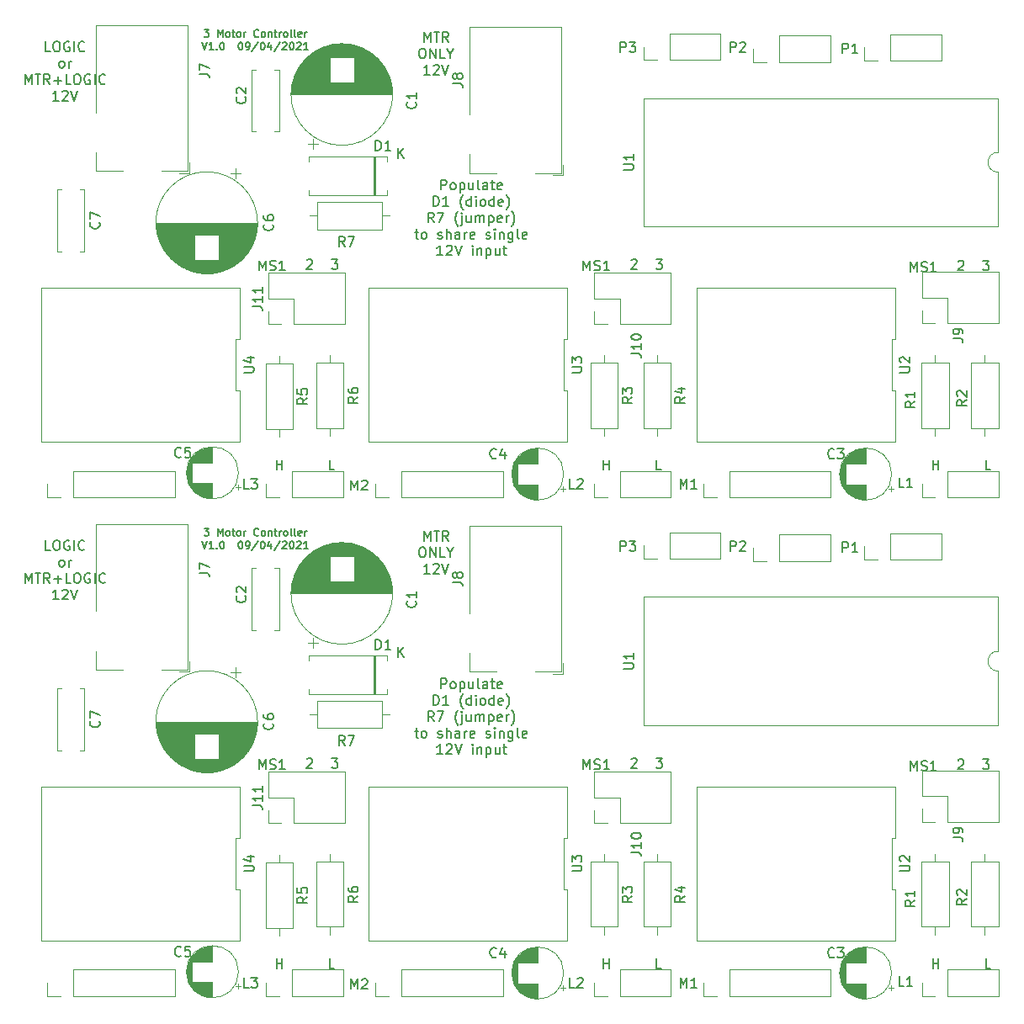
<source format=gto>
G04 #@! TF.GenerationSoftware,KiCad,Pcbnew,(5.1.10)-1*
G04 #@! TF.CreationDate,2021-09-04T14:17:01-07:00*
G04 #@! TF.ProjectId,Motors,4d6f746f-7273-42e6-9b69-6361645f7063,rev?*
G04 #@! TF.SameCoordinates,Original*
G04 #@! TF.FileFunction,Legend,Top*
G04 #@! TF.FilePolarity,Positive*
%FSLAX46Y46*%
G04 Gerber Fmt 4.6, Leading zero omitted, Abs format (unit mm)*
G04 Created by KiCad (PCBNEW (5.1.10)-1) date 2021-09-04 14:17:01*
%MOMM*%
%LPD*%
G01*
G04 APERTURE LIST*
%ADD10C,0.150000*%
%ADD11C,0.120000*%
G04 APERTURE END LIST*
D10*
X174790714Y-64315380D02*
X174790714Y-63315380D01*
X175124047Y-64029666D01*
X175457380Y-63315380D01*
X175457380Y-64315380D01*
X175790714Y-63315380D02*
X176362142Y-63315380D01*
X176076428Y-64315380D02*
X176076428Y-63315380D01*
X177266904Y-64315380D02*
X176933571Y-63839190D01*
X176695476Y-64315380D02*
X176695476Y-63315380D01*
X177076428Y-63315380D01*
X177171666Y-63363000D01*
X177219285Y-63410619D01*
X177266904Y-63505857D01*
X177266904Y-63648714D01*
X177219285Y-63743952D01*
X177171666Y-63791571D01*
X177076428Y-63839190D01*
X176695476Y-63839190D01*
X174552619Y-64965380D02*
X174743095Y-64965380D01*
X174838333Y-65013000D01*
X174933571Y-65108238D01*
X174981190Y-65298714D01*
X174981190Y-65632047D01*
X174933571Y-65822523D01*
X174838333Y-65917761D01*
X174743095Y-65965380D01*
X174552619Y-65965380D01*
X174457380Y-65917761D01*
X174362142Y-65822523D01*
X174314523Y-65632047D01*
X174314523Y-65298714D01*
X174362142Y-65108238D01*
X174457380Y-65013000D01*
X174552619Y-64965380D01*
X175409761Y-65965380D02*
X175409761Y-64965380D01*
X175981190Y-65965380D01*
X175981190Y-64965380D01*
X176933571Y-65965380D02*
X176457380Y-65965380D01*
X176457380Y-64965380D01*
X177457380Y-65489190D02*
X177457380Y-65965380D01*
X177124047Y-64965380D02*
X177457380Y-65489190D01*
X177790714Y-64965380D01*
X175385952Y-67615380D02*
X174814523Y-67615380D01*
X175100238Y-67615380D02*
X175100238Y-66615380D01*
X175005000Y-66758238D01*
X174909761Y-66853476D01*
X174814523Y-66901095D01*
X175766904Y-66710619D02*
X175814523Y-66663000D01*
X175909761Y-66615380D01*
X176147857Y-66615380D01*
X176243095Y-66663000D01*
X176290714Y-66710619D01*
X176338333Y-66805857D01*
X176338333Y-66901095D01*
X176290714Y-67043952D01*
X175719285Y-67615380D01*
X176338333Y-67615380D01*
X176624047Y-66615380D02*
X176957380Y-67615380D01*
X177290714Y-66615380D01*
X198666523Y-107367380D02*
X198190333Y-107367380D01*
X198190333Y-106367380D01*
X159971285Y-107367380D02*
X159971285Y-106367380D01*
X159971285Y-106843571D02*
X160542714Y-106843571D01*
X160542714Y-107367380D02*
X160542714Y-106367380D01*
X165773523Y-107367380D02*
X165297333Y-107367380D01*
X165297333Y-106367380D01*
X176513380Y-79175380D02*
X176513380Y-78175380D01*
X176894333Y-78175380D01*
X176989571Y-78223000D01*
X177037190Y-78270619D01*
X177084809Y-78365857D01*
X177084809Y-78508714D01*
X177037190Y-78603952D01*
X176989571Y-78651571D01*
X176894333Y-78699190D01*
X176513380Y-78699190D01*
X177656238Y-79175380D02*
X177561000Y-79127761D01*
X177513380Y-79080142D01*
X177465761Y-78984904D01*
X177465761Y-78699190D01*
X177513380Y-78603952D01*
X177561000Y-78556333D01*
X177656238Y-78508714D01*
X177799095Y-78508714D01*
X177894333Y-78556333D01*
X177941952Y-78603952D01*
X177989571Y-78699190D01*
X177989571Y-78984904D01*
X177941952Y-79080142D01*
X177894333Y-79127761D01*
X177799095Y-79175380D01*
X177656238Y-79175380D01*
X178418142Y-78508714D02*
X178418142Y-79508714D01*
X178418142Y-78556333D02*
X178513380Y-78508714D01*
X178703857Y-78508714D01*
X178799095Y-78556333D01*
X178846714Y-78603952D01*
X178894333Y-78699190D01*
X178894333Y-78984904D01*
X178846714Y-79080142D01*
X178799095Y-79127761D01*
X178703857Y-79175380D01*
X178513380Y-79175380D01*
X178418142Y-79127761D01*
X179751476Y-78508714D02*
X179751476Y-79175380D01*
X179322904Y-78508714D02*
X179322904Y-79032523D01*
X179370523Y-79127761D01*
X179465761Y-79175380D01*
X179608619Y-79175380D01*
X179703857Y-79127761D01*
X179751476Y-79080142D01*
X180370523Y-79175380D02*
X180275285Y-79127761D01*
X180227666Y-79032523D01*
X180227666Y-78175380D01*
X181180047Y-79175380D02*
X181180047Y-78651571D01*
X181132428Y-78556333D01*
X181037190Y-78508714D01*
X180846714Y-78508714D01*
X180751476Y-78556333D01*
X181180047Y-79127761D02*
X181084809Y-79175380D01*
X180846714Y-79175380D01*
X180751476Y-79127761D01*
X180703857Y-79032523D01*
X180703857Y-78937285D01*
X180751476Y-78842047D01*
X180846714Y-78794428D01*
X181084809Y-78794428D01*
X181180047Y-78746809D01*
X181513380Y-78508714D02*
X181894333Y-78508714D01*
X181656238Y-78175380D02*
X181656238Y-79032523D01*
X181703857Y-79127761D01*
X181799095Y-79175380D01*
X181894333Y-79175380D01*
X182608619Y-79127761D02*
X182513380Y-79175380D01*
X182322904Y-79175380D01*
X182227666Y-79127761D01*
X182180047Y-79032523D01*
X182180047Y-78651571D01*
X182227666Y-78556333D01*
X182322904Y-78508714D01*
X182513380Y-78508714D01*
X182608619Y-78556333D01*
X182656238Y-78651571D01*
X182656238Y-78746809D01*
X182180047Y-78842047D01*
X175751476Y-80825380D02*
X175751476Y-79825380D01*
X175989571Y-79825380D01*
X176132428Y-79873000D01*
X176227666Y-79968238D01*
X176275285Y-80063476D01*
X176322904Y-80253952D01*
X176322904Y-80396809D01*
X176275285Y-80587285D01*
X176227666Y-80682523D01*
X176132428Y-80777761D01*
X175989571Y-80825380D01*
X175751476Y-80825380D01*
X177275285Y-80825380D02*
X176703857Y-80825380D01*
X176989571Y-80825380D02*
X176989571Y-79825380D01*
X176894333Y-79968238D01*
X176799095Y-80063476D01*
X176703857Y-80111095D01*
X178751476Y-81206333D02*
X178703857Y-81158714D01*
X178608619Y-81015857D01*
X178561000Y-80920619D01*
X178513380Y-80777761D01*
X178465761Y-80539666D01*
X178465761Y-80349190D01*
X178513380Y-80111095D01*
X178561000Y-79968238D01*
X178608619Y-79873000D01*
X178703857Y-79730142D01*
X178751476Y-79682523D01*
X179561000Y-80825380D02*
X179561000Y-79825380D01*
X179561000Y-80777761D02*
X179465761Y-80825380D01*
X179275285Y-80825380D01*
X179180047Y-80777761D01*
X179132428Y-80730142D01*
X179084809Y-80634904D01*
X179084809Y-80349190D01*
X179132428Y-80253952D01*
X179180047Y-80206333D01*
X179275285Y-80158714D01*
X179465761Y-80158714D01*
X179561000Y-80206333D01*
X180037190Y-80825380D02*
X180037190Y-80158714D01*
X180037190Y-79825380D02*
X179989571Y-79873000D01*
X180037190Y-79920619D01*
X180084809Y-79873000D01*
X180037190Y-79825380D01*
X180037190Y-79920619D01*
X180656238Y-80825380D02*
X180561000Y-80777761D01*
X180513380Y-80730142D01*
X180465761Y-80634904D01*
X180465761Y-80349190D01*
X180513380Y-80253952D01*
X180561000Y-80206333D01*
X180656238Y-80158714D01*
X180799095Y-80158714D01*
X180894333Y-80206333D01*
X180941952Y-80253952D01*
X180989571Y-80349190D01*
X180989571Y-80634904D01*
X180941952Y-80730142D01*
X180894333Y-80777761D01*
X180799095Y-80825380D01*
X180656238Y-80825380D01*
X181846714Y-80825380D02*
X181846714Y-79825380D01*
X181846714Y-80777761D02*
X181751476Y-80825380D01*
X181561000Y-80825380D01*
X181465761Y-80777761D01*
X181418142Y-80730142D01*
X181370523Y-80634904D01*
X181370523Y-80349190D01*
X181418142Y-80253952D01*
X181465761Y-80206333D01*
X181561000Y-80158714D01*
X181751476Y-80158714D01*
X181846714Y-80206333D01*
X182703857Y-80777761D02*
X182608619Y-80825380D01*
X182418142Y-80825380D01*
X182322904Y-80777761D01*
X182275285Y-80682523D01*
X182275285Y-80301571D01*
X182322904Y-80206333D01*
X182418142Y-80158714D01*
X182608619Y-80158714D01*
X182703857Y-80206333D01*
X182751476Y-80301571D01*
X182751476Y-80396809D01*
X182275285Y-80492047D01*
X183084809Y-81206333D02*
X183132428Y-81158714D01*
X183227666Y-81015857D01*
X183275285Y-80920619D01*
X183322904Y-80777761D01*
X183370523Y-80539666D01*
X183370523Y-80349190D01*
X183322904Y-80111095D01*
X183275285Y-79968238D01*
X183227666Y-79873000D01*
X183132428Y-79730142D01*
X183084809Y-79682523D01*
X175799095Y-82475380D02*
X175465761Y-81999190D01*
X175227666Y-82475380D02*
X175227666Y-81475380D01*
X175608619Y-81475380D01*
X175703857Y-81523000D01*
X175751476Y-81570619D01*
X175799095Y-81665857D01*
X175799095Y-81808714D01*
X175751476Y-81903952D01*
X175703857Y-81951571D01*
X175608619Y-81999190D01*
X175227666Y-81999190D01*
X176132428Y-81475380D02*
X176799095Y-81475380D01*
X176370523Y-82475380D01*
X178227666Y-82856333D02*
X178180047Y-82808714D01*
X178084809Y-82665857D01*
X178037190Y-82570619D01*
X177989571Y-82427761D01*
X177941952Y-82189666D01*
X177941952Y-81999190D01*
X177989571Y-81761095D01*
X178037190Y-81618238D01*
X178084809Y-81523000D01*
X178180047Y-81380142D01*
X178227666Y-81332523D01*
X178608619Y-81808714D02*
X178608619Y-82665857D01*
X178561000Y-82761095D01*
X178465761Y-82808714D01*
X178418142Y-82808714D01*
X178608619Y-81475380D02*
X178561000Y-81523000D01*
X178608619Y-81570619D01*
X178656238Y-81523000D01*
X178608619Y-81475380D01*
X178608619Y-81570619D01*
X179513380Y-81808714D02*
X179513380Y-82475380D01*
X179084809Y-81808714D02*
X179084809Y-82332523D01*
X179132428Y-82427761D01*
X179227666Y-82475380D01*
X179370523Y-82475380D01*
X179465761Y-82427761D01*
X179513380Y-82380142D01*
X179989571Y-82475380D02*
X179989571Y-81808714D01*
X179989571Y-81903952D02*
X180037190Y-81856333D01*
X180132428Y-81808714D01*
X180275285Y-81808714D01*
X180370523Y-81856333D01*
X180418142Y-81951571D01*
X180418142Y-82475380D01*
X180418142Y-81951571D02*
X180465761Y-81856333D01*
X180561000Y-81808714D01*
X180703857Y-81808714D01*
X180799095Y-81856333D01*
X180846714Y-81951571D01*
X180846714Y-82475380D01*
X181322904Y-81808714D02*
X181322904Y-82808714D01*
X181322904Y-81856333D02*
X181418142Y-81808714D01*
X181608619Y-81808714D01*
X181703857Y-81856333D01*
X181751476Y-81903952D01*
X181799095Y-81999190D01*
X181799095Y-82284904D01*
X181751476Y-82380142D01*
X181703857Y-82427761D01*
X181608619Y-82475380D01*
X181418142Y-82475380D01*
X181322904Y-82427761D01*
X182608619Y-82427761D02*
X182513380Y-82475380D01*
X182322904Y-82475380D01*
X182227666Y-82427761D01*
X182180047Y-82332523D01*
X182180047Y-81951571D01*
X182227666Y-81856333D01*
X182322904Y-81808714D01*
X182513380Y-81808714D01*
X182608619Y-81856333D01*
X182656238Y-81951571D01*
X182656238Y-82046809D01*
X182180047Y-82142047D01*
X183084809Y-82475380D02*
X183084809Y-81808714D01*
X183084809Y-81999190D02*
X183132428Y-81903952D01*
X183180047Y-81856333D01*
X183275285Y-81808714D01*
X183370523Y-81808714D01*
X183608619Y-82856333D02*
X183656238Y-82808714D01*
X183751476Y-82665857D01*
X183799095Y-82570619D01*
X183846714Y-82427761D01*
X183894333Y-82189666D01*
X183894333Y-81999190D01*
X183846714Y-81761095D01*
X183799095Y-81618238D01*
X183751476Y-81523000D01*
X183656238Y-81380142D01*
X183608619Y-81332523D01*
X173870523Y-83458714D02*
X174251476Y-83458714D01*
X174013380Y-83125380D02*
X174013380Y-83982523D01*
X174061000Y-84077761D01*
X174156238Y-84125380D01*
X174251476Y-84125380D01*
X174727666Y-84125380D02*
X174632428Y-84077761D01*
X174584809Y-84030142D01*
X174537190Y-83934904D01*
X174537190Y-83649190D01*
X174584809Y-83553952D01*
X174632428Y-83506333D01*
X174727666Y-83458714D01*
X174870523Y-83458714D01*
X174965761Y-83506333D01*
X175013380Y-83553952D01*
X175061000Y-83649190D01*
X175061000Y-83934904D01*
X175013380Y-84030142D01*
X174965761Y-84077761D01*
X174870523Y-84125380D01*
X174727666Y-84125380D01*
X176203857Y-84077761D02*
X176299095Y-84125380D01*
X176489571Y-84125380D01*
X176584809Y-84077761D01*
X176632428Y-83982523D01*
X176632428Y-83934904D01*
X176584809Y-83839666D01*
X176489571Y-83792047D01*
X176346714Y-83792047D01*
X176251476Y-83744428D01*
X176203857Y-83649190D01*
X176203857Y-83601571D01*
X176251476Y-83506333D01*
X176346714Y-83458714D01*
X176489571Y-83458714D01*
X176584809Y-83506333D01*
X177061000Y-84125380D02*
X177061000Y-83125380D01*
X177489571Y-84125380D02*
X177489571Y-83601571D01*
X177441952Y-83506333D01*
X177346714Y-83458714D01*
X177203857Y-83458714D01*
X177108619Y-83506333D01*
X177061000Y-83553952D01*
X178394333Y-84125380D02*
X178394333Y-83601571D01*
X178346714Y-83506333D01*
X178251476Y-83458714D01*
X178061000Y-83458714D01*
X177965761Y-83506333D01*
X178394333Y-84077761D02*
X178299095Y-84125380D01*
X178061000Y-84125380D01*
X177965761Y-84077761D01*
X177918142Y-83982523D01*
X177918142Y-83887285D01*
X177965761Y-83792047D01*
X178061000Y-83744428D01*
X178299095Y-83744428D01*
X178394333Y-83696809D01*
X178870523Y-84125380D02*
X178870523Y-83458714D01*
X178870523Y-83649190D02*
X178918142Y-83553952D01*
X178965761Y-83506333D01*
X179061000Y-83458714D01*
X179156238Y-83458714D01*
X179870523Y-84077761D02*
X179775285Y-84125380D01*
X179584809Y-84125380D01*
X179489571Y-84077761D01*
X179441952Y-83982523D01*
X179441952Y-83601571D01*
X179489571Y-83506333D01*
X179584809Y-83458714D01*
X179775285Y-83458714D01*
X179870523Y-83506333D01*
X179918142Y-83601571D01*
X179918142Y-83696809D01*
X179441952Y-83792047D01*
X181061000Y-84077761D02*
X181156238Y-84125380D01*
X181346714Y-84125380D01*
X181441952Y-84077761D01*
X181489571Y-83982523D01*
X181489571Y-83934904D01*
X181441952Y-83839666D01*
X181346714Y-83792047D01*
X181203857Y-83792047D01*
X181108619Y-83744428D01*
X181061000Y-83649190D01*
X181061000Y-83601571D01*
X181108619Y-83506333D01*
X181203857Y-83458714D01*
X181346714Y-83458714D01*
X181441952Y-83506333D01*
X181918142Y-84125380D02*
X181918142Y-83458714D01*
X181918142Y-83125380D02*
X181870523Y-83173000D01*
X181918142Y-83220619D01*
X181965761Y-83173000D01*
X181918142Y-83125380D01*
X181918142Y-83220619D01*
X182394333Y-83458714D02*
X182394333Y-84125380D01*
X182394333Y-83553952D02*
X182441952Y-83506333D01*
X182537190Y-83458714D01*
X182680047Y-83458714D01*
X182775285Y-83506333D01*
X182822904Y-83601571D01*
X182822904Y-84125380D01*
X183727666Y-83458714D02*
X183727666Y-84268238D01*
X183680047Y-84363476D01*
X183632428Y-84411095D01*
X183537190Y-84458714D01*
X183394333Y-84458714D01*
X183299095Y-84411095D01*
X183727666Y-84077761D02*
X183632428Y-84125380D01*
X183441952Y-84125380D01*
X183346714Y-84077761D01*
X183299095Y-84030142D01*
X183251476Y-83934904D01*
X183251476Y-83649190D01*
X183299095Y-83553952D01*
X183346714Y-83506333D01*
X183441952Y-83458714D01*
X183632428Y-83458714D01*
X183727666Y-83506333D01*
X184346714Y-84125380D02*
X184251476Y-84077761D01*
X184203857Y-83982523D01*
X184203857Y-83125380D01*
X185108619Y-84077761D02*
X185013380Y-84125380D01*
X184822904Y-84125380D01*
X184727666Y-84077761D01*
X184680047Y-83982523D01*
X184680047Y-83601571D01*
X184727666Y-83506333D01*
X184822904Y-83458714D01*
X185013380Y-83458714D01*
X185108619Y-83506333D01*
X185156238Y-83601571D01*
X185156238Y-83696809D01*
X184680047Y-83792047D01*
X176680047Y-85775380D02*
X176108619Y-85775380D01*
X176394333Y-85775380D02*
X176394333Y-84775380D01*
X176299095Y-84918238D01*
X176203857Y-85013476D01*
X176108619Y-85061095D01*
X177061000Y-84870619D02*
X177108619Y-84823000D01*
X177203857Y-84775380D01*
X177441952Y-84775380D01*
X177537190Y-84823000D01*
X177584809Y-84870619D01*
X177632428Y-84965857D01*
X177632428Y-85061095D01*
X177584809Y-85203952D01*
X177013380Y-85775380D01*
X177632428Y-85775380D01*
X177918142Y-84775380D02*
X178251476Y-85775380D01*
X178584809Y-84775380D01*
X179680047Y-85775380D02*
X179680047Y-85108714D01*
X179680047Y-84775380D02*
X179632428Y-84823000D01*
X179680047Y-84870619D01*
X179727666Y-84823000D01*
X179680047Y-84775380D01*
X179680047Y-84870619D01*
X180156238Y-85108714D02*
X180156238Y-85775380D01*
X180156238Y-85203952D02*
X180203857Y-85156333D01*
X180299095Y-85108714D01*
X180441952Y-85108714D01*
X180537190Y-85156333D01*
X180584809Y-85251571D01*
X180584809Y-85775380D01*
X181061000Y-85108714D02*
X181061000Y-86108714D01*
X181061000Y-85156333D02*
X181156238Y-85108714D01*
X181346714Y-85108714D01*
X181441952Y-85156333D01*
X181489571Y-85203952D01*
X181537190Y-85299190D01*
X181537190Y-85584904D01*
X181489571Y-85680142D01*
X181441952Y-85727761D01*
X181346714Y-85775380D01*
X181156238Y-85775380D01*
X181061000Y-85727761D01*
X182394333Y-85108714D02*
X182394333Y-85775380D01*
X181965761Y-85108714D02*
X181965761Y-85632523D01*
X182013380Y-85727761D01*
X182108619Y-85775380D01*
X182251476Y-85775380D01*
X182346714Y-85727761D01*
X182394333Y-85680142D01*
X182727666Y-85108714D02*
X183108619Y-85108714D01*
X182870523Y-84775380D02*
X182870523Y-85632523D01*
X182918142Y-85727761D01*
X183013380Y-85775380D01*
X183108619Y-85775380D01*
X137214619Y-65268380D02*
X136738428Y-65268380D01*
X136738428Y-64268380D01*
X137738428Y-64268380D02*
X137928904Y-64268380D01*
X138024142Y-64316000D01*
X138119380Y-64411238D01*
X138167000Y-64601714D01*
X138167000Y-64935047D01*
X138119380Y-65125523D01*
X138024142Y-65220761D01*
X137928904Y-65268380D01*
X137738428Y-65268380D01*
X137643190Y-65220761D01*
X137547952Y-65125523D01*
X137500333Y-64935047D01*
X137500333Y-64601714D01*
X137547952Y-64411238D01*
X137643190Y-64316000D01*
X137738428Y-64268380D01*
X139119380Y-64316000D02*
X139024142Y-64268380D01*
X138881285Y-64268380D01*
X138738428Y-64316000D01*
X138643190Y-64411238D01*
X138595571Y-64506476D01*
X138547952Y-64696952D01*
X138547952Y-64839809D01*
X138595571Y-65030285D01*
X138643190Y-65125523D01*
X138738428Y-65220761D01*
X138881285Y-65268380D01*
X138976523Y-65268380D01*
X139119380Y-65220761D01*
X139167000Y-65173142D01*
X139167000Y-64839809D01*
X138976523Y-64839809D01*
X139595571Y-65268380D02*
X139595571Y-64268380D01*
X140643190Y-65173142D02*
X140595571Y-65220761D01*
X140452714Y-65268380D01*
X140357476Y-65268380D01*
X140214619Y-65220761D01*
X140119380Y-65125523D01*
X140071761Y-65030285D01*
X140024142Y-64839809D01*
X140024142Y-64696952D01*
X140071761Y-64506476D01*
X140119380Y-64411238D01*
X140214619Y-64316000D01*
X140357476Y-64268380D01*
X140452714Y-64268380D01*
X140595571Y-64316000D01*
X140643190Y-64363619D01*
X138286047Y-66918380D02*
X138190809Y-66870761D01*
X138143190Y-66823142D01*
X138095571Y-66727904D01*
X138095571Y-66442190D01*
X138143190Y-66346952D01*
X138190809Y-66299333D01*
X138286047Y-66251714D01*
X138428904Y-66251714D01*
X138524142Y-66299333D01*
X138571761Y-66346952D01*
X138619380Y-66442190D01*
X138619380Y-66727904D01*
X138571761Y-66823142D01*
X138524142Y-66870761D01*
X138428904Y-66918380D01*
X138286047Y-66918380D01*
X139047952Y-66918380D02*
X139047952Y-66251714D01*
X139047952Y-66442190D02*
X139095571Y-66346952D01*
X139143190Y-66299333D01*
X139238428Y-66251714D01*
X139333666Y-66251714D01*
X134667000Y-68568380D02*
X134667000Y-67568380D01*
X135000333Y-68282666D01*
X135333666Y-67568380D01*
X135333666Y-68568380D01*
X135667000Y-67568380D02*
X136238428Y-67568380D01*
X135952714Y-68568380D02*
X135952714Y-67568380D01*
X137143190Y-68568380D02*
X136809857Y-68092190D01*
X136571761Y-68568380D02*
X136571761Y-67568380D01*
X136952714Y-67568380D01*
X137047952Y-67616000D01*
X137095571Y-67663619D01*
X137143190Y-67758857D01*
X137143190Y-67901714D01*
X137095571Y-67996952D01*
X137047952Y-68044571D01*
X136952714Y-68092190D01*
X136571761Y-68092190D01*
X137571761Y-68187428D02*
X138333666Y-68187428D01*
X137952714Y-68568380D02*
X137952714Y-67806476D01*
X139286047Y-68568380D02*
X138809857Y-68568380D01*
X138809857Y-67568380D01*
X139809857Y-67568380D02*
X140000333Y-67568380D01*
X140095571Y-67616000D01*
X140190809Y-67711238D01*
X140238428Y-67901714D01*
X140238428Y-68235047D01*
X140190809Y-68425523D01*
X140095571Y-68520761D01*
X140000333Y-68568380D01*
X139809857Y-68568380D01*
X139714619Y-68520761D01*
X139619380Y-68425523D01*
X139571761Y-68235047D01*
X139571761Y-67901714D01*
X139619380Y-67711238D01*
X139714619Y-67616000D01*
X139809857Y-67568380D01*
X141190809Y-67616000D02*
X141095571Y-67568380D01*
X140952714Y-67568380D01*
X140809857Y-67616000D01*
X140714619Y-67711238D01*
X140667000Y-67806476D01*
X140619380Y-67996952D01*
X140619380Y-68139809D01*
X140667000Y-68330285D01*
X140714619Y-68425523D01*
X140809857Y-68520761D01*
X140952714Y-68568380D01*
X141047952Y-68568380D01*
X141190809Y-68520761D01*
X141238428Y-68473142D01*
X141238428Y-68139809D01*
X141047952Y-68139809D01*
X141667000Y-68568380D02*
X141667000Y-67568380D01*
X142714619Y-68473142D02*
X142667000Y-68520761D01*
X142524142Y-68568380D01*
X142428904Y-68568380D01*
X142286047Y-68520761D01*
X142190809Y-68425523D01*
X142143190Y-68330285D01*
X142095571Y-68139809D01*
X142095571Y-67996952D01*
X142143190Y-67806476D01*
X142190809Y-67711238D01*
X142286047Y-67616000D01*
X142428904Y-67568380D01*
X142524142Y-67568380D01*
X142667000Y-67616000D01*
X142714619Y-67663619D01*
X138047952Y-70218380D02*
X137476523Y-70218380D01*
X137762238Y-70218380D02*
X137762238Y-69218380D01*
X137667000Y-69361238D01*
X137571761Y-69456476D01*
X137476523Y-69504095D01*
X138428904Y-69313619D02*
X138476523Y-69266000D01*
X138571761Y-69218380D01*
X138809857Y-69218380D01*
X138905095Y-69266000D01*
X138952714Y-69313619D01*
X139000333Y-69408857D01*
X139000333Y-69504095D01*
X138952714Y-69646952D01*
X138381285Y-70218380D01*
X139000333Y-70218380D01*
X139286047Y-69218380D02*
X139619380Y-70218380D01*
X139952714Y-69218380D01*
X194570904Y-65330380D02*
X194570904Y-64330380D01*
X194951857Y-64330380D01*
X195047095Y-64378000D01*
X195094714Y-64425619D01*
X195142333Y-64520857D01*
X195142333Y-64663714D01*
X195094714Y-64758952D01*
X195047095Y-64806571D01*
X194951857Y-64854190D01*
X194570904Y-64854190D01*
X195475666Y-64330380D02*
X196094714Y-64330380D01*
X195761380Y-64711333D01*
X195904238Y-64711333D01*
X195999476Y-64758952D01*
X196047095Y-64806571D01*
X196094714Y-64901809D01*
X196094714Y-65139904D01*
X196047095Y-65235142D01*
X195999476Y-65282761D01*
X195904238Y-65330380D01*
X195618523Y-65330380D01*
X195523285Y-65282761D01*
X195475666Y-65235142D01*
X228551285Y-86396619D02*
X228598904Y-86349000D01*
X228694142Y-86301380D01*
X228932238Y-86301380D01*
X229027476Y-86349000D01*
X229075095Y-86396619D01*
X229122714Y-86491857D01*
X229122714Y-86587095D01*
X229075095Y-86729952D01*
X228503666Y-87301380D01*
X229122714Y-87301380D01*
X152683285Y-63067785D02*
X153147571Y-63067785D01*
X152897571Y-63353500D01*
X153004714Y-63353500D01*
X153076142Y-63389214D01*
X153111857Y-63424928D01*
X153147571Y-63496357D01*
X153147571Y-63674928D01*
X153111857Y-63746357D01*
X153076142Y-63782071D01*
X153004714Y-63817785D01*
X152790428Y-63817785D01*
X152719000Y-63782071D01*
X152683285Y-63746357D01*
X154040428Y-63817785D02*
X154040428Y-63067785D01*
X154290428Y-63603500D01*
X154540428Y-63067785D01*
X154540428Y-63817785D01*
X155004714Y-63817785D02*
X154933285Y-63782071D01*
X154897571Y-63746357D01*
X154861857Y-63674928D01*
X154861857Y-63460642D01*
X154897571Y-63389214D01*
X154933285Y-63353500D01*
X155004714Y-63317785D01*
X155111857Y-63317785D01*
X155183285Y-63353500D01*
X155219000Y-63389214D01*
X155254714Y-63460642D01*
X155254714Y-63674928D01*
X155219000Y-63746357D01*
X155183285Y-63782071D01*
X155111857Y-63817785D01*
X155004714Y-63817785D01*
X155469000Y-63317785D02*
X155754714Y-63317785D01*
X155576142Y-63067785D02*
X155576142Y-63710642D01*
X155611857Y-63782071D01*
X155683285Y-63817785D01*
X155754714Y-63817785D01*
X156111857Y-63817785D02*
X156040428Y-63782071D01*
X156004714Y-63746357D01*
X155969000Y-63674928D01*
X155969000Y-63460642D01*
X156004714Y-63389214D01*
X156040428Y-63353500D01*
X156111857Y-63317785D01*
X156219000Y-63317785D01*
X156290428Y-63353500D01*
X156326142Y-63389214D01*
X156361857Y-63460642D01*
X156361857Y-63674928D01*
X156326142Y-63746357D01*
X156290428Y-63782071D01*
X156219000Y-63817785D01*
X156111857Y-63817785D01*
X156683285Y-63817785D02*
X156683285Y-63317785D01*
X156683285Y-63460642D02*
X156719000Y-63389214D01*
X156754714Y-63353500D01*
X156826142Y-63317785D01*
X156897571Y-63317785D01*
X158147571Y-63746357D02*
X158111857Y-63782071D01*
X158004714Y-63817785D01*
X157933285Y-63817785D01*
X157826142Y-63782071D01*
X157754714Y-63710642D01*
X157719000Y-63639214D01*
X157683285Y-63496357D01*
X157683285Y-63389214D01*
X157719000Y-63246357D01*
X157754714Y-63174928D01*
X157826142Y-63103500D01*
X157933285Y-63067785D01*
X158004714Y-63067785D01*
X158111857Y-63103500D01*
X158147571Y-63139214D01*
X158576142Y-63817785D02*
X158504714Y-63782071D01*
X158469000Y-63746357D01*
X158433285Y-63674928D01*
X158433285Y-63460642D01*
X158469000Y-63389214D01*
X158504714Y-63353500D01*
X158576142Y-63317785D01*
X158683285Y-63317785D01*
X158754714Y-63353500D01*
X158790428Y-63389214D01*
X158826142Y-63460642D01*
X158826142Y-63674928D01*
X158790428Y-63746357D01*
X158754714Y-63782071D01*
X158683285Y-63817785D01*
X158576142Y-63817785D01*
X159147571Y-63317785D02*
X159147571Y-63817785D01*
X159147571Y-63389214D02*
X159183285Y-63353500D01*
X159254714Y-63317785D01*
X159361857Y-63317785D01*
X159433285Y-63353500D01*
X159469000Y-63424928D01*
X159469000Y-63817785D01*
X159719000Y-63317785D02*
X160004714Y-63317785D01*
X159826142Y-63067785D02*
X159826142Y-63710642D01*
X159861857Y-63782071D01*
X159933285Y-63817785D01*
X160004714Y-63817785D01*
X160254714Y-63817785D02*
X160254714Y-63317785D01*
X160254714Y-63460642D02*
X160290428Y-63389214D01*
X160326142Y-63353500D01*
X160397571Y-63317785D01*
X160469000Y-63317785D01*
X160826142Y-63817785D02*
X160754714Y-63782071D01*
X160719000Y-63746357D01*
X160683285Y-63674928D01*
X160683285Y-63460642D01*
X160719000Y-63389214D01*
X160754714Y-63353500D01*
X160826142Y-63317785D01*
X160933285Y-63317785D01*
X161004714Y-63353500D01*
X161040428Y-63389214D01*
X161076142Y-63460642D01*
X161076142Y-63674928D01*
X161040428Y-63746357D01*
X161004714Y-63782071D01*
X160933285Y-63817785D01*
X160826142Y-63817785D01*
X161504714Y-63817785D02*
X161433285Y-63782071D01*
X161397571Y-63710642D01*
X161397571Y-63067785D01*
X161897571Y-63817785D02*
X161826142Y-63782071D01*
X161790428Y-63710642D01*
X161790428Y-63067785D01*
X162469000Y-63782071D02*
X162397571Y-63817785D01*
X162254714Y-63817785D01*
X162183285Y-63782071D01*
X162147571Y-63710642D01*
X162147571Y-63424928D01*
X162183285Y-63353500D01*
X162254714Y-63317785D01*
X162397571Y-63317785D01*
X162469000Y-63353500D01*
X162504714Y-63424928D01*
X162504714Y-63496357D01*
X162147571Y-63567785D01*
X162826142Y-63817785D02*
X162826142Y-63317785D01*
X162826142Y-63460642D02*
X162861857Y-63389214D01*
X162897571Y-63353500D01*
X162969000Y-63317785D01*
X163040428Y-63317785D01*
X152486857Y-64342785D02*
X152736857Y-65092785D01*
X152986857Y-64342785D01*
X153629714Y-65092785D02*
X153201142Y-65092785D01*
X153415428Y-65092785D02*
X153415428Y-64342785D01*
X153344000Y-64449928D01*
X153272571Y-64521357D01*
X153201142Y-64557071D01*
X153951142Y-65021357D02*
X153986857Y-65057071D01*
X153951142Y-65092785D01*
X153915428Y-65057071D01*
X153951142Y-65021357D01*
X153951142Y-65092785D01*
X154451142Y-64342785D02*
X154522571Y-64342785D01*
X154594000Y-64378500D01*
X154629714Y-64414214D01*
X154665428Y-64485642D01*
X154701142Y-64628500D01*
X154701142Y-64807071D01*
X154665428Y-64949928D01*
X154629714Y-65021357D01*
X154594000Y-65057071D01*
X154522571Y-65092785D01*
X154451142Y-65092785D01*
X154379714Y-65057071D01*
X154344000Y-65021357D01*
X154308285Y-64949928D01*
X154272571Y-64807071D01*
X154272571Y-64628500D01*
X154308285Y-64485642D01*
X154344000Y-64414214D01*
X154379714Y-64378500D01*
X154451142Y-64342785D01*
X156308285Y-64342785D02*
X156379714Y-64342785D01*
X156451142Y-64378500D01*
X156486857Y-64414214D01*
X156522571Y-64485642D01*
X156558285Y-64628500D01*
X156558285Y-64807071D01*
X156522571Y-64949928D01*
X156486857Y-65021357D01*
X156451142Y-65057071D01*
X156379714Y-65092785D01*
X156308285Y-65092785D01*
X156236857Y-65057071D01*
X156201142Y-65021357D01*
X156165428Y-64949928D01*
X156129714Y-64807071D01*
X156129714Y-64628500D01*
X156165428Y-64485642D01*
X156201142Y-64414214D01*
X156236857Y-64378500D01*
X156308285Y-64342785D01*
X156915428Y-65092785D02*
X157058285Y-65092785D01*
X157129714Y-65057071D01*
X157165428Y-65021357D01*
X157236857Y-64914214D01*
X157272571Y-64771357D01*
X157272571Y-64485642D01*
X157236857Y-64414214D01*
X157201142Y-64378500D01*
X157129714Y-64342785D01*
X156986857Y-64342785D01*
X156915428Y-64378500D01*
X156879714Y-64414214D01*
X156844000Y-64485642D01*
X156844000Y-64664214D01*
X156879714Y-64735642D01*
X156915428Y-64771357D01*
X156986857Y-64807071D01*
X157129714Y-64807071D01*
X157201142Y-64771357D01*
X157236857Y-64735642D01*
X157272571Y-64664214D01*
X158129714Y-64307071D02*
X157486857Y-65271357D01*
X158522571Y-64342785D02*
X158594000Y-64342785D01*
X158665428Y-64378500D01*
X158701142Y-64414214D01*
X158736857Y-64485642D01*
X158772571Y-64628500D01*
X158772571Y-64807071D01*
X158736857Y-64949928D01*
X158701142Y-65021357D01*
X158665428Y-65057071D01*
X158594000Y-65092785D01*
X158522571Y-65092785D01*
X158451142Y-65057071D01*
X158415428Y-65021357D01*
X158379714Y-64949928D01*
X158344000Y-64807071D01*
X158344000Y-64628500D01*
X158379714Y-64485642D01*
X158415428Y-64414214D01*
X158451142Y-64378500D01*
X158522571Y-64342785D01*
X159415428Y-64592785D02*
X159415428Y-65092785D01*
X159236857Y-64307071D02*
X159058285Y-64842785D01*
X159522571Y-64842785D01*
X160344000Y-64307071D02*
X159701142Y-65271357D01*
X160558285Y-64414214D02*
X160594000Y-64378500D01*
X160665428Y-64342785D01*
X160844000Y-64342785D01*
X160915428Y-64378500D01*
X160951142Y-64414214D01*
X160986857Y-64485642D01*
X160986857Y-64557071D01*
X160951142Y-64664214D01*
X160522571Y-65092785D01*
X160986857Y-65092785D01*
X161451142Y-64342785D02*
X161522571Y-64342785D01*
X161594000Y-64378500D01*
X161629714Y-64414214D01*
X161665428Y-64485642D01*
X161701142Y-64628500D01*
X161701142Y-64807071D01*
X161665428Y-64949928D01*
X161629714Y-65021357D01*
X161594000Y-65057071D01*
X161522571Y-65092785D01*
X161451142Y-65092785D01*
X161379714Y-65057071D01*
X161344000Y-65021357D01*
X161308285Y-64949928D01*
X161272571Y-64807071D01*
X161272571Y-64628500D01*
X161308285Y-64485642D01*
X161344000Y-64414214D01*
X161379714Y-64378500D01*
X161451142Y-64342785D01*
X161986857Y-64414214D02*
X162022571Y-64378500D01*
X162094000Y-64342785D01*
X162272571Y-64342785D01*
X162344000Y-64378500D01*
X162379714Y-64414214D01*
X162415428Y-64485642D01*
X162415428Y-64557071D01*
X162379714Y-64664214D01*
X161951142Y-65092785D01*
X162415428Y-65092785D01*
X163129714Y-65092785D02*
X162701142Y-65092785D01*
X162915428Y-65092785D02*
X162915428Y-64342785D01*
X162844000Y-64449928D01*
X162772571Y-64521357D01*
X162701142Y-64557071D01*
X231043666Y-86301380D02*
X231662714Y-86301380D01*
X231329380Y-86682333D01*
X231472238Y-86682333D01*
X231567476Y-86729952D01*
X231615095Y-86777571D01*
X231662714Y-86872809D01*
X231662714Y-87110904D01*
X231615095Y-87206142D01*
X231567476Y-87253761D01*
X231472238Y-87301380D01*
X231186523Y-87301380D01*
X231091285Y-87253761D01*
X231043666Y-87206142D01*
X200595476Y-109272380D02*
X200595476Y-108272380D01*
X200928809Y-108986666D01*
X201262142Y-108272380D01*
X201262142Y-109272380D01*
X202262142Y-109272380D02*
X201690714Y-109272380D01*
X201976428Y-109272380D02*
X201976428Y-108272380D01*
X201881190Y-108415238D01*
X201785952Y-108510476D01*
X201690714Y-108558095D01*
X195658285Y-86269619D02*
X195705904Y-86222000D01*
X195801142Y-86174380D01*
X196039238Y-86174380D01*
X196134476Y-86222000D01*
X196182095Y-86269619D01*
X196229714Y-86364857D01*
X196229714Y-86460095D01*
X196182095Y-86602952D01*
X195610666Y-87174380D01*
X196229714Y-87174380D01*
X167448476Y-109399380D02*
X167448476Y-108399380D01*
X167781809Y-109113666D01*
X168115142Y-108399380D01*
X168115142Y-109399380D01*
X168543714Y-108494619D02*
X168591333Y-108447000D01*
X168686571Y-108399380D01*
X168924666Y-108399380D01*
X169019904Y-108447000D01*
X169067523Y-108494619D01*
X169115142Y-108589857D01*
X169115142Y-108685095D01*
X169067523Y-108827952D01*
X168496095Y-109399380D01*
X169115142Y-109399380D01*
X223082333Y-109145380D02*
X222606142Y-109145380D01*
X222606142Y-108145380D01*
X223939476Y-109145380D02*
X223368047Y-109145380D01*
X223653761Y-109145380D02*
X223653761Y-108145380D01*
X223558523Y-108288238D01*
X223463285Y-108383476D01*
X223368047Y-108431095D01*
X223741285Y-87428380D02*
X223741285Y-86428380D01*
X224074619Y-87142666D01*
X224407952Y-86428380D01*
X224407952Y-87428380D01*
X224836523Y-87380761D02*
X224979380Y-87428380D01*
X225217476Y-87428380D01*
X225312714Y-87380761D01*
X225360333Y-87333142D01*
X225407952Y-87237904D01*
X225407952Y-87142666D01*
X225360333Y-87047428D01*
X225312714Y-86999809D01*
X225217476Y-86952190D01*
X225027000Y-86904571D01*
X224931761Y-86856952D01*
X224884142Y-86809333D01*
X224836523Y-86714095D01*
X224836523Y-86618857D01*
X224884142Y-86523619D01*
X224931761Y-86476000D01*
X225027000Y-86428380D01*
X225265095Y-86428380D01*
X225407952Y-86476000D01*
X226360333Y-87428380D02*
X225788904Y-87428380D01*
X226074619Y-87428380D02*
X226074619Y-86428380D01*
X225979380Y-86571238D01*
X225884142Y-86666476D01*
X225788904Y-86714095D01*
X216922904Y-65457380D02*
X216922904Y-64457380D01*
X217303857Y-64457380D01*
X217399095Y-64505000D01*
X217446714Y-64552619D01*
X217494333Y-64647857D01*
X217494333Y-64790714D01*
X217446714Y-64885952D01*
X217399095Y-64933571D01*
X217303857Y-64981190D01*
X216922904Y-64981190D01*
X218446714Y-65457380D02*
X217875285Y-65457380D01*
X218161000Y-65457380D02*
X218161000Y-64457380D01*
X218065761Y-64600238D01*
X217970523Y-64695476D01*
X217875285Y-64743095D01*
X205619904Y-65330380D02*
X205619904Y-64330380D01*
X206000857Y-64330380D01*
X206096095Y-64378000D01*
X206143714Y-64425619D01*
X206191333Y-64520857D01*
X206191333Y-64663714D01*
X206143714Y-64758952D01*
X206096095Y-64806571D01*
X206000857Y-64854190D01*
X205619904Y-64854190D01*
X206572285Y-64425619D02*
X206619904Y-64378000D01*
X206715142Y-64330380D01*
X206953238Y-64330380D01*
X207048476Y-64378000D01*
X207096095Y-64425619D01*
X207143714Y-64520857D01*
X207143714Y-64616095D01*
X207096095Y-64758952D01*
X206524666Y-65330380D01*
X207143714Y-65330380D01*
X165511666Y-86174380D02*
X166130714Y-86174380D01*
X165797380Y-86555333D01*
X165940238Y-86555333D01*
X166035476Y-86602952D01*
X166083095Y-86650571D01*
X166130714Y-86745809D01*
X166130714Y-86983904D01*
X166083095Y-87079142D01*
X166035476Y-87126761D01*
X165940238Y-87174380D01*
X165654523Y-87174380D01*
X165559285Y-87126761D01*
X165511666Y-87079142D01*
X198150666Y-86174380D02*
X198769714Y-86174380D01*
X198436380Y-86555333D01*
X198579238Y-86555333D01*
X198674476Y-86602952D01*
X198722095Y-86650571D01*
X198769714Y-86745809D01*
X198769714Y-86983904D01*
X198722095Y-87079142D01*
X198674476Y-87126761D01*
X198579238Y-87174380D01*
X198293523Y-87174380D01*
X198198285Y-87126761D01*
X198150666Y-87079142D01*
X192864285Y-107367380D02*
X192864285Y-106367380D01*
X192864285Y-106843571D02*
X193435714Y-106843571D01*
X193435714Y-107367380D02*
X193435714Y-106367380D01*
X226011285Y-107367380D02*
X226011285Y-106367380D01*
X226011285Y-106843571D02*
X226582714Y-106843571D01*
X226582714Y-107367380D02*
X226582714Y-106367380D01*
X231813523Y-107367380D02*
X231337333Y-107367380D01*
X231337333Y-106367380D01*
X190848285Y-87301380D02*
X190848285Y-86301380D01*
X191181619Y-87015666D01*
X191514952Y-86301380D01*
X191514952Y-87301380D01*
X191943523Y-87253761D02*
X192086380Y-87301380D01*
X192324476Y-87301380D01*
X192419714Y-87253761D01*
X192467333Y-87206142D01*
X192514952Y-87110904D01*
X192514952Y-87015666D01*
X192467333Y-86920428D01*
X192419714Y-86872809D01*
X192324476Y-86825190D01*
X192134000Y-86777571D01*
X192038761Y-86729952D01*
X191991142Y-86682333D01*
X191943523Y-86587095D01*
X191943523Y-86491857D01*
X191991142Y-86396619D01*
X192038761Y-86349000D01*
X192134000Y-86301380D01*
X192372095Y-86301380D01*
X192514952Y-86349000D01*
X193467333Y-87301380D02*
X192895904Y-87301380D01*
X193181619Y-87301380D02*
X193181619Y-86301380D01*
X193086380Y-86444238D01*
X192991142Y-86539476D01*
X192895904Y-86587095D01*
X189935333Y-109272380D02*
X189459142Y-109272380D01*
X189459142Y-108272380D01*
X190221047Y-108367619D02*
X190268666Y-108320000D01*
X190363904Y-108272380D01*
X190602000Y-108272380D01*
X190697238Y-108320000D01*
X190744857Y-108367619D01*
X190792476Y-108462857D01*
X190792476Y-108558095D01*
X190744857Y-108700952D01*
X190173428Y-109272380D01*
X190792476Y-109272380D01*
X163019285Y-86269619D02*
X163066904Y-86222000D01*
X163162142Y-86174380D01*
X163400238Y-86174380D01*
X163495476Y-86222000D01*
X163543095Y-86269619D01*
X163590714Y-86364857D01*
X163590714Y-86460095D01*
X163543095Y-86602952D01*
X162971666Y-87174380D01*
X163590714Y-87174380D01*
X158209285Y-87301380D02*
X158209285Y-86301380D01*
X158542619Y-87015666D01*
X158875952Y-86301380D01*
X158875952Y-87301380D01*
X159304523Y-87253761D02*
X159447380Y-87301380D01*
X159685476Y-87301380D01*
X159780714Y-87253761D01*
X159828333Y-87206142D01*
X159875952Y-87110904D01*
X159875952Y-87015666D01*
X159828333Y-86920428D01*
X159780714Y-86872809D01*
X159685476Y-86825190D01*
X159495000Y-86777571D01*
X159399761Y-86729952D01*
X159352142Y-86682333D01*
X159304523Y-86587095D01*
X159304523Y-86491857D01*
X159352142Y-86396619D01*
X159399761Y-86349000D01*
X159495000Y-86301380D01*
X159733095Y-86301380D01*
X159875952Y-86349000D01*
X160828333Y-87301380D02*
X160256904Y-87301380D01*
X160542619Y-87301380D02*
X160542619Y-86301380D01*
X160447380Y-86444238D01*
X160352142Y-86539476D01*
X160256904Y-86587095D01*
X157169333Y-109272380D02*
X156693142Y-109272380D01*
X156693142Y-108272380D01*
X157407428Y-108272380D02*
X158026476Y-108272380D01*
X157693142Y-108653333D01*
X157836000Y-108653333D01*
X157931238Y-108700952D01*
X157978857Y-108748571D01*
X158026476Y-108843809D01*
X158026476Y-109081904D01*
X157978857Y-109177142D01*
X157931238Y-109224761D01*
X157836000Y-109272380D01*
X157550285Y-109272380D01*
X157455047Y-109224761D01*
X157407428Y-109177142D01*
X167448476Y-159599380D02*
X167448476Y-158599380D01*
X167781809Y-159313666D01*
X168115142Y-158599380D01*
X168115142Y-159599380D01*
X168543714Y-158694619D02*
X168591333Y-158647000D01*
X168686571Y-158599380D01*
X168924666Y-158599380D01*
X169019904Y-158647000D01*
X169067523Y-158694619D01*
X169115142Y-158789857D01*
X169115142Y-158885095D01*
X169067523Y-159027952D01*
X168496095Y-159599380D01*
X169115142Y-159599380D01*
X205619904Y-115530380D02*
X205619904Y-114530380D01*
X206000857Y-114530380D01*
X206096095Y-114578000D01*
X206143714Y-114625619D01*
X206191333Y-114720857D01*
X206191333Y-114863714D01*
X206143714Y-114958952D01*
X206096095Y-115006571D01*
X206000857Y-115054190D01*
X205619904Y-115054190D01*
X206572285Y-114625619D02*
X206619904Y-114578000D01*
X206715142Y-114530380D01*
X206953238Y-114530380D01*
X207048476Y-114578000D01*
X207096095Y-114625619D01*
X207143714Y-114720857D01*
X207143714Y-114816095D01*
X207096095Y-114958952D01*
X206524666Y-115530380D01*
X207143714Y-115530380D01*
X223082333Y-159345380D02*
X222606142Y-159345380D01*
X222606142Y-158345380D01*
X223939476Y-159345380D02*
X223368047Y-159345380D01*
X223653761Y-159345380D02*
X223653761Y-158345380D01*
X223558523Y-158488238D01*
X223463285Y-158583476D01*
X223368047Y-158631095D01*
X216922904Y-115657380D02*
X216922904Y-114657380D01*
X217303857Y-114657380D01*
X217399095Y-114705000D01*
X217446714Y-114752619D01*
X217494333Y-114847857D01*
X217494333Y-114990714D01*
X217446714Y-115085952D01*
X217399095Y-115133571D01*
X217303857Y-115181190D01*
X216922904Y-115181190D01*
X218446714Y-115657380D02*
X217875285Y-115657380D01*
X218161000Y-115657380D02*
X218161000Y-114657380D01*
X218065761Y-114800238D01*
X217970523Y-114895476D01*
X217875285Y-114943095D01*
X157169333Y-159472380D02*
X156693142Y-159472380D01*
X156693142Y-158472380D01*
X157407428Y-158472380D02*
X158026476Y-158472380D01*
X157693142Y-158853333D01*
X157836000Y-158853333D01*
X157931238Y-158900952D01*
X157978857Y-158948571D01*
X158026476Y-159043809D01*
X158026476Y-159281904D01*
X157978857Y-159377142D01*
X157931238Y-159424761D01*
X157836000Y-159472380D01*
X157550285Y-159472380D01*
X157455047Y-159424761D01*
X157407428Y-159377142D01*
X200595476Y-159472380D02*
X200595476Y-158472380D01*
X200928809Y-159186666D01*
X201262142Y-158472380D01*
X201262142Y-159472380D01*
X202262142Y-159472380D02*
X201690714Y-159472380D01*
X201976428Y-159472380D02*
X201976428Y-158472380D01*
X201881190Y-158615238D01*
X201785952Y-158710476D01*
X201690714Y-158758095D01*
X189935333Y-159472380D02*
X189459142Y-159472380D01*
X189459142Y-158472380D01*
X190221047Y-158567619D02*
X190268666Y-158520000D01*
X190363904Y-158472380D01*
X190602000Y-158472380D01*
X190697238Y-158520000D01*
X190744857Y-158567619D01*
X190792476Y-158662857D01*
X190792476Y-158758095D01*
X190744857Y-158900952D01*
X190173428Y-159472380D01*
X190792476Y-159472380D01*
X223741285Y-137628380D02*
X223741285Y-136628380D01*
X224074619Y-137342666D01*
X224407952Y-136628380D01*
X224407952Y-137628380D01*
X224836523Y-137580761D02*
X224979380Y-137628380D01*
X225217476Y-137628380D01*
X225312714Y-137580761D01*
X225360333Y-137533142D01*
X225407952Y-137437904D01*
X225407952Y-137342666D01*
X225360333Y-137247428D01*
X225312714Y-137199809D01*
X225217476Y-137152190D01*
X225027000Y-137104571D01*
X224931761Y-137056952D01*
X224884142Y-137009333D01*
X224836523Y-136914095D01*
X224836523Y-136818857D01*
X224884142Y-136723619D01*
X224931761Y-136676000D01*
X225027000Y-136628380D01*
X225265095Y-136628380D01*
X225407952Y-136676000D01*
X226360333Y-137628380D02*
X225788904Y-137628380D01*
X226074619Y-137628380D02*
X226074619Y-136628380D01*
X225979380Y-136771238D01*
X225884142Y-136866476D01*
X225788904Y-136914095D01*
X190848285Y-137501380D02*
X190848285Y-136501380D01*
X191181619Y-137215666D01*
X191514952Y-136501380D01*
X191514952Y-137501380D01*
X191943523Y-137453761D02*
X192086380Y-137501380D01*
X192324476Y-137501380D01*
X192419714Y-137453761D01*
X192467333Y-137406142D01*
X192514952Y-137310904D01*
X192514952Y-137215666D01*
X192467333Y-137120428D01*
X192419714Y-137072809D01*
X192324476Y-137025190D01*
X192134000Y-136977571D01*
X192038761Y-136929952D01*
X191991142Y-136882333D01*
X191943523Y-136787095D01*
X191943523Y-136691857D01*
X191991142Y-136596619D01*
X192038761Y-136549000D01*
X192134000Y-136501380D01*
X192372095Y-136501380D01*
X192514952Y-136549000D01*
X193467333Y-137501380D02*
X192895904Y-137501380D01*
X193181619Y-137501380D02*
X193181619Y-136501380D01*
X193086380Y-136644238D01*
X192991142Y-136739476D01*
X192895904Y-136787095D01*
X195658285Y-136469619D02*
X195705904Y-136422000D01*
X195801142Y-136374380D01*
X196039238Y-136374380D01*
X196134476Y-136422000D01*
X196182095Y-136469619D01*
X196229714Y-136564857D01*
X196229714Y-136660095D01*
X196182095Y-136802952D01*
X195610666Y-137374380D01*
X196229714Y-137374380D01*
X198150666Y-136374380D02*
X198769714Y-136374380D01*
X198436380Y-136755333D01*
X198579238Y-136755333D01*
X198674476Y-136802952D01*
X198722095Y-136850571D01*
X198769714Y-136945809D01*
X198769714Y-137183904D01*
X198722095Y-137279142D01*
X198674476Y-137326761D01*
X198579238Y-137374380D01*
X198293523Y-137374380D01*
X198198285Y-137326761D01*
X198150666Y-137279142D01*
X231043666Y-136501380D02*
X231662714Y-136501380D01*
X231329380Y-136882333D01*
X231472238Y-136882333D01*
X231567476Y-136929952D01*
X231615095Y-136977571D01*
X231662714Y-137072809D01*
X231662714Y-137310904D01*
X231615095Y-137406142D01*
X231567476Y-137453761D01*
X231472238Y-137501380D01*
X231186523Y-137501380D01*
X231091285Y-137453761D01*
X231043666Y-137406142D01*
X228551285Y-136596619D02*
X228598904Y-136549000D01*
X228694142Y-136501380D01*
X228932238Y-136501380D01*
X229027476Y-136549000D01*
X229075095Y-136596619D01*
X229122714Y-136691857D01*
X229122714Y-136787095D01*
X229075095Y-136929952D01*
X228503666Y-137501380D01*
X229122714Y-137501380D01*
X152683285Y-113267785D02*
X153147571Y-113267785D01*
X152897571Y-113553500D01*
X153004714Y-113553500D01*
X153076142Y-113589214D01*
X153111857Y-113624928D01*
X153147571Y-113696357D01*
X153147571Y-113874928D01*
X153111857Y-113946357D01*
X153076142Y-113982071D01*
X153004714Y-114017785D01*
X152790428Y-114017785D01*
X152719000Y-113982071D01*
X152683285Y-113946357D01*
X154040428Y-114017785D02*
X154040428Y-113267785D01*
X154290428Y-113803500D01*
X154540428Y-113267785D01*
X154540428Y-114017785D01*
X155004714Y-114017785D02*
X154933285Y-113982071D01*
X154897571Y-113946357D01*
X154861857Y-113874928D01*
X154861857Y-113660642D01*
X154897571Y-113589214D01*
X154933285Y-113553500D01*
X155004714Y-113517785D01*
X155111857Y-113517785D01*
X155183285Y-113553500D01*
X155219000Y-113589214D01*
X155254714Y-113660642D01*
X155254714Y-113874928D01*
X155219000Y-113946357D01*
X155183285Y-113982071D01*
X155111857Y-114017785D01*
X155004714Y-114017785D01*
X155469000Y-113517785D02*
X155754714Y-113517785D01*
X155576142Y-113267785D02*
X155576142Y-113910642D01*
X155611857Y-113982071D01*
X155683285Y-114017785D01*
X155754714Y-114017785D01*
X156111857Y-114017785D02*
X156040428Y-113982071D01*
X156004714Y-113946357D01*
X155969000Y-113874928D01*
X155969000Y-113660642D01*
X156004714Y-113589214D01*
X156040428Y-113553500D01*
X156111857Y-113517785D01*
X156219000Y-113517785D01*
X156290428Y-113553500D01*
X156326142Y-113589214D01*
X156361857Y-113660642D01*
X156361857Y-113874928D01*
X156326142Y-113946357D01*
X156290428Y-113982071D01*
X156219000Y-114017785D01*
X156111857Y-114017785D01*
X156683285Y-114017785D02*
X156683285Y-113517785D01*
X156683285Y-113660642D02*
X156719000Y-113589214D01*
X156754714Y-113553500D01*
X156826142Y-113517785D01*
X156897571Y-113517785D01*
X158147571Y-113946357D02*
X158111857Y-113982071D01*
X158004714Y-114017785D01*
X157933285Y-114017785D01*
X157826142Y-113982071D01*
X157754714Y-113910642D01*
X157719000Y-113839214D01*
X157683285Y-113696357D01*
X157683285Y-113589214D01*
X157719000Y-113446357D01*
X157754714Y-113374928D01*
X157826142Y-113303500D01*
X157933285Y-113267785D01*
X158004714Y-113267785D01*
X158111857Y-113303500D01*
X158147571Y-113339214D01*
X158576142Y-114017785D02*
X158504714Y-113982071D01*
X158469000Y-113946357D01*
X158433285Y-113874928D01*
X158433285Y-113660642D01*
X158469000Y-113589214D01*
X158504714Y-113553500D01*
X158576142Y-113517785D01*
X158683285Y-113517785D01*
X158754714Y-113553500D01*
X158790428Y-113589214D01*
X158826142Y-113660642D01*
X158826142Y-113874928D01*
X158790428Y-113946357D01*
X158754714Y-113982071D01*
X158683285Y-114017785D01*
X158576142Y-114017785D01*
X159147571Y-113517785D02*
X159147571Y-114017785D01*
X159147571Y-113589214D02*
X159183285Y-113553500D01*
X159254714Y-113517785D01*
X159361857Y-113517785D01*
X159433285Y-113553500D01*
X159469000Y-113624928D01*
X159469000Y-114017785D01*
X159719000Y-113517785D02*
X160004714Y-113517785D01*
X159826142Y-113267785D02*
X159826142Y-113910642D01*
X159861857Y-113982071D01*
X159933285Y-114017785D01*
X160004714Y-114017785D01*
X160254714Y-114017785D02*
X160254714Y-113517785D01*
X160254714Y-113660642D02*
X160290428Y-113589214D01*
X160326142Y-113553500D01*
X160397571Y-113517785D01*
X160469000Y-113517785D01*
X160826142Y-114017785D02*
X160754714Y-113982071D01*
X160719000Y-113946357D01*
X160683285Y-113874928D01*
X160683285Y-113660642D01*
X160719000Y-113589214D01*
X160754714Y-113553500D01*
X160826142Y-113517785D01*
X160933285Y-113517785D01*
X161004714Y-113553500D01*
X161040428Y-113589214D01*
X161076142Y-113660642D01*
X161076142Y-113874928D01*
X161040428Y-113946357D01*
X161004714Y-113982071D01*
X160933285Y-114017785D01*
X160826142Y-114017785D01*
X161504714Y-114017785D02*
X161433285Y-113982071D01*
X161397571Y-113910642D01*
X161397571Y-113267785D01*
X161897571Y-114017785D02*
X161826142Y-113982071D01*
X161790428Y-113910642D01*
X161790428Y-113267785D01*
X162469000Y-113982071D02*
X162397571Y-114017785D01*
X162254714Y-114017785D01*
X162183285Y-113982071D01*
X162147571Y-113910642D01*
X162147571Y-113624928D01*
X162183285Y-113553500D01*
X162254714Y-113517785D01*
X162397571Y-113517785D01*
X162469000Y-113553500D01*
X162504714Y-113624928D01*
X162504714Y-113696357D01*
X162147571Y-113767785D01*
X162826142Y-114017785D02*
X162826142Y-113517785D01*
X162826142Y-113660642D02*
X162861857Y-113589214D01*
X162897571Y-113553500D01*
X162969000Y-113517785D01*
X163040428Y-113517785D01*
X152486857Y-114542785D02*
X152736857Y-115292785D01*
X152986857Y-114542785D01*
X153629714Y-115292785D02*
X153201142Y-115292785D01*
X153415428Y-115292785D02*
X153415428Y-114542785D01*
X153344000Y-114649928D01*
X153272571Y-114721357D01*
X153201142Y-114757071D01*
X153951142Y-115221357D02*
X153986857Y-115257071D01*
X153951142Y-115292785D01*
X153915428Y-115257071D01*
X153951142Y-115221357D01*
X153951142Y-115292785D01*
X154451142Y-114542785D02*
X154522571Y-114542785D01*
X154594000Y-114578500D01*
X154629714Y-114614214D01*
X154665428Y-114685642D01*
X154701142Y-114828500D01*
X154701142Y-115007071D01*
X154665428Y-115149928D01*
X154629714Y-115221357D01*
X154594000Y-115257071D01*
X154522571Y-115292785D01*
X154451142Y-115292785D01*
X154379714Y-115257071D01*
X154344000Y-115221357D01*
X154308285Y-115149928D01*
X154272571Y-115007071D01*
X154272571Y-114828500D01*
X154308285Y-114685642D01*
X154344000Y-114614214D01*
X154379714Y-114578500D01*
X154451142Y-114542785D01*
X156308285Y-114542785D02*
X156379714Y-114542785D01*
X156451142Y-114578500D01*
X156486857Y-114614214D01*
X156522571Y-114685642D01*
X156558285Y-114828500D01*
X156558285Y-115007071D01*
X156522571Y-115149928D01*
X156486857Y-115221357D01*
X156451142Y-115257071D01*
X156379714Y-115292785D01*
X156308285Y-115292785D01*
X156236857Y-115257071D01*
X156201142Y-115221357D01*
X156165428Y-115149928D01*
X156129714Y-115007071D01*
X156129714Y-114828500D01*
X156165428Y-114685642D01*
X156201142Y-114614214D01*
X156236857Y-114578500D01*
X156308285Y-114542785D01*
X156915428Y-115292785D02*
X157058285Y-115292785D01*
X157129714Y-115257071D01*
X157165428Y-115221357D01*
X157236857Y-115114214D01*
X157272571Y-114971357D01*
X157272571Y-114685642D01*
X157236857Y-114614214D01*
X157201142Y-114578500D01*
X157129714Y-114542785D01*
X156986857Y-114542785D01*
X156915428Y-114578500D01*
X156879714Y-114614214D01*
X156844000Y-114685642D01*
X156844000Y-114864214D01*
X156879714Y-114935642D01*
X156915428Y-114971357D01*
X156986857Y-115007071D01*
X157129714Y-115007071D01*
X157201142Y-114971357D01*
X157236857Y-114935642D01*
X157272571Y-114864214D01*
X158129714Y-114507071D02*
X157486857Y-115471357D01*
X158522571Y-114542785D02*
X158594000Y-114542785D01*
X158665428Y-114578500D01*
X158701142Y-114614214D01*
X158736857Y-114685642D01*
X158772571Y-114828500D01*
X158772571Y-115007071D01*
X158736857Y-115149928D01*
X158701142Y-115221357D01*
X158665428Y-115257071D01*
X158594000Y-115292785D01*
X158522571Y-115292785D01*
X158451142Y-115257071D01*
X158415428Y-115221357D01*
X158379714Y-115149928D01*
X158344000Y-115007071D01*
X158344000Y-114828500D01*
X158379714Y-114685642D01*
X158415428Y-114614214D01*
X158451142Y-114578500D01*
X158522571Y-114542785D01*
X159415428Y-114792785D02*
X159415428Y-115292785D01*
X159236857Y-114507071D02*
X159058285Y-115042785D01*
X159522571Y-115042785D01*
X160344000Y-114507071D02*
X159701142Y-115471357D01*
X160558285Y-114614214D02*
X160594000Y-114578500D01*
X160665428Y-114542785D01*
X160844000Y-114542785D01*
X160915428Y-114578500D01*
X160951142Y-114614214D01*
X160986857Y-114685642D01*
X160986857Y-114757071D01*
X160951142Y-114864214D01*
X160522571Y-115292785D01*
X160986857Y-115292785D01*
X161451142Y-114542785D02*
X161522571Y-114542785D01*
X161594000Y-114578500D01*
X161629714Y-114614214D01*
X161665428Y-114685642D01*
X161701142Y-114828500D01*
X161701142Y-115007071D01*
X161665428Y-115149928D01*
X161629714Y-115221357D01*
X161594000Y-115257071D01*
X161522571Y-115292785D01*
X161451142Y-115292785D01*
X161379714Y-115257071D01*
X161344000Y-115221357D01*
X161308285Y-115149928D01*
X161272571Y-115007071D01*
X161272571Y-114828500D01*
X161308285Y-114685642D01*
X161344000Y-114614214D01*
X161379714Y-114578500D01*
X161451142Y-114542785D01*
X161986857Y-114614214D02*
X162022571Y-114578500D01*
X162094000Y-114542785D01*
X162272571Y-114542785D01*
X162344000Y-114578500D01*
X162379714Y-114614214D01*
X162415428Y-114685642D01*
X162415428Y-114757071D01*
X162379714Y-114864214D01*
X161951142Y-115292785D01*
X162415428Y-115292785D01*
X163129714Y-115292785D02*
X162701142Y-115292785D01*
X162915428Y-115292785D02*
X162915428Y-114542785D01*
X162844000Y-114649928D01*
X162772571Y-114721357D01*
X162701142Y-114757071D01*
X194570904Y-115530380D02*
X194570904Y-114530380D01*
X194951857Y-114530380D01*
X195047095Y-114578000D01*
X195094714Y-114625619D01*
X195142333Y-114720857D01*
X195142333Y-114863714D01*
X195094714Y-114958952D01*
X195047095Y-115006571D01*
X194951857Y-115054190D01*
X194570904Y-115054190D01*
X195475666Y-114530380D02*
X196094714Y-114530380D01*
X195761380Y-114911333D01*
X195904238Y-114911333D01*
X195999476Y-114958952D01*
X196047095Y-115006571D01*
X196094714Y-115101809D01*
X196094714Y-115339904D01*
X196047095Y-115435142D01*
X195999476Y-115482761D01*
X195904238Y-115530380D01*
X195618523Y-115530380D01*
X195523285Y-115482761D01*
X195475666Y-115435142D01*
X158209285Y-137501380D02*
X158209285Y-136501380D01*
X158542619Y-137215666D01*
X158875952Y-136501380D01*
X158875952Y-137501380D01*
X159304523Y-137453761D02*
X159447380Y-137501380D01*
X159685476Y-137501380D01*
X159780714Y-137453761D01*
X159828333Y-137406142D01*
X159875952Y-137310904D01*
X159875952Y-137215666D01*
X159828333Y-137120428D01*
X159780714Y-137072809D01*
X159685476Y-137025190D01*
X159495000Y-136977571D01*
X159399761Y-136929952D01*
X159352142Y-136882333D01*
X159304523Y-136787095D01*
X159304523Y-136691857D01*
X159352142Y-136596619D01*
X159399761Y-136549000D01*
X159495000Y-136501380D01*
X159733095Y-136501380D01*
X159875952Y-136549000D01*
X160828333Y-137501380D02*
X160256904Y-137501380D01*
X160542619Y-137501380D02*
X160542619Y-136501380D01*
X160447380Y-136644238D01*
X160352142Y-136739476D01*
X160256904Y-136787095D01*
X165511666Y-136374380D02*
X166130714Y-136374380D01*
X165797380Y-136755333D01*
X165940238Y-136755333D01*
X166035476Y-136802952D01*
X166083095Y-136850571D01*
X166130714Y-136945809D01*
X166130714Y-137183904D01*
X166083095Y-137279142D01*
X166035476Y-137326761D01*
X165940238Y-137374380D01*
X165654523Y-137374380D01*
X165559285Y-137326761D01*
X165511666Y-137279142D01*
X163019285Y-136469619D02*
X163066904Y-136422000D01*
X163162142Y-136374380D01*
X163400238Y-136374380D01*
X163495476Y-136422000D01*
X163543095Y-136469619D01*
X163590714Y-136564857D01*
X163590714Y-136660095D01*
X163543095Y-136802952D01*
X162971666Y-137374380D01*
X163590714Y-137374380D01*
X231813523Y-157567380D02*
X231337333Y-157567380D01*
X231337333Y-156567380D01*
X226011285Y-157567380D02*
X226011285Y-156567380D01*
X226011285Y-157043571D02*
X226582714Y-157043571D01*
X226582714Y-157567380D02*
X226582714Y-156567380D01*
X192864285Y-157567380D02*
X192864285Y-156567380D01*
X192864285Y-157043571D02*
X193435714Y-157043571D01*
X193435714Y-157567380D02*
X193435714Y-156567380D01*
X165773523Y-157567380D02*
X165297333Y-157567380D01*
X165297333Y-156567380D01*
X198666523Y-157567380D02*
X198190333Y-157567380D01*
X198190333Y-156567380D01*
X159971285Y-157567380D02*
X159971285Y-156567380D01*
X159971285Y-157043571D02*
X160542714Y-157043571D01*
X160542714Y-157567380D02*
X160542714Y-156567380D01*
X137214619Y-115468380D02*
X136738428Y-115468380D01*
X136738428Y-114468380D01*
X137738428Y-114468380D02*
X137928904Y-114468380D01*
X138024142Y-114516000D01*
X138119380Y-114611238D01*
X138167000Y-114801714D01*
X138167000Y-115135047D01*
X138119380Y-115325523D01*
X138024142Y-115420761D01*
X137928904Y-115468380D01*
X137738428Y-115468380D01*
X137643190Y-115420761D01*
X137547952Y-115325523D01*
X137500333Y-115135047D01*
X137500333Y-114801714D01*
X137547952Y-114611238D01*
X137643190Y-114516000D01*
X137738428Y-114468380D01*
X139119380Y-114516000D02*
X139024142Y-114468380D01*
X138881285Y-114468380D01*
X138738428Y-114516000D01*
X138643190Y-114611238D01*
X138595571Y-114706476D01*
X138547952Y-114896952D01*
X138547952Y-115039809D01*
X138595571Y-115230285D01*
X138643190Y-115325523D01*
X138738428Y-115420761D01*
X138881285Y-115468380D01*
X138976523Y-115468380D01*
X139119380Y-115420761D01*
X139167000Y-115373142D01*
X139167000Y-115039809D01*
X138976523Y-115039809D01*
X139595571Y-115468380D02*
X139595571Y-114468380D01*
X140643190Y-115373142D02*
X140595571Y-115420761D01*
X140452714Y-115468380D01*
X140357476Y-115468380D01*
X140214619Y-115420761D01*
X140119380Y-115325523D01*
X140071761Y-115230285D01*
X140024142Y-115039809D01*
X140024142Y-114896952D01*
X140071761Y-114706476D01*
X140119380Y-114611238D01*
X140214619Y-114516000D01*
X140357476Y-114468380D01*
X140452714Y-114468380D01*
X140595571Y-114516000D01*
X140643190Y-114563619D01*
X138286047Y-117118380D02*
X138190809Y-117070761D01*
X138143190Y-117023142D01*
X138095571Y-116927904D01*
X138095571Y-116642190D01*
X138143190Y-116546952D01*
X138190809Y-116499333D01*
X138286047Y-116451714D01*
X138428904Y-116451714D01*
X138524142Y-116499333D01*
X138571761Y-116546952D01*
X138619380Y-116642190D01*
X138619380Y-116927904D01*
X138571761Y-117023142D01*
X138524142Y-117070761D01*
X138428904Y-117118380D01*
X138286047Y-117118380D01*
X139047952Y-117118380D02*
X139047952Y-116451714D01*
X139047952Y-116642190D02*
X139095571Y-116546952D01*
X139143190Y-116499333D01*
X139238428Y-116451714D01*
X139333666Y-116451714D01*
X134667000Y-118768380D02*
X134667000Y-117768380D01*
X135000333Y-118482666D01*
X135333666Y-117768380D01*
X135333666Y-118768380D01*
X135667000Y-117768380D02*
X136238428Y-117768380D01*
X135952714Y-118768380D02*
X135952714Y-117768380D01*
X137143190Y-118768380D02*
X136809857Y-118292190D01*
X136571761Y-118768380D02*
X136571761Y-117768380D01*
X136952714Y-117768380D01*
X137047952Y-117816000D01*
X137095571Y-117863619D01*
X137143190Y-117958857D01*
X137143190Y-118101714D01*
X137095571Y-118196952D01*
X137047952Y-118244571D01*
X136952714Y-118292190D01*
X136571761Y-118292190D01*
X137571761Y-118387428D02*
X138333666Y-118387428D01*
X137952714Y-118768380D02*
X137952714Y-118006476D01*
X139286047Y-118768380D02*
X138809857Y-118768380D01*
X138809857Y-117768380D01*
X139809857Y-117768380D02*
X140000333Y-117768380D01*
X140095571Y-117816000D01*
X140190809Y-117911238D01*
X140238428Y-118101714D01*
X140238428Y-118435047D01*
X140190809Y-118625523D01*
X140095571Y-118720761D01*
X140000333Y-118768380D01*
X139809857Y-118768380D01*
X139714619Y-118720761D01*
X139619380Y-118625523D01*
X139571761Y-118435047D01*
X139571761Y-118101714D01*
X139619380Y-117911238D01*
X139714619Y-117816000D01*
X139809857Y-117768380D01*
X141190809Y-117816000D02*
X141095571Y-117768380D01*
X140952714Y-117768380D01*
X140809857Y-117816000D01*
X140714619Y-117911238D01*
X140667000Y-118006476D01*
X140619380Y-118196952D01*
X140619380Y-118339809D01*
X140667000Y-118530285D01*
X140714619Y-118625523D01*
X140809857Y-118720761D01*
X140952714Y-118768380D01*
X141047952Y-118768380D01*
X141190809Y-118720761D01*
X141238428Y-118673142D01*
X141238428Y-118339809D01*
X141047952Y-118339809D01*
X141667000Y-118768380D02*
X141667000Y-117768380D01*
X142714619Y-118673142D02*
X142667000Y-118720761D01*
X142524142Y-118768380D01*
X142428904Y-118768380D01*
X142286047Y-118720761D01*
X142190809Y-118625523D01*
X142143190Y-118530285D01*
X142095571Y-118339809D01*
X142095571Y-118196952D01*
X142143190Y-118006476D01*
X142190809Y-117911238D01*
X142286047Y-117816000D01*
X142428904Y-117768380D01*
X142524142Y-117768380D01*
X142667000Y-117816000D01*
X142714619Y-117863619D01*
X138047952Y-120418380D02*
X137476523Y-120418380D01*
X137762238Y-120418380D02*
X137762238Y-119418380D01*
X137667000Y-119561238D01*
X137571761Y-119656476D01*
X137476523Y-119704095D01*
X138428904Y-119513619D02*
X138476523Y-119466000D01*
X138571761Y-119418380D01*
X138809857Y-119418380D01*
X138905095Y-119466000D01*
X138952714Y-119513619D01*
X139000333Y-119608857D01*
X139000333Y-119704095D01*
X138952714Y-119846952D01*
X138381285Y-120418380D01*
X139000333Y-120418380D01*
X139286047Y-119418380D02*
X139619380Y-120418380D01*
X139952714Y-119418380D01*
X174790714Y-114515380D02*
X174790714Y-113515380D01*
X175124047Y-114229666D01*
X175457380Y-113515380D01*
X175457380Y-114515380D01*
X175790714Y-113515380D02*
X176362142Y-113515380D01*
X176076428Y-114515380D02*
X176076428Y-113515380D01*
X177266904Y-114515380D02*
X176933571Y-114039190D01*
X176695476Y-114515380D02*
X176695476Y-113515380D01*
X177076428Y-113515380D01*
X177171666Y-113563000D01*
X177219285Y-113610619D01*
X177266904Y-113705857D01*
X177266904Y-113848714D01*
X177219285Y-113943952D01*
X177171666Y-113991571D01*
X177076428Y-114039190D01*
X176695476Y-114039190D01*
X174552619Y-115165380D02*
X174743095Y-115165380D01*
X174838333Y-115213000D01*
X174933571Y-115308238D01*
X174981190Y-115498714D01*
X174981190Y-115832047D01*
X174933571Y-116022523D01*
X174838333Y-116117761D01*
X174743095Y-116165380D01*
X174552619Y-116165380D01*
X174457380Y-116117761D01*
X174362142Y-116022523D01*
X174314523Y-115832047D01*
X174314523Y-115498714D01*
X174362142Y-115308238D01*
X174457380Y-115213000D01*
X174552619Y-115165380D01*
X175409761Y-116165380D02*
X175409761Y-115165380D01*
X175981190Y-116165380D01*
X175981190Y-115165380D01*
X176933571Y-116165380D02*
X176457380Y-116165380D01*
X176457380Y-115165380D01*
X177457380Y-115689190D02*
X177457380Y-116165380D01*
X177124047Y-115165380D02*
X177457380Y-115689190D01*
X177790714Y-115165380D01*
X175385952Y-117815380D02*
X174814523Y-117815380D01*
X175100238Y-117815380D02*
X175100238Y-116815380D01*
X175005000Y-116958238D01*
X174909761Y-117053476D01*
X174814523Y-117101095D01*
X175766904Y-116910619D02*
X175814523Y-116863000D01*
X175909761Y-116815380D01*
X176147857Y-116815380D01*
X176243095Y-116863000D01*
X176290714Y-116910619D01*
X176338333Y-117005857D01*
X176338333Y-117101095D01*
X176290714Y-117243952D01*
X175719285Y-117815380D01*
X176338333Y-117815380D01*
X176624047Y-116815380D02*
X176957380Y-117815380D01*
X177290714Y-116815380D01*
X176513380Y-129375380D02*
X176513380Y-128375380D01*
X176894333Y-128375380D01*
X176989571Y-128423000D01*
X177037190Y-128470619D01*
X177084809Y-128565857D01*
X177084809Y-128708714D01*
X177037190Y-128803952D01*
X176989571Y-128851571D01*
X176894333Y-128899190D01*
X176513380Y-128899190D01*
X177656238Y-129375380D02*
X177561000Y-129327761D01*
X177513380Y-129280142D01*
X177465761Y-129184904D01*
X177465761Y-128899190D01*
X177513380Y-128803952D01*
X177561000Y-128756333D01*
X177656238Y-128708714D01*
X177799095Y-128708714D01*
X177894333Y-128756333D01*
X177941952Y-128803952D01*
X177989571Y-128899190D01*
X177989571Y-129184904D01*
X177941952Y-129280142D01*
X177894333Y-129327761D01*
X177799095Y-129375380D01*
X177656238Y-129375380D01*
X178418142Y-128708714D02*
X178418142Y-129708714D01*
X178418142Y-128756333D02*
X178513380Y-128708714D01*
X178703857Y-128708714D01*
X178799095Y-128756333D01*
X178846714Y-128803952D01*
X178894333Y-128899190D01*
X178894333Y-129184904D01*
X178846714Y-129280142D01*
X178799095Y-129327761D01*
X178703857Y-129375380D01*
X178513380Y-129375380D01*
X178418142Y-129327761D01*
X179751476Y-128708714D02*
X179751476Y-129375380D01*
X179322904Y-128708714D02*
X179322904Y-129232523D01*
X179370523Y-129327761D01*
X179465761Y-129375380D01*
X179608619Y-129375380D01*
X179703857Y-129327761D01*
X179751476Y-129280142D01*
X180370523Y-129375380D02*
X180275285Y-129327761D01*
X180227666Y-129232523D01*
X180227666Y-128375380D01*
X181180047Y-129375380D02*
X181180047Y-128851571D01*
X181132428Y-128756333D01*
X181037190Y-128708714D01*
X180846714Y-128708714D01*
X180751476Y-128756333D01*
X181180047Y-129327761D02*
X181084809Y-129375380D01*
X180846714Y-129375380D01*
X180751476Y-129327761D01*
X180703857Y-129232523D01*
X180703857Y-129137285D01*
X180751476Y-129042047D01*
X180846714Y-128994428D01*
X181084809Y-128994428D01*
X181180047Y-128946809D01*
X181513380Y-128708714D02*
X181894333Y-128708714D01*
X181656238Y-128375380D02*
X181656238Y-129232523D01*
X181703857Y-129327761D01*
X181799095Y-129375380D01*
X181894333Y-129375380D01*
X182608619Y-129327761D02*
X182513380Y-129375380D01*
X182322904Y-129375380D01*
X182227666Y-129327761D01*
X182180047Y-129232523D01*
X182180047Y-128851571D01*
X182227666Y-128756333D01*
X182322904Y-128708714D01*
X182513380Y-128708714D01*
X182608619Y-128756333D01*
X182656238Y-128851571D01*
X182656238Y-128946809D01*
X182180047Y-129042047D01*
X175751476Y-131025380D02*
X175751476Y-130025380D01*
X175989571Y-130025380D01*
X176132428Y-130073000D01*
X176227666Y-130168238D01*
X176275285Y-130263476D01*
X176322904Y-130453952D01*
X176322904Y-130596809D01*
X176275285Y-130787285D01*
X176227666Y-130882523D01*
X176132428Y-130977761D01*
X175989571Y-131025380D01*
X175751476Y-131025380D01*
X177275285Y-131025380D02*
X176703857Y-131025380D01*
X176989571Y-131025380D02*
X176989571Y-130025380D01*
X176894333Y-130168238D01*
X176799095Y-130263476D01*
X176703857Y-130311095D01*
X178751476Y-131406333D02*
X178703857Y-131358714D01*
X178608619Y-131215857D01*
X178561000Y-131120619D01*
X178513380Y-130977761D01*
X178465761Y-130739666D01*
X178465761Y-130549190D01*
X178513380Y-130311095D01*
X178561000Y-130168238D01*
X178608619Y-130073000D01*
X178703857Y-129930142D01*
X178751476Y-129882523D01*
X179561000Y-131025380D02*
X179561000Y-130025380D01*
X179561000Y-130977761D02*
X179465761Y-131025380D01*
X179275285Y-131025380D01*
X179180047Y-130977761D01*
X179132428Y-130930142D01*
X179084809Y-130834904D01*
X179084809Y-130549190D01*
X179132428Y-130453952D01*
X179180047Y-130406333D01*
X179275285Y-130358714D01*
X179465761Y-130358714D01*
X179561000Y-130406333D01*
X180037190Y-131025380D02*
X180037190Y-130358714D01*
X180037190Y-130025380D02*
X179989571Y-130073000D01*
X180037190Y-130120619D01*
X180084809Y-130073000D01*
X180037190Y-130025380D01*
X180037190Y-130120619D01*
X180656238Y-131025380D02*
X180561000Y-130977761D01*
X180513380Y-130930142D01*
X180465761Y-130834904D01*
X180465761Y-130549190D01*
X180513380Y-130453952D01*
X180561000Y-130406333D01*
X180656238Y-130358714D01*
X180799095Y-130358714D01*
X180894333Y-130406333D01*
X180941952Y-130453952D01*
X180989571Y-130549190D01*
X180989571Y-130834904D01*
X180941952Y-130930142D01*
X180894333Y-130977761D01*
X180799095Y-131025380D01*
X180656238Y-131025380D01*
X181846714Y-131025380D02*
X181846714Y-130025380D01*
X181846714Y-130977761D02*
X181751476Y-131025380D01*
X181561000Y-131025380D01*
X181465761Y-130977761D01*
X181418142Y-130930142D01*
X181370523Y-130834904D01*
X181370523Y-130549190D01*
X181418142Y-130453952D01*
X181465761Y-130406333D01*
X181561000Y-130358714D01*
X181751476Y-130358714D01*
X181846714Y-130406333D01*
X182703857Y-130977761D02*
X182608619Y-131025380D01*
X182418142Y-131025380D01*
X182322904Y-130977761D01*
X182275285Y-130882523D01*
X182275285Y-130501571D01*
X182322904Y-130406333D01*
X182418142Y-130358714D01*
X182608619Y-130358714D01*
X182703857Y-130406333D01*
X182751476Y-130501571D01*
X182751476Y-130596809D01*
X182275285Y-130692047D01*
X183084809Y-131406333D02*
X183132428Y-131358714D01*
X183227666Y-131215857D01*
X183275285Y-131120619D01*
X183322904Y-130977761D01*
X183370523Y-130739666D01*
X183370523Y-130549190D01*
X183322904Y-130311095D01*
X183275285Y-130168238D01*
X183227666Y-130073000D01*
X183132428Y-129930142D01*
X183084809Y-129882523D01*
X175799095Y-132675380D02*
X175465761Y-132199190D01*
X175227666Y-132675380D02*
X175227666Y-131675380D01*
X175608619Y-131675380D01*
X175703857Y-131723000D01*
X175751476Y-131770619D01*
X175799095Y-131865857D01*
X175799095Y-132008714D01*
X175751476Y-132103952D01*
X175703857Y-132151571D01*
X175608619Y-132199190D01*
X175227666Y-132199190D01*
X176132428Y-131675380D02*
X176799095Y-131675380D01*
X176370523Y-132675380D01*
X178227666Y-133056333D02*
X178180047Y-133008714D01*
X178084809Y-132865857D01*
X178037190Y-132770619D01*
X177989571Y-132627761D01*
X177941952Y-132389666D01*
X177941952Y-132199190D01*
X177989571Y-131961095D01*
X178037190Y-131818238D01*
X178084809Y-131723000D01*
X178180047Y-131580142D01*
X178227666Y-131532523D01*
X178608619Y-132008714D02*
X178608619Y-132865857D01*
X178561000Y-132961095D01*
X178465761Y-133008714D01*
X178418142Y-133008714D01*
X178608619Y-131675380D02*
X178561000Y-131723000D01*
X178608619Y-131770619D01*
X178656238Y-131723000D01*
X178608619Y-131675380D01*
X178608619Y-131770619D01*
X179513380Y-132008714D02*
X179513380Y-132675380D01*
X179084809Y-132008714D02*
X179084809Y-132532523D01*
X179132428Y-132627761D01*
X179227666Y-132675380D01*
X179370523Y-132675380D01*
X179465761Y-132627761D01*
X179513380Y-132580142D01*
X179989571Y-132675380D02*
X179989571Y-132008714D01*
X179989571Y-132103952D02*
X180037190Y-132056333D01*
X180132428Y-132008714D01*
X180275285Y-132008714D01*
X180370523Y-132056333D01*
X180418142Y-132151571D01*
X180418142Y-132675380D01*
X180418142Y-132151571D02*
X180465761Y-132056333D01*
X180561000Y-132008714D01*
X180703857Y-132008714D01*
X180799095Y-132056333D01*
X180846714Y-132151571D01*
X180846714Y-132675380D01*
X181322904Y-132008714D02*
X181322904Y-133008714D01*
X181322904Y-132056333D02*
X181418142Y-132008714D01*
X181608619Y-132008714D01*
X181703857Y-132056333D01*
X181751476Y-132103952D01*
X181799095Y-132199190D01*
X181799095Y-132484904D01*
X181751476Y-132580142D01*
X181703857Y-132627761D01*
X181608619Y-132675380D01*
X181418142Y-132675380D01*
X181322904Y-132627761D01*
X182608619Y-132627761D02*
X182513380Y-132675380D01*
X182322904Y-132675380D01*
X182227666Y-132627761D01*
X182180047Y-132532523D01*
X182180047Y-132151571D01*
X182227666Y-132056333D01*
X182322904Y-132008714D01*
X182513380Y-132008714D01*
X182608619Y-132056333D01*
X182656238Y-132151571D01*
X182656238Y-132246809D01*
X182180047Y-132342047D01*
X183084809Y-132675380D02*
X183084809Y-132008714D01*
X183084809Y-132199190D02*
X183132428Y-132103952D01*
X183180047Y-132056333D01*
X183275285Y-132008714D01*
X183370523Y-132008714D01*
X183608619Y-133056333D02*
X183656238Y-133008714D01*
X183751476Y-132865857D01*
X183799095Y-132770619D01*
X183846714Y-132627761D01*
X183894333Y-132389666D01*
X183894333Y-132199190D01*
X183846714Y-131961095D01*
X183799095Y-131818238D01*
X183751476Y-131723000D01*
X183656238Y-131580142D01*
X183608619Y-131532523D01*
X173870523Y-133658714D02*
X174251476Y-133658714D01*
X174013380Y-133325380D02*
X174013380Y-134182523D01*
X174061000Y-134277761D01*
X174156238Y-134325380D01*
X174251476Y-134325380D01*
X174727666Y-134325380D02*
X174632428Y-134277761D01*
X174584809Y-134230142D01*
X174537190Y-134134904D01*
X174537190Y-133849190D01*
X174584809Y-133753952D01*
X174632428Y-133706333D01*
X174727666Y-133658714D01*
X174870523Y-133658714D01*
X174965761Y-133706333D01*
X175013380Y-133753952D01*
X175061000Y-133849190D01*
X175061000Y-134134904D01*
X175013380Y-134230142D01*
X174965761Y-134277761D01*
X174870523Y-134325380D01*
X174727666Y-134325380D01*
X176203857Y-134277761D02*
X176299095Y-134325380D01*
X176489571Y-134325380D01*
X176584809Y-134277761D01*
X176632428Y-134182523D01*
X176632428Y-134134904D01*
X176584809Y-134039666D01*
X176489571Y-133992047D01*
X176346714Y-133992047D01*
X176251476Y-133944428D01*
X176203857Y-133849190D01*
X176203857Y-133801571D01*
X176251476Y-133706333D01*
X176346714Y-133658714D01*
X176489571Y-133658714D01*
X176584809Y-133706333D01*
X177061000Y-134325380D02*
X177061000Y-133325380D01*
X177489571Y-134325380D02*
X177489571Y-133801571D01*
X177441952Y-133706333D01*
X177346714Y-133658714D01*
X177203857Y-133658714D01*
X177108619Y-133706333D01*
X177061000Y-133753952D01*
X178394333Y-134325380D02*
X178394333Y-133801571D01*
X178346714Y-133706333D01*
X178251476Y-133658714D01*
X178061000Y-133658714D01*
X177965761Y-133706333D01*
X178394333Y-134277761D02*
X178299095Y-134325380D01*
X178061000Y-134325380D01*
X177965761Y-134277761D01*
X177918142Y-134182523D01*
X177918142Y-134087285D01*
X177965761Y-133992047D01*
X178061000Y-133944428D01*
X178299095Y-133944428D01*
X178394333Y-133896809D01*
X178870523Y-134325380D02*
X178870523Y-133658714D01*
X178870523Y-133849190D02*
X178918142Y-133753952D01*
X178965761Y-133706333D01*
X179061000Y-133658714D01*
X179156238Y-133658714D01*
X179870523Y-134277761D02*
X179775285Y-134325380D01*
X179584809Y-134325380D01*
X179489571Y-134277761D01*
X179441952Y-134182523D01*
X179441952Y-133801571D01*
X179489571Y-133706333D01*
X179584809Y-133658714D01*
X179775285Y-133658714D01*
X179870523Y-133706333D01*
X179918142Y-133801571D01*
X179918142Y-133896809D01*
X179441952Y-133992047D01*
X181061000Y-134277761D02*
X181156238Y-134325380D01*
X181346714Y-134325380D01*
X181441952Y-134277761D01*
X181489571Y-134182523D01*
X181489571Y-134134904D01*
X181441952Y-134039666D01*
X181346714Y-133992047D01*
X181203857Y-133992047D01*
X181108619Y-133944428D01*
X181061000Y-133849190D01*
X181061000Y-133801571D01*
X181108619Y-133706333D01*
X181203857Y-133658714D01*
X181346714Y-133658714D01*
X181441952Y-133706333D01*
X181918142Y-134325380D02*
X181918142Y-133658714D01*
X181918142Y-133325380D02*
X181870523Y-133373000D01*
X181918142Y-133420619D01*
X181965761Y-133373000D01*
X181918142Y-133325380D01*
X181918142Y-133420619D01*
X182394333Y-133658714D02*
X182394333Y-134325380D01*
X182394333Y-133753952D02*
X182441952Y-133706333D01*
X182537190Y-133658714D01*
X182680047Y-133658714D01*
X182775285Y-133706333D01*
X182822904Y-133801571D01*
X182822904Y-134325380D01*
X183727666Y-133658714D02*
X183727666Y-134468238D01*
X183680047Y-134563476D01*
X183632428Y-134611095D01*
X183537190Y-134658714D01*
X183394333Y-134658714D01*
X183299095Y-134611095D01*
X183727666Y-134277761D02*
X183632428Y-134325380D01*
X183441952Y-134325380D01*
X183346714Y-134277761D01*
X183299095Y-134230142D01*
X183251476Y-134134904D01*
X183251476Y-133849190D01*
X183299095Y-133753952D01*
X183346714Y-133706333D01*
X183441952Y-133658714D01*
X183632428Y-133658714D01*
X183727666Y-133706333D01*
X184346714Y-134325380D02*
X184251476Y-134277761D01*
X184203857Y-134182523D01*
X184203857Y-133325380D01*
X185108619Y-134277761D02*
X185013380Y-134325380D01*
X184822904Y-134325380D01*
X184727666Y-134277761D01*
X184680047Y-134182523D01*
X184680047Y-133801571D01*
X184727666Y-133706333D01*
X184822904Y-133658714D01*
X185013380Y-133658714D01*
X185108619Y-133706333D01*
X185156238Y-133801571D01*
X185156238Y-133896809D01*
X184680047Y-133992047D01*
X176680047Y-135975380D02*
X176108619Y-135975380D01*
X176394333Y-135975380D02*
X176394333Y-134975380D01*
X176299095Y-135118238D01*
X176203857Y-135213476D01*
X176108619Y-135261095D01*
X177061000Y-135070619D02*
X177108619Y-135023000D01*
X177203857Y-134975380D01*
X177441952Y-134975380D01*
X177537190Y-135023000D01*
X177584809Y-135070619D01*
X177632428Y-135165857D01*
X177632428Y-135261095D01*
X177584809Y-135403952D01*
X177013380Y-135975380D01*
X177632428Y-135975380D01*
X177918142Y-134975380D02*
X178251476Y-135975380D01*
X178584809Y-134975380D01*
X179680047Y-135975380D02*
X179680047Y-135308714D01*
X179680047Y-134975380D02*
X179632428Y-135023000D01*
X179680047Y-135070619D01*
X179727666Y-135023000D01*
X179680047Y-134975380D01*
X179680047Y-135070619D01*
X180156238Y-135308714D02*
X180156238Y-135975380D01*
X180156238Y-135403952D02*
X180203857Y-135356333D01*
X180299095Y-135308714D01*
X180441952Y-135308714D01*
X180537190Y-135356333D01*
X180584809Y-135451571D01*
X180584809Y-135975380D01*
X181061000Y-135308714D02*
X181061000Y-136308714D01*
X181061000Y-135356333D02*
X181156238Y-135308714D01*
X181346714Y-135308714D01*
X181441952Y-135356333D01*
X181489571Y-135403952D01*
X181537190Y-135499190D01*
X181537190Y-135784904D01*
X181489571Y-135880142D01*
X181441952Y-135927761D01*
X181346714Y-135975380D01*
X181156238Y-135975380D01*
X181061000Y-135927761D01*
X182394333Y-135308714D02*
X182394333Y-135975380D01*
X181965761Y-135308714D02*
X181965761Y-135832523D01*
X182013380Y-135927761D01*
X182108619Y-135975380D01*
X182251476Y-135975380D01*
X182346714Y-135927761D01*
X182394333Y-135880142D01*
X182727666Y-135308714D02*
X183108619Y-135308714D01*
X182870523Y-134975380D02*
X182870523Y-135832523D01*
X182918142Y-135927761D01*
X183013380Y-135975380D01*
X183108619Y-135975380D01*
D11*
X198237000Y-103920000D02*
X198237000Y-103150000D01*
X198237000Y-95840000D02*
X198237000Y-96610000D01*
X199607000Y-103150000D02*
X199607000Y-96610000D01*
X196867000Y-103150000D02*
X199607000Y-103150000D01*
X196867000Y-96610000D02*
X196867000Y-103150000D01*
X199607000Y-96610000D02*
X196867000Y-96610000D01*
X189227000Y-89040001D02*
X169247000Y-89040000D01*
X169247000Y-89040000D02*
X169247000Y-104559999D01*
X169247000Y-104559999D02*
X189227000Y-104560000D01*
X189227000Y-104560000D02*
X189227000Y-99386666D01*
X189227000Y-99386666D02*
X188867000Y-99386666D01*
X188867000Y-99386666D02*
X188867000Y-94213334D01*
X188867000Y-94213334D02*
X189227000Y-94213334D01*
X189227000Y-94213334D02*
X189227000Y-89040001D01*
X159107000Y-92730000D02*
X159107000Y-91400000D01*
X160437000Y-92730000D02*
X159107000Y-92730000D01*
X159107000Y-90130000D02*
X159107000Y-87530000D01*
X161707000Y-90130000D02*
X159107000Y-90130000D01*
X161707000Y-92730000D02*
X161707000Y-90130000D01*
X159107000Y-87530000D02*
X166847000Y-87530000D01*
X161707000Y-92730000D02*
X166847000Y-92730000D01*
X166847000Y-92730000D02*
X166847000Y-87530000D01*
X156312000Y-77520354D02*
X155312000Y-77520354D01*
X155812000Y-77020354D02*
X155812000Y-78020354D01*
X153536000Y-87581000D02*
X152338000Y-87581000D01*
X153799000Y-87541000D02*
X152075000Y-87541000D01*
X153999000Y-87501000D02*
X151875000Y-87501000D01*
X154167000Y-87461000D02*
X151707000Y-87461000D01*
X154315000Y-87421000D02*
X151559000Y-87421000D01*
X154447000Y-87381000D02*
X151427000Y-87381000D01*
X154567000Y-87341000D02*
X151307000Y-87341000D01*
X154679000Y-87301000D02*
X151195000Y-87301000D01*
X154783000Y-87261000D02*
X151091000Y-87261000D01*
X154881000Y-87221000D02*
X150993000Y-87221000D01*
X154974000Y-87181000D02*
X150900000Y-87181000D01*
X155062000Y-87141000D02*
X150812000Y-87141000D01*
X155146000Y-87101000D02*
X150728000Y-87101000D01*
X155226000Y-87061000D02*
X150648000Y-87061000D01*
X155302000Y-87021000D02*
X150572000Y-87021000D01*
X155376000Y-86981000D02*
X150498000Y-86981000D01*
X155447000Y-86941000D02*
X150427000Y-86941000D01*
X155516000Y-86901000D02*
X150358000Y-86901000D01*
X155582000Y-86861000D02*
X150292000Y-86861000D01*
X155646000Y-86821000D02*
X150228000Y-86821000D01*
X155707000Y-86781000D02*
X150167000Y-86781000D01*
X155767000Y-86741000D02*
X150107000Y-86741000D01*
X155826000Y-86701000D02*
X150048000Y-86701000D01*
X155882000Y-86661000D02*
X149992000Y-86661000D01*
X155937000Y-86621000D02*
X149937000Y-86621000D01*
X155991000Y-86581000D02*
X149883000Y-86581000D01*
X156043000Y-86541000D02*
X149831000Y-86541000D01*
X156093000Y-86501000D02*
X149781000Y-86501000D01*
X156143000Y-86461000D02*
X149731000Y-86461000D01*
X156191000Y-86421000D02*
X149683000Y-86421000D01*
X156238000Y-86381000D02*
X149636000Y-86381000D01*
X156284000Y-86341000D02*
X149590000Y-86341000D01*
X156329000Y-86301000D02*
X149545000Y-86301000D01*
X156373000Y-86261000D02*
X149501000Y-86261000D01*
X151696000Y-86221000D02*
X149459000Y-86221000D01*
X156415000Y-86221000D02*
X154178000Y-86221000D01*
X151696000Y-86181000D02*
X149417000Y-86181000D01*
X156457000Y-86181000D02*
X154178000Y-86181000D01*
X151696000Y-86141000D02*
X149376000Y-86141000D01*
X156498000Y-86141000D02*
X154178000Y-86141000D01*
X151696000Y-86101000D02*
X149336000Y-86101000D01*
X156538000Y-86101000D02*
X154178000Y-86101000D01*
X151696000Y-86061000D02*
X149297000Y-86061000D01*
X156577000Y-86061000D02*
X154178000Y-86061000D01*
X151696000Y-86021000D02*
X149258000Y-86021000D01*
X156616000Y-86021000D02*
X154178000Y-86021000D01*
X151696000Y-85981000D02*
X149221000Y-85981000D01*
X156653000Y-85981000D02*
X154178000Y-85981000D01*
X151696000Y-85941000D02*
X149184000Y-85941000D01*
X156690000Y-85941000D02*
X154178000Y-85941000D01*
X151696000Y-85901000D02*
X149148000Y-85901000D01*
X156726000Y-85901000D02*
X154178000Y-85901000D01*
X151696000Y-85861000D02*
X149113000Y-85861000D01*
X156761000Y-85861000D02*
X154178000Y-85861000D01*
X151696000Y-85821000D02*
X149079000Y-85821000D01*
X156795000Y-85821000D02*
X154178000Y-85821000D01*
X151696000Y-85781000D02*
X149045000Y-85781000D01*
X156829000Y-85781000D02*
X154178000Y-85781000D01*
X151696000Y-85741000D02*
X149012000Y-85741000D01*
X156862000Y-85741000D02*
X154178000Y-85741000D01*
X151696000Y-85701000D02*
X148980000Y-85701000D01*
X156894000Y-85701000D02*
X154178000Y-85701000D01*
X151696000Y-85661000D02*
X148948000Y-85661000D01*
X156926000Y-85661000D02*
X154178000Y-85661000D01*
X151696000Y-85621000D02*
X148917000Y-85621000D01*
X156957000Y-85621000D02*
X154178000Y-85621000D01*
X151696000Y-85581000D02*
X148887000Y-85581000D01*
X156987000Y-85581000D02*
X154178000Y-85581000D01*
X151696000Y-85541000D02*
X148857000Y-85541000D01*
X157017000Y-85541000D02*
X154178000Y-85541000D01*
X151696000Y-85501000D02*
X148827000Y-85501000D01*
X157047000Y-85501000D02*
X154178000Y-85501000D01*
X151696000Y-85461000D02*
X148799000Y-85461000D01*
X157075000Y-85461000D02*
X154178000Y-85461000D01*
X151696000Y-85421000D02*
X148771000Y-85421000D01*
X157103000Y-85421000D02*
X154178000Y-85421000D01*
X151696000Y-85381000D02*
X148743000Y-85381000D01*
X157131000Y-85381000D02*
X154178000Y-85381000D01*
X151696000Y-85341000D02*
X148716000Y-85341000D01*
X157158000Y-85341000D02*
X154178000Y-85341000D01*
X151696000Y-85301000D02*
X148690000Y-85301000D01*
X157184000Y-85301000D02*
X154178000Y-85301000D01*
X151696000Y-85261000D02*
X148664000Y-85261000D01*
X157210000Y-85261000D02*
X154178000Y-85261000D01*
X151696000Y-85221000D02*
X148639000Y-85221000D01*
X157235000Y-85221000D02*
X154178000Y-85221000D01*
X151696000Y-85181000D02*
X148614000Y-85181000D01*
X157260000Y-85181000D02*
X154178000Y-85181000D01*
X151696000Y-85141000D02*
X148590000Y-85141000D01*
X157284000Y-85141000D02*
X154178000Y-85141000D01*
X151696000Y-85101000D02*
X148566000Y-85101000D01*
X157308000Y-85101000D02*
X154178000Y-85101000D01*
X151696000Y-85061000D02*
X148542000Y-85061000D01*
X157332000Y-85061000D02*
X154178000Y-85061000D01*
X151696000Y-85021000D02*
X148520000Y-85021000D01*
X157354000Y-85021000D02*
X154178000Y-85021000D01*
X151696000Y-84981000D02*
X148497000Y-84981000D01*
X157377000Y-84981000D02*
X154178000Y-84981000D01*
X151696000Y-84941000D02*
X148475000Y-84941000D01*
X157399000Y-84941000D02*
X154178000Y-84941000D01*
X151696000Y-84901000D02*
X148454000Y-84901000D01*
X157420000Y-84901000D02*
X154178000Y-84901000D01*
X151696000Y-84861000D02*
X148433000Y-84861000D01*
X157441000Y-84861000D02*
X154178000Y-84861000D01*
X151696000Y-84821000D02*
X148412000Y-84821000D01*
X157462000Y-84821000D02*
X154178000Y-84821000D01*
X151696000Y-84781000D02*
X148392000Y-84781000D01*
X157482000Y-84781000D02*
X154178000Y-84781000D01*
X151696000Y-84741000D02*
X148373000Y-84741000D01*
X157501000Y-84741000D02*
X154178000Y-84741000D01*
X151696000Y-84701000D02*
X148353000Y-84701000D01*
X157521000Y-84701000D02*
X154178000Y-84701000D01*
X151696000Y-84661000D02*
X148334000Y-84661000D01*
X157540000Y-84661000D02*
X154178000Y-84661000D01*
X151696000Y-84621000D02*
X148316000Y-84621000D01*
X157558000Y-84621000D02*
X154178000Y-84621000D01*
X151696000Y-84581000D02*
X148298000Y-84581000D01*
X157576000Y-84581000D02*
X154178000Y-84581000D01*
X151696000Y-84541000D02*
X148280000Y-84541000D01*
X157594000Y-84541000D02*
X154178000Y-84541000D01*
X151696000Y-84501000D02*
X148263000Y-84501000D01*
X157611000Y-84501000D02*
X154178000Y-84501000D01*
X151696000Y-84461000D02*
X148247000Y-84461000D01*
X157627000Y-84461000D02*
X154178000Y-84461000D01*
X151696000Y-84421000D02*
X148230000Y-84421000D01*
X157644000Y-84421000D02*
X154178000Y-84421000D01*
X151696000Y-84381000D02*
X148214000Y-84381000D01*
X157660000Y-84381000D02*
X154178000Y-84381000D01*
X151696000Y-84341000D02*
X148199000Y-84341000D01*
X157675000Y-84341000D02*
X154178000Y-84341000D01*
X151696000Y-84301000D02*
X148183000Y-84301000D01*
X157691000Y-84301000D02*
X154178000Y-84301000D01*
X151696000Y-84261000D02*
X148169000Y-84261000D01*
X157705000Y-84261000D02*
X154178000Y-84261000D01*
X151696000Y-84221000D02*
X148154000Y-84221000D01*
X157720000Y-84221000D02*
X154178000Y-84221000D01*
X151696000Y-84181000D02*
X148140000Y-84181000D01*
X157734000Y-84181000D02*
X154178000Y-84181000D01*
X151696000Y-84141000D02*
X148126000Y-84141000D01*
X157748000Y-84141000D02*
X154178000Y-84141000D01*
X151696000Y-84101000D02*
X148113000Y-84101000D01*
X157761000Y-84101000D02*
X154178000Y-84101000D01*
X151696000Y-84061000D02*
X148100000Y-84061000D01*
X157774000Y-84061000D02*
X154178000Y-84061000D01*
X151696000Y-84021000D02*
X148087000Y-84021000D01*
X157787000Y-84021000D02*
X154178000Y-84021000D01*
X151696000Y-83981000D02*
X148075000Y-83981000D01*
X157799000Y-83981000D02*
X154178000Y-83981000D01*
X151696000Y-83941000D02*
X148063000Y-83941000D01*
X157811000Y-83941000D02*
X154178000Y-83941000D01*
X151696000Y-83901000D02*
X148052000Y-83901000D01*
X157822000Y-83901000D02*
X154178000Y-83901000D01*
X151696000Y-83861000D02*
X148040000Y-83861000D01*
X157834000Y-83861000D02*
X154178000Y-83861000D01*
X151696000Y-83821000D02*
X148030000Y-83821000D01*
X157844000Y-83821000D02*
X154178000Y-83821000D01*
X151696000Y-83781000D02*
X148019000Y-83781000D01*
X157855000Y-83781000D02*
X154178000Y-83781000D01*
X157865000Y-83741000D02*
X148009000Y-83741000D01*
X157875000Y-83701000D02*
X147999000Y-83701000D01*
X157884000Y-83661000D02*
X147990000Y-83661000D01*
X157893000Y-83621000D02*
X147981000Y-83621000D01*
X157902000Y-83581000D02*
X147972000Y-83581000D01*
X157911000Y-83541000D02*
X147963000Y-83541000D01*
X157919000Y-83501000D02*
X147955000Y-83501000D01*
X157927000Y-83461000D02*
X147947000Y-83461000D01*
X157934000Y-83421000D02*
X147940000Y-83421000D01*
X157941000Y-83381000D02*
X147933000Y-83381000D01*
X157948000Y-83341000D02*
X147926000Y-83341000D01*
X157955000Y-83301000D02*
X147919000Y-83301000D01*
X157961000Y-83261000D02*
X147913000Y-83261000D01*
X157967000Y-83221000D02*
X147907000Y-83221000D01*
X157972000Y-83180000D02*
X147902000Y-83180000D01*
X157977000Y-83140000D02*
X147897000Y-83140000D01*
X157982000Y-83100000D02*
X147892000Y-83100000D01*
X157987000Y-83060000D02*
X147887000Y-83060000D01*
X157991000Y-83020000D02*
X147883000Y-83020000D01*
X157995000Y-82980000D02*
X147879000Y-82980000D01*
X157999000Y-82940000D02*
X147875000Y-82940000D01*
X158002000Y-82900000D02*
X147872000Y-82900000D01*
X158005000Y-82860000D02*
X147869000Y-82860000D01*
X158007000Y-82820000D02*
X147867000Y-82820000D01*
X158010000Y-82780000D02*
X147864000Y-82780000D01*
X158012000Y-82740000D02*
X147862000Y-82740000D01*
X158014000Y-82700000D02*
X147860000Y-82700000D01*
X158015000Y-82660000D02*
X147859000Y-82660000D01*
X158016000Y-82620000D02*
X147858000Y-82620000D01*
X158017000Y-82580000D02*
X147857000Y-82580000D01*
X158017000Y-82540000D02*
X147857000Y-82540000D01*
X158017000Y-82500000D02*
X147857000Y-82500000D01*
X158057000Y-82500000D02*
G75*
G03*
X158057000Y-82500000I-5120000J0D01*
G01*
X166707000Y-96610000D02*
X163967000Y-96610000D01*
X163967000Y-96610000D02*
X163967000Y-103150000D01*
X163967000Y-103150000D02*
X166707000Y-103150000D01*
X166707000Y-103150000D02*
X166707000Y-96610000D01*
X165337000Y-95840000D02*
X165337000Y-96610000D01*
X165337000Y-103920000D02*
X165337000Y-103150000D01*
X232607000Y-96610000D02*
X229867000Y-96610000D01*
X229867000Y-96610000D02*
X229867000Y-103150000D01*
X229867000Y-103150000D02*
X232607000Y-103150000D01*
X232607000Y-103150000D02*
X232607000Y-96610000D01*
X231237000Y-95840000D02*
X231237000Y-96610000D01*
X231237000Y-103920000D02*
X231237000Y-103150000D01*
X188600000Y-77500000D02*
X186000000Y-77500000D01*
X188600000Y-62800000D02*
X188600000Y-77500000D01*
X179400000Y-77500000D02*
X179400000Y-75600000D01*
X182100000Y-77500000D02*
X179400000Y-77500000D01*
X179400000Y-62800000D02*
X188600000Y-62800000D01*
X179400000Y-71600000D02*
X179400000Y-62800000D01*
X188800000Y-76650000D02*
X188800000Y-77700000D01*
X187750000Y-77700000D02*
X188800000Y-77700000D01*
X150150000Y-77500000D02*
X151200000Y-77500000D01*
X151200000Y-76450000D02*
X151200000Y-77500000D01*
X141800000Y-71400000D02*
X141800000Y-62600000D01*
X141800000Y-62600000D02*
X151000000Y-62600000D01*
X144500000Y-77300000D02*
X141800000Y-77300000D01*
X141800000Y-77300000D02*
X141800000Y-75400000D01*
X151000000Y-62600000D02*
X151000000Y-77300000D01*
X151000000Y-77300000D02*
X148400000Y-77300000D01*
X199647000Y-110130000D02*
X199647000Y-107470000D01*
X194507000Y-110130000D02*
X199647000Y-110130000D01*
X194507000Y-107470000D02*
X199647000Y-107470000D01*
X194507000Y-110130000D02*
X194507000Y-107470000D01*
X193237000Y-110130000D02*
X191907000Y-110130000D01*
X191907000Y-110130000D02*
X191907000Y-108800000D01*
X202907000Y-110130000D02*
X202907000Y-108800000D01*
X204237000Y-110130000D02*
X202907000Y-110130000D01*
X205507000Y-110130000D02*
X205507000Y-107470000D01*
X205507000Y-107470000D02*
X215727000Y-107470000D01*
X205507000Y-110130000D02*
X215727000Y-110130000D01*
X215727000Y-110130000D02*
X215727000Y-107470000D01*
X182727000Y-110130000D02*
X182727000Y-107470000D01*
X172507000Y-110130000D02*
X182727000Y-110130000D01*
X172507000Y-107470000D02*
X182727000Y-107470000D01*
X172507000Y-110130000D02*
X172507000Y-107470000D01*
X171237000Y-110130000D02*
X169907000Y-110130000D01*
X169907000Y-110130000D02*
X169907000Y-108800000D01*
X204647000Y-66130000D02*
X204647000Y-63470000D01*
X199507000Y-66130000D02*
X204647000Y-66130000D01*
X199507000Y-63470000D02*
X204647000Y-63470000D01*
X199507000Y-66130000D02*
X199507000Y-63470000D01*
X198237000Y-66130000D02*
X196907000Y-66130000D01*
X196907000Y-66130000D02*
X196907000Y-64800000D01*
X207949000Y-66335000D02*
X207949000Y-65005000D01*
X209279000Y-66335000D02*
X207949000Y-66335000D01*
X210549000Y-66335000D02*
X210549000Y-63675000D01*
X210549000Y-63675000D02*
X215689000Y-63675000D01*
X210549000Y-66335000D02*
X215689000Y-66335000D01*
X215689000Y-66335000D02*
X215689000Y-63675000D01*
X158907000Y-110130000D02*
X158907000Y-108800000D01*
X160237000Y-110130000D02*
X158907000Y-110130000D01*
X161507000Y-110130000D02*
X161507000Y-107470000D01*
X161507000Y-107470000D02*
X166647000Y-107470000D01*
X161507000Y-110130000D02*
X166647000Y-110130000D01*
X166647000Y-110130000D02*
X166647000Y-107470000D01*
X163162000Y-74579646D02*
X164162000Y-74579646D01*
X163662000Y-75079646D02*
X163662000Y-74079646D01*
X165938000Y-64519000D02*
X167136000Y-64519000D01*
X165675000Y-64559000D02*
X167399000Y-64559000D01*
X165475000Y-64599000D02*
X167599000Y-64599000D01*
X165307000Y-64639000D02*
X167767000Y-64639000D01*
X165159000Y-64679000D02*
X167915000Y-64679000D01*
X165027000Y-64719000D02*
X168047000Y-64719000D01*
X164907000Y-64759000D02*
X168167000Y-64759000D01*
X164795000Y-64799000D02*
X168279000Y-64799000D01*
X164691000Y-64839000D02*
X168383000Y-64839000D01*
X164593000Y-64879000D02*
X168481000Y-64879000D01*
X164500000Y-64919000D02*
X168574000Y-64919000D01*
X164412000Y-64959000D02*
X168662000Y-64959000D01*
X164328000Y-64999000D02*
X168746000Y-64999000D01*
X164248000Y-65039000D02*
X168826000Y-65039000D01*
X164172000Y-65079000D02*
X168902000Y-65079000D01*
X164098000Y-65119000D02*
X168976000Y-65119000D01*
X164027000Y-65159000D02*
X169047000Y-65159000D01*
X163958000Y-65199000D02*
X169116000Y-65199000D01*
X163892000Y-65239000D02*
X169182000Y-65239000D01*
X163828000Y-65279000D02*
X169246000Y-65279000D01*
X163767000Y-65319000D02*
X169307000Y-65319000D01*
X163707000Y-65359000D02*
X169367000Y-65359000D01*
X163648000Y-65399000D02*
X169426000Y-65399000D01*
X163592000Y-65439000D02*
X169482000Y-65439000D01*
X163537000Y-65479000D02*
X169537000Y-65479000D01*
X163483000Y-65519000D02*
X169591000Y-65519000D01*
X163431000Y-65559000D02*
X169643000Y-65559000D01*
X163381000Y-65599000D02*
X169693000Y-65599000D01*
X163331000Y-65639000D02*
X169743000Y-65639000D01*
X163283000Y-65679000D02*
X169791000Y-65679000D01*
X163236000Y-65719000D02*
X169838000Y-65719000D01*
X163190000Y-65759000D02*
X169884000Y-65759000D01*
X163145000Y-65799000D02*
X169929000Y-65799000D01*
X163101000Y-65839000D02*
X169973000Y-65839000D01*
X167778000Y-65879000D02*
X170015000Y-65879000D01*
X163059000Y-65879000D02*
X165296000Y-65879000D01*
X167778000Y-65919000D02*
X170057000Y-65919000D01*
X163017000Y-65919000D02*
X165296000Y-65919000D01*
X167778000Y-65959000D02*
X170098000Y-65959000D01*
X162976000Y-65959000D02*
X165296000Y-65959000D01*
X167778000Y-65999000D02*
X170138000Y-65999000D01*
X162936000Y-65999000D02*
X165296000Y-65999000D01*
X167778000Y-66039000D02*
X170177000Y-66039000D01*
X162897000Y-66039000D02*
X165296000Y-66039000D01*
X167778000Y-66079000D02*
X170216000Y-66079000D01*
X162858000Y-66079000D02*
X165296000Y-66079000D01*
X167778000Y-66119000D02*
X170253000Y-66119000D01*
X162821000Y-66119000D02*
X165296000Y-66119000D01*
X167778000Y-66159000D02*
X170290000Y-66159000D01*
X162784000Y-66159000D02*
X165296000Y-66159000D01*
X167778000Y-66199000D02*
X170326000Y-66199000D01*
X162748000Y-66199000D02*
X165296000Y-66199000D01*
X167778000Y-66239000D02*
X170361000Y-66239000D01*
X162713000Y-66239000D02*
X165296000Y-66239000D01*
X167778000Y-66279000D02*
X170395000Y-66279000D01*
X162679000Y-66279000D02*
X165296000Y-66279000D01*
X167778000Y-66319000D02*
X170429000Y-66319000D01*
X162645000Y-66319000D02*
X165296000Y-66319000D01*
X167778000Y-66359000D02*
X170462000Y-66359000D01*
X162612000Y-66359000D02*
X165296000Y-66359000D01*
X167778000Y-66399000D02*
X170494000Y-66399000D01*
X162580000Y-66399000D02*
X165296000Y-66399000D01*
X167778000Y-66439000D02*
X170526000Y-66439000D01*
X162548000Y-66439000D02*
X165296000Y-66439000D01*
X167778000Y-66479000D02*
X170557000Y-66479000D01*
X162517000Y-66479000D02*
X165296000Y-66479000D01*
X167778000Y-66519000D02*
X170587000Y-66519000D01*
X162487000Y-66519000D02*
X165296000Y-66519000D01*
X167778000Y-66559000D02*
X170617000Y-66559000D01*
X162457000Y-66559000D02*
X165296000Y-66559000D01*
X167778000Y-66599000D02*
X170647000Y-66599000D01*
X162427000Y-66599000D02*
X165296000Y-66599000D01*
X167778000Y-66639000D02*
X170675000Y-66639000D01*
X162399000Y-66639000D02*
X165296000Y-66639000D01*
X167778000Y-66679000D02*
X170703000Y-66679000D01*
X162371000Y-66679000D02*
X165296000Y-66679000D01*
X167778000Y-66719000D02*
X170731000Y-66719000D01*
X162343000Y-66719000D02*
X165296000Y-66719000D01*
X167778000Y-66759000D02*
X170758000Y-66759000D01*
X162316000Y-66759000D02*
X165296000Y-66759000D01*
X167778000Y-66799000D02*
X170784000Y-66799000D01*
X162290000Y-66799000D02*
X165296000Y-66799000D01*
X167778000Y-66839000D02*
X170810000Y-66839000D01*
X162264000Y-66839000D02*
X165296000Y-66839000D01*
X167778000Y-66879000D02*
X170835000Y-66879000D01*
X162239000Y-66879000D02*
X165296000Y-66879000D01*
X167778000Y-66919000D02*
X170860000Y-66919000D01*
X162214000Y-66919000D02*
X165296000Y-66919000D01*
X167778000Y-66959000D02*
X170884000Y-66959000D01*
X162190000Y-66959000D02*
X165296000Y-66959000D01*
X167778000Y-66999000D02*
X170908000Y-66999000D01*
X162166000Y-66999000D02*
X165296000Y-66999000D01*
X167778000Y-67039000D02*
X170932000Y-67039000D01*
X162142000Y-67039000D02*
X165296000Y-67039000D01*
X167778000Y-67079000D02*
X170954000Y-67079000D01*
X162120000Y-67079000D02*
X165296000Y-67079000D01*
X167778000Y-67119000D02*
X170977000Y-67119000D01*
X162097000Y-67119000D02*
X165296000Y-67119000D01*
X167778000Y-67159000D02*
X170999000Y-67159000D01*
X162075000Y-67159000D02*
X165296000Y-67159000D01*
X167778000Y-67199000D02*
X171020000Y-67199000D01*
X162054000Y-67199000D02*
X165296000Y-67199000D01*
X167778000Y-67239000D02*
X171041000Y-67239000D01*
X162033000Y-67239000D02*
X165296000Y-67239000D01*
X167778000Y-67279000D02*
X171062000Y-67279000D01*
X162012000Y-67279000D02*
X165296000Y-67279000D01*
X167778000Y-67319000D02*
X171082000Y-67319000D01*
X161992000Y-67319000D02*
X165296000Y-67319000D01*
X167778000Y-67359000D02*
X171101000Y-67359000D01*
X161973000Y-67359000D02*
X165296000Y-67359000D01*
X167778000Y-67399000D02*
X171121000Y-67399000D01*
X161953000Y-67399000D02*
X165296000Y-67399000D01*
X167778000Y-67439000D02*
X171140000Y-67439000D01*
X161934000Y-67439000D02*
X165296000Y-67439000D01*
X167778000Y-67479000D02*
X171158000Y-67479000D01*
X161916000Y-67479000D02*
X165296000Y-67479000D01*
X167778000Y-67519000D02*
X171176000Y-67519000D01*
X161898000Y-67519000D02*
X165296000Y-67519000D01*
X167778000Y-67559000D02*
X171194000Y-67559000D01*
X161880000Y-67559000D02*
X165296000Y-67559000D01*
X167778000Y-67599000D02*
X171211000Y-67599000D01*
X161863000Y-67599000D02*
X165296000Y-67599000D01*
X167778000Y-67639000D02*
X171227000Y-67639000D01*
X161847000Y-67639000D02*
X165296000Y-67639000D01*
X167778000Y-67679000D02*
X171244000Y-67679000D01*
X161830000Y-67679000D02*
X165296000Y-67679000D01*
X167778000Y-67719000D02*
X171260000Y-67719000D01*
X161814000Y-67719000D02*
X165296000Y-67719000D01*
X167778000Y-67759000D02*
X171275000Y-67759000D01*
X161799000Y-67759000D02*
X165296000Y-67759000D01*
X167778000Y-67799000D02*
X171291000Y-67799000D01*
X161783000Y-67799000D02*
X165296000Y-67799000D01*
X167778000Y-67839000D02*
X171305000Y-67839000D01*
X161769000Y-67839000D02*
X165296000Y-67839000D01*
X167778000Y-67879000D02*
X171320000Y-67879000D01*
X161754000Y-67879000D02*
X165296000Y-67879000D01*
X167778000Y-67919000D02*
X171334000Y-67919000D01*
X161740000Y-67919000D02*
X165296000Y-67919000D01*
X167778000Y-67959000D02*
X171348000Y-67959000D01*
X161726000Y-67959000D02*
X165296000Y-67959000D01*
X167778000Y-67999000D02*
X171361000Y-67999000D01*
X161713000Y-67999000D02*
X165296000Y-67999000D01*
X167778000Y-68039000D02*
X171374000Y-68039000D01*
X161700000Y-68039000D02*
X165296000Y-68039000D01*
X167778000Y-68079000D02*
X171387000Y-68079000D01*
X161687000Y-68079000D02*
X165296000Y-68079000D01*
X167778000Y-68119000D02*
X171399000Y-68119000D01*
X161675000Y-68119000D02*
X165296000Y-68119000D01*
X167778000Y-68159000D02*
X171411000Y-68159000D01*
X161663000Y-68159000D02*
X165296000Y-68159000D01*
X167778000Y-68199000D02*
X171422000Y-68199000D01*
X161652000Y-68199000D02*
X165296000Y-68199000D01*
X167778000Y-68239000D02*
X171434000Y-68239000D01*
X161640000Y-68239000D02*
X165296000Y-68239000D01*
X167778000Y-68279000D02*
X171444000Y-68279000D01*
X161630000Y-68279000D02*
X165296000Y-68279000D01*
X167778000Y-68319000D02*
X171455000Y-68319000D01*
X161619000Y-68319000D02*
X165296000Y-68319000D01*
X161609000Y-68359000D02*
X171465000Y-68359000D01*
X161599000Y-68399000D02*
X171475000Y-68399000D01*
X161590000Y-68439000D02*
X171484000Y-68439000D01*
X161581000Y-68479000D02*
X171493000Y-68479000D01*
X161572000Y-68519000D02*
X171502000Y-68519000D01*
X161563000Y-68559000D02*
X171511000Y-68559000D01*
X161555000Y-68599000D02*
X171519000Y-68599000D01*
X161547000Y-68639000D02*
X171527000Y-68639000D01*
X161540000Y-68679000D02*
X171534000Y-68679000D01*
X161533000Y-68719000D02*
X171541000Y-68719000D01*
X161526000Y-68759000D02*
X171548000Y-68759000D01*
X161519000Y-68799000D02*
X171555000Y-68799000D01*
X161513000Y-68839000D02*
X171561000Y-68839000D01*
X161507000Y-68879000D02*
X171567000Y-68879000D01*
X161502000Y-68920000D02*
X171572000Y-68920000D01*
X161497000Y-68960000D02*
X171577000Y-68960000D01*
X161492000Y-69000000D02*
X171582000Y-69000000D01*
X161487000Y-69040000D02*
X171587000Y-69040000D01*
X161483000Y-69080000D02*
X171591000Y-69080000D01*
X161479000Y-69120000D02*
X171595000Y-69120000D01*
X161475000Y-69160000D02*
X171599000Y-69160000D01*
X161472000Y-69200000D02*
X171602000Y-69200000D01*
X161469000Y-69240000D02*
X171605000Y-69240000D01*
X161467000Y-69280000D02*
X171607000Y-69280000D01*
X161464000Y-69320000D02*
X171610000Y-69320000D01*
X161462000Y-69360000D02*
X171612000Y-69360000D01*
X161460000Y-69400000D02*
X171614000Y-69400000D01*
X161459000Y-69440000D02*
X171615000Y-69440000D01*
X161458000Y-69480000D02*
X171616000Y-69480000D01*
X161457000Y-69520000D02*
X171617000Y-69520000D01*
X161457000Y-69560000D02*
X171617000Y-69560000D01*
X161457000Y-69600000D02*
X171617000Y-69600000D01*
X171657000Y-69600000D02*
G75*
G03*
X171657000Y-69600000I-5120000J0D01*
G01*
X188791775Y-109525000D02*
X188791775Y-109025000D01*
X189041775Y-109275000D02*
X188541775Y-109275000D01*
X183636000Y-108084000D02*
X183636000Y-107516000D01*
X183676000Y-108318000D02*
X183676000Y-107282000D01*
X183716000Y-108477000D02*
X183716000Y-107123000D01*
X183756000Y-108605000D02*
X183756000Y-106995000D01*
X183796000Y-108715000D02*
X183796000Y-106885000D01*
X183836000Y-108811000D02*
X183836000Y-106789000D01*
X183876000Y-108898000D02*
X183876000Y-106702000D01*
X183916000Y-108978000D02*
X183916000Y-106622000D01*
X183956000Y-109051000D02*
X183956000Y-106549000D01*
X183996000Y-109119000D02*
X183996000Y-106481000D01*
X184036000Y-109183000D02*
X184036000Y-106417000D01*
X184076000Y-109243000D02*
X184076000Y-106357000D01*
X184116000Y-109300000D02*
X184116000Y-106300000D01*
X184156000Y-109354000D02*
X184156000Y-106246000D01*
X184196000Y-109405000D02*
X184196000Y-106195000D01*
X184236000Y-106760000D02*
X184236000Y-106147000D01*
X184236000Y-109453000D02*
X184236000Y-108840000D01*
X184276000Y-106760000D02*
X184276000Y-106101000D01*
X184276000Y-109499000D02*
X184276000Y-108840000D01*
X184316000Y-106760000D02*
X184316000Y-106057000D01*
X184316000Y-109543000D02*
X184316000Y-108840000D01*
X184356000Y-106760000D02*
X184356000Y-106015000D01*
X184356000Y-109585000D02*
X184356000Y-108840000D01*
X184396000Y-106760000D02*
X184396000Y-105974000D01*
X184396000Y-109626000D02*
X184396000Y-108840000D01*
X184436000Y-106760000D02*
X184436000Y-105936000D01*
X184436000Y-109664000D02*
X184436000Y-108840000D01*
X184476000Y-106760000D02*
X184476000Y-105899000D01*
X184476000Y-109701000D02*
X184476000Y-108840000D01*
X184516000Y-106760000D02*
X184516000Y-105863000D01*
X184516000Y-109737000D02*
X184516000Y-108840000D01*
X184556000Y-106760000D02*
X184556000Y-105829000D01*
X184556000Y-109771000D02*
X184556000Y-108840000D01*
X184596000Y-106760000D02*
X184596000Y-105796000D01*
X184596000Y-109804000D02*
X184596000Y-108840000D01*
X184636000Y-106760000D02*
X184636000Y-105765000D01*
X184636000Y-109835000D02*
X184636000Y-108840000D01*
X184676000Y-106760000D02*
X184676000Y-105735000D01*
X184676000Y-109865000D02*
X184676000Y-108840000D01*
X184716000Y-106760000D02*
X184716000Y-105705000D01*
X184716000Y-109895000D02*
X184716000Y-108840000D01*
X184756000Y-106760000D02*
X184756000Y-105678000D01*
X184756000Y-109922000D02*
X184756000Y-108840000D01*
X184796000Y-106760000D02*
X184796000Y-105651000D01*
X184796000Y-109949000D02*
X184796000Y-108840000D01*
X184836000Y-106760000D02*
X184836000Y-105625000D01*
X184836000Y-109975000D02*
X184836000Y-108840000D01*
X184876000Y-106760000D02*
X184876000Y-105600000D01*
X184876000Y-110000000D02*
X184876000Y-108840000D01*
X184916000Y-106760000D02*
X184916000Y-105576000D01*
X184916000Y-110024000D02*
X184916000Y-108840000D01*
X184956000Y-106760000D02*
X184956000Y-105553000D01*
X184956000Y-110047000D02*
X184956000Y-108840000D01*
X184996000Y-106760000D02*
X184996000Y-105532000D01*
X184996000Y-110068000D02*
X184996000Y-108840000D01*
X185036000Y-106760000D02*
X185036000Y-105510000D01*
X185036000Y-110090000D02*
X185036000Y-108840000D01*
X185076000Y-106760000D02*
X185076000Y-105490000D01*
X185076000Y-110110000D02*
X185076000Y-108840000D01*
X185116000Y-106760000D02*
X185116000Y-105471000D01*
X185116000Y-110129000D02*
X185116000Y-108840000D01*
X185156000Y-106760000D02*
X185156000Y-105452000D01*
X185156000Y-110148000D02*
X185156000Y-108840000D01*
X185196000Y-106760000D02*
X185196000Y-105435000D01*
X185196000Y-110165000D02*
X185196000Y-108840000D01*
X185236000Y-106760000D02*
X185236000Y-105418000D01*
X185236000Y-110182000D02*
X185236000Y-108840000D01*
X185276000Y-106760000D02*
X185276000Y-105402000D01*
X185276000Y-110198000D02*
X185276000Y-108840000D01*
X185316000Y-106760000D02*
X185316000Y-105386000D01*
X185316000Y-110214000D02*
X185316000Y-108840000D01*
X185356000Y-106760000D02*
X185356000Y-105372000D01*
X185356000Y-110228000D02*
X185356000Y-108840000D01*
X185396000Y-106760000D02*
X185396000Y-105358000D01*
X185396000Y-110242000D02*
X185396000Y-108840000D01*
X185436000Y-106760000D02*
X185436000Y-105345000D01*
X185436000Y-110255000D02*
X185436000Y-108840000D01*
X185476000Y-106760000D02*
X185476000Y-105332000D01*
X185476000Y-110268000D02*
X185476000Y-108840000D01*
X185516000Y-106760000D02*
X185516000Y-105320000D01*
X185516000Y-110280000D02*
X185516000Y-108840000D01*
X185557000Y-106760000D02*
X185557000Y-105309000D01*
X185557000Y-110291000D02*
X185557000Y-108840000D01*
X185597000Y-106760000D02*
X185597000Y-105299000D01*
X185597000Y-110301000D02*
X185597000Y-108840000D01*
X185637000Y-106760000D02*
X185637000Y-105289000D01*
X185637000Y-110311000D02*
X185637000Y-108840000D01*
X185677000Y-106760000D02*
X185677000Y-105280000D01*
X185677000Y-110320000D02*
X185677000Y-108840000D01*
X185717000Y-106760000D02*
X185717000Y-105272000D01*
X185717000Y-110328000D02*
X185717000Y-108840000D01*
X185757000Y-106760000D02*
X185757000Y-105264000D01*
X185757000Y-110336000D02*
X185757000Y-108840000D01*
X185797000Y-106760000D02*
X185797000Y-105257000D01*
X185797000Y-110343000D02*
X185797000Y-108840000D01*
X185837000Y-106760000D02*
X185837000Y-105250000D01*
X185837000Y-110350000D02*
X185837000Y-108840000D01*
X185877000Y-106760000D02*
X185877000Y-105244000D01*
X185877000Y-110356000D02*
X185877000Y-108840000D01*
X185917000Y-106760000D02*
X185917000Y-105239000D01*
X185917000Y-110361000D02*
X185917000Y-108840000D01*
X185957000Y-106760000D02*
X185957000Y-105235000D01*
X185957000Y-110365000D02*
X185957000Y-108840000D01*
X185997000Y-106760000D02*
X185997000Y-105231000D01*
X185997000Y-110369000D02*
X185997000Y-108840000D01*
X186037000Y-106760000D02*
X186037000Y-105227000D01*
X186037000Y-110373000D02*
X186037000Y-108840000D01*
X186077000Y-106760000D02*
X186077000Y-105224000D01*
X186077000Y-110376000D02*
X186077000Y-108840000D01*
X186117000Y-106760000D02*
X186117000Y-105222000D01*
X186117000Y-110378000D02*
X186117000Y-108840000D01*
X186157000Y-106760000D02*
X186157000Y-105221000D01*
X186157000Y-110379000D02*
X186157000Y-108840000D01*
X186197000Y-110380000D02*
X186197000Y-108840000D01*
X186197000Y-106760000D02*
X186197000Y-105220000D01*
X186237000Y-110380000D02*
X186237000Y-108840000D01*
X186237000Y-106760000D02*
X186237000Y-105220000D01*
X188857000Y-107800000D02*
G75*
G03*
X188857000Y-107800000I-2620000J0D01*
G01*
X156227000Y-94213334D02*
X156227000Y-89040001D01*
X155867000Y-94213334D02*
X156227000Y-94213334D01*
X155867000Y-99386666D02*
X155867000Y-94213334D01*
X156227000Y-99386666D02*
X155867000Y-99386666D01*
X156227000Y-104560000D02*
X156227000Y-99386666D01*
X136247000Y-104559999D02*
X156227000Y-104560000D01*
X136247000Y-89040000D02*
X136247000Y-104559999D01*
X156227000Y-89040001D02*
X136247000Y-89040000D01*
X224907000Y-92630000D02*
X224907000Y-91300000D01*
X226237000Y-92630000D02*
X224907000Y-92630000D01*
X224907000Y-90030000D02*
X224907000Y-87430000D01*
X227507000Y-90030000D02*
X224907000Y-90030000D01*
X227507000Y-92630000D02*
X227507000Y-90030000D01*
X224907000Y-87430000D02*
X232647000Y-87430000D01*
X227507000Y-92630000D02*
X232647000Y-92630000D01*
X232647000Y-92630000D02*
X232647000Y-87430000D01*
X136907000Y-110130000D02*
X136907000Y-108800000D01*
X138237000Y-110130000D02*
X136907000Y-110130000D01*
X139507000Y-110130000D02*
X139507000Y-107470000D01*
X139507000Y-107470000D02*
X149727000Y-107470000D01*
X139507000Y-110130000D02*
X149727000Y-110130000D01*
X149727000Y-110130000D02*
X149727000Y-107470000D01*
X226237000Y-103920000D02*
X226237000Y-103150000D01*
X226237000Y-95840000D02*
X226237000Y-96610000D01*
X227607000Y-103150000D02*
X227607000Y-96610000D01*
X224867000Y-103150000D02*
X227607000Y-103150000D01*
X224867000Y-96610000D02*
X224867000Y-103150000D01*
X227607000Y-96610000D02*
X224867000Y-96610000D01*
X160237000Y-104020000D02*
X160237000Y-103250000D01*
X160237000Y-95940000D02*
X160237000Y-96710000D01*
X161607000Y-103250000D02*
X161607000Y-96710000D01*
X158867000Y-103250000D02*
X161607000Y-103250000D01*
X158867000Y-96710000D02*
X158867000Y-103250000D01*
X161607000Y-96710000D02*
X158867000Y-96710000D01*
X159762000Y-67080000D02*
X160207000Y-67080000D01*
X157467000Y-67080000D02*
X157912000Y-67080000D01*
X159762000Y-73320000D02*
X160207000Y-73320000D01*
X157467000Y-73320000D02*
X157912000Y-73320000D01*
X160207000Y-73320000D02*
X160207000Y-67080000D01*
X157467000Y-73320000D02*
X157467000Y-67080000D01*
X224907000Y-110130000D02*
X224907000Y-108800000D01*
X226237000Y-110130000D02*
X224907000Y-110130000D01*
X227507000Y-110130000D02*
X227507000Y-107470000D01*
X227507000Y-107470000D02*
X232647000Y-107470000D01*
X227507000Y-110130000D02*
X232647000Y-110130000D01*
X232647000Y-110130000D02*
X232647000Y-107470000D01*
X222227000Y-89040001D02*
X202247000Y-89040000D01*
X202247000Y-89040000D02*
X202247000Y-104559999D01*
X202247000Y-104559999D02*
X222227000Y-104560000D01*
X222227000Y-104560000D02*
X222227000Y-99386666D01*
X222227000Y-99386666D02*
X221867000Y-99386666D01*
X221867000Y-99386666D02*
X221867000Y-94213334D01*
X221867000Y-94213334D02*
X222227000Y-94213334D01*
X222227000Y-94213334D02*
X222227000Y-89040001D01*
X226865000Y-66208000D02*
X226865000Y-63548000D01*
X221725000Y-66208000D02*
X226865000Y-66208000D01*
X221725000Y-63548000D02*
X226865000Y-63548000D01*
X221725000Y-66208000D02*
X221725000Y-63548000D01*
X220455000Y-66208000D02*
X219125000Y-66208000D01*
X219125000Y-66208000D02*
X219125000Y-64878000D01*
X169937000Y-79720000D02*
X169937000Y-75880000D01*
X169697000Y-79720000D02*
X169697000Y-75880000D01*
X169817000Y-79720000D02*
X169817000Y-75880000D01*
X163237000Y-75880000D02*
X163237000Y-76360000D01*
X171077000Y-75880000D02*
X163237000Y-75880000D01*
X171077000Y-76360000D02*
X171077000Y-75880000D01*
X163237000Y-79720000D02*
X163237000Y-79240000D01*
X171077000Y-79720000D02*
X163237000Y-79720000D01*
X171077000Y-79240000D02*
X171077000Y-79720000D01*
X156064775Y-109402000D02*
X156064775Y-108902000D01*
X156314775Y-109152000D02*
X155814775Y-109152000D01*
X150909000Y-107961000D02*
X150909000Y-107393000D01*
X150949000Y-108195000D02*
X150949000Y-107159000D01*
X150989000Y-108354000D02*
X150989000Y-107000000D01*
X151029000Y-108482000D02*
X151029000Y-106872000D01*
X151069000Y-108592000D02*
X151069000Y-106762000D01*
X151109000Y-108688000D02*
X151109000Y-106666000D01*
X151149000Y-108775000D02*
X151149000Y-106579000D01*
X151189000Y-108855000D02*
X151189000Y-106499000D01*
X151229000Y-108928000D02*
X151229000Y-106426000D01*
X151269000Y-108996000D02*
X151269000Y-106358000D01*
X151309000Y-109060000D02*
X151309000Y-106294000D01*
X151349000Y-109120000D02*
X151349000Y-106234000D01*
X151389000Y-109177000D02*
X151389000Y-106177000D01*
X151429000Y-109231000D02*
X151429000Y-106123000D01*
X151469000Y-109282000D02*
X151469000Y-106072000D01*
X151509000Y-106637000D02*
X151509000Y-106024000D01*
X151509000Y-109330000D02*
X151509000Y-108717000D01*
X151549000Y-106637000D02*
X151549000Y-105978000D01*
X151549000Y-109376000D02*
X151549000Y-108717000D01*
X151589000Y-106637000D02*
X151589000Y-105934000D01*
X151589000Y-109420000D02*
X151589000Y-108717000D01*
X151629000Y-106637000D02*
X151629000Y-105892000D01*
X151629000Y-109462000D02*
X151629000Y-108717000D01*
X151669000Y-106637000D02*
X151669000Y-105851000D01*
X151669000Y-109503000D02*
X151669000Y-108717000D01*
X151709000Y-106637000D02*
X151709000Y-105813000D01*
X151709000Y-109541000D02*
X151709000Y-108717000D01*
X151749000Y-106637000D02*
X151749000Y-105776000D01*
X151749000Y-109578000D02*
X151749000Y-108717000D01*
X151789000Y-106637000D02*
X151789000Y-105740000D01*
X151789000Y-109614000D02*
X151789000Y-108717000D01*
X151829000Y-106637000D02*
X151829000Y-105706000D01*
X151829000Y-109648000D02*
X151829000Y-108717000D01*
X151869000Y-106637000D02*
X151869000Y-105673000D01*
X151869000Y-109681000D02*
X151869000Y-108717000D01*
X151909000Y-106637000D02*
X151909000Y-105642000D01*
X151909000Y-109712000D02*
X151909000Y-108717000D01*
X151949000Y-106637000D02*
X151949000Y-105612000D01*
X151949000Y-109742000D02*
X151949000Y-108717000D01*
X151989000Y-106637000D02*
X151989000Y-105582000D01*
X151989000Y-109772000D02*
X151989000Y-108717000D01*
X152029000Y-106637000D02*
X152029000Y-105555000D01*
X152029000Y-109799000D02*
X152029000Y-108717000D01*
X152069000Y-106637000D02*
X152069000Y-105528000D01*
X152069000Y-109826000D02*
X152069000Y-108717000D01*
X152109000Y-106637000D02*
X152109000Y-105502000D01*
X152109000Y-109852000D02*
X152109000Y-108717000D01*
X152149000Y-106637000D02*
X152149000Y-105477000D01*
X152149000Y-109877000D02*
X152149000Y-108717000D01*
X152189000Y-106637000D02*
X152189000Y-105453000D01*
X152189000Y-109901000D02*
X152189000Y-108717000D01*
X152229000Y-106637000D02*
X152229000Y-105430000D01*
X152229000Y-109924000D02*
X152229000Y-108717000D01*
X152269000Y-106637000D02*
X152269000Y-105409000D01*
X152269000Y-109945000D02*
X152269000Y-108717000D01*
X152309000Y-106637000D02*
X152309000Y-105387000D01*
X152309000Y-109967000D02*
X152309000Y-108717000D01*
X152349000Y-106637000D02*
X152349000Y-105367000D01*
X152349000Y-109987000D02*
X152349000Y-108717000D01*
X152389000Y-106637000D02*
X152389000Y-105348000D01*
X152389000Y-110006000D02*
X152389000Y-108717000D01*
X152429000Y-106637000D02*
X152429000Y-105329000D01*
X152429000Y-110025000D02*
X152429000Y-108717000D01*
X152469000Y-106637000D02*
X152469000Y-105312000D01*
X152469000Y-110042000D02*
X152469000Y-108717000D01*
X152509000Y-106637000D02*
X152509000Y-105295000D01*
X152509000Y-110059000D02*
X152509000Y-108717000D01*
X152549000Y-106637000D02*
X152549000Y-105279000D01*
X152549000Y-110075000D02*
X152549000Y-108717000D01*
X152589000Y-106637000D02*
X152589000Y-105263000D01*
X152589000Y-110091000D02*
X152589000Y-108717000D01*
X152629000Y-106637000D02*
X152629000Y-105249000D01*
X152629000Y-110105000D02*
X152629000Y-108717000D01*
X152669000Y-106637000D02*
X152669000Y-105235000D01*
X152669000Y-110119000D02*
X152669000Y-108717000D01*
X152709000Y-106637000D02*
X152709000Y-105222000D01*
X152709000Y-110132000D02*
X152709000Y-108717000D01*
X152749000Y-106637000D02*
X152749000Y-105209000D01*
X152749000Y-110145000D02*
X152749000Y-108717000D01*
X152789000Y-106637000D02*
X152789000Y-105197000D01*
X152789000Y-110157000D02*
X152789000Y-108717000D01*
X152830000Y-106637000D02*
X152830000Y-105186000D01*
X152830000Y-110168000D02*
X152830000Y-108717000D01*
X152870000Y-106637000D02*
X152870000Y-105176000D01*
X152870000Y-110178000D02*
X152870000Y-108717000D01*
X152910000Y-106637000D02*
X152910000Y-105166000D01*
X152910000Y-110188000D02*
X152910000Y-108717000D01*
X152950000Y-106637000D02*
X152950000Y-105157000D01*
X152950000Y-110197000D02*
X152950000Y-108717000D01*
X152990000Y-106637000D02*
X152990000Y-105149000D01*
X152990000Y-110205000D02*
X152990000Y-108717000D01*
X153030000Y-106637000D02*
X153030000Y-105141000D01*
X153030000Y-110213000D02*
X153030000Y-108717000D01*
X153070000Y-106637000D02*
X153070000Y-105134000D01*
X153070000Y-110220000D02*
X153070000Y-108717000D01*
X153110000Y-106637000D02*
X153110000Y-105127000D01*
X153110000Y-110227000D02*
X153110000Y-108717000D01*
X153150000Y-106637000D02*
X153150000Y-105121000D01*
X153150000Y-110233000D02*
X153150000Y-108717000D01*
X153190000Y-106637000D02*
X153190000Y-105116000D01*
X153190000Y-110238000D02*
X153190000Y-108717000D01*
X153230000Y-106637000D02*
X153230000Y-105112000D01*
X153230000Y-110242000D02*
X153230000Y-108717000D01*
X153270000Y-106637000D02*
X153270000Y-105108000D01*
X153270000Y-110246000D02*
X153270000Y-108717000D01*
X153310000Y-106637000D02*
X153310000Y-105104000D01*
X153310000Y-110250000D02*
X153310000Y-108717000D01*
X153350000Y-106637000D02*
X153350000Y-105101000D01*
X153350000Y-110253000D02*
X153350000Y-108717000D01*
X153390000Y-106637000D02*
X153390000Y-105099000D01*
X153390000Y-110255000D02*
X153390000Y-108717000D01*
X153430000Y-106637000D02*
X153430000Y-105098000D01*
X153430000Y-110256000D02*
X153430000Y-108717000D01*
X153470000Y-110257000D02*
X153470000Y-108717000D01*
X153470000Y-106637000D02*
X153470000Y-105097000D01*
X153510000Y-110257000D02*
X153510000Y-108717000D01*
X153510000Y-106637000D02*
X153510000Y-105097000D01*
X156130000Y-107677000D02*
G75*
G03*
X156130000Y-107677000I-2620000J0D01*
G01*
X232567000Y-82880000D02*
X232567000Y-77420000D01*
X196887000Y-82880000D02*
X232567000Y-82880000D01*
X196887000Y-69960000D02*
X196887000Y-82880000D01*
X232567000Y-69960000D02*
X196887000Y-69960000D01*
X232567000Y-75420000D02*
X232567000Y-69960000D01*
X232567000Y-77420000D02*
G75*
G02*
X232567000Y-75420000I0J1000000D01*
G01*
X171357000Y-81800000D02*
X170587000Y-81800000D01*
X163277000Y-81800000D02*
X164047000Y-81800000D01*
X170587000Y-80430000D02*
X164047000Y-80430000D01*
X170587000Y-83170000D02*
X170587000Y-80430000D01*
X164047000Y-83170000D02*
X170587000Y-83170000D01*
X164047000Y-80430000D02*
X164047000Y-83170000D01*
X199647000Y-92730000D02*
X199647000Y-87530000D01*
X194507000Y-92730000D02*
X199647000Y-92730000D01*
X191907000Y-87530000D02*
X199647000Y-87530000D01*
X194507000Y-92730000D02*
X194507000Y-90130000D01*
X194507000Y-90130000D02*
X191907000Y-90130000D01*
X191907000Y-90130000D02*
X191907000Y-87530000D01*
X193237000Y-92730000D02*
X191907000Y-92730000D01*
X191907000Y-92730000D02*
X191907000Y-91400000D01*
X138312000Y-85420000D02*
X137867000Y-85420000D01*
X140607000Y-85420000D02*
X140162000Y-85420000D01*
X138312000Y-79180000D02*
X137867000Y-79180000D01*
X140607000Y-79180000D02*
X140162000Y-79180000D01*
X137867000Y-79180000D02*
X137867000Y-85420000D01*
X140607000Y-79180000D02*
X140607000Y-85420000D01*
X221857000Y-107800000D02*
G75*
G03*
X221857000Y-107800000I-2620000J0D01*
G01*
X219237000Y-106760000D02*
X219237000Y-105220000D01*
X219237000Y-110380000D02*
X219237000Y-108840000D01*
X219197000Y-106760000D02*
X219197000Y-105220000D01*
X219197000Y-110380000D02*
X219197000Y-108840000D01*
X219157000Y-110379000D02*
X219157000Y-108840000D01*
X219157000Y-106760000D02*
X219157000Y-105221000D01*
X219117000Y-110378000D02*
X219117000Y-108840000D01*
X219117000Y-106760000D02*
X219117000Y-105222000D01*
X219077000Y-110376000D02*
X219077000Y-108840000D01*
X219077000Y-106760000D02*
X219077000Y-105224000D01*
X219037000Y-110373000D02*
X219037000Y-108840000D01*
X219037000Y-106760000D02*
X219037000Y-105227000D01*
X218997000Y-110369000D02*
X218997000Y-108840000D01*
X218997000Y-106760000D02*
X218997000Y-105231000D01*
X218957000Y-110365000D02*
X218957000Y-108840000D01*
X218957000Y-106760000D02*
X218957000Y-105235000D01*
X218917000Y-110361000D02*
X218917000Y-108840000D01*
X218917000Y-106760000D02*
X218917000Y-105239000D01*
X218877000Y-110356000D02*
X218877000Y-108840000D01*
X218877000Y-106760000D02*
X218877000Y-105244000D01*
X218837000Y-110350000D02*
X218837000Y-108840000D01*
X218837000Y-106760000D02*
X218837000Y-105250000D01*
X218797000Y-110343000D02*
X218797000Y-108840000D01*
X218797000Y-106760000D02*
X218797000Y-105257000D01*
X218757000Y-110336000D02*
X218757000Y-108840000D01*
X218757000Y-106760000D02*
X218757000Y-105264000D01*
X218717000Y-110328000D02*
X218717000Y-108840000D01*
X218717000Y-106760000D02*
X218717000Y-105272000D01*
X218677000Y-110320000D02*
X218677000Y-108840000D01*
X218677000Y-106760000D02*
X218677000Y-105280000D01*
X218637000Y-110311000D02*
X218637000Y-108840000D01*
X218637000Y-106760000D02*
X218637000Y-105289000D01*
X218597000Y-110301000D02*
X218597000Y-108840000D01*
X218597000Y-106760000D02*
X218597000Y-105299000D01*
X218557000Y-110291000D02*
X218557000Y-108840000D01*
X218557000Y-106760000D02*
X218557000Y-105309000D01*
X218516000Y-110280000D02*
X218516000Y-108840000D01*
X218516000Y-106760000D02*
X218516000Y-105320000D01*
X218476000Y-110268000D02*
X218476000Y-108840000D01*
X218476000Y-106760000D02*
X218476000Y-105332000D01*
X218436000Y-110255000D02*
X218436000Y-108840000D01*
X218436000Y-106760000D02*
X218436000Y-105345000D01*
X218396000Y-110242000D02*
X218396000Y-108840000D01*
X218396000Y-106760000D02*
X218396000Y-105358000D01*
X218356000Y-110228000D02*
X218356000Y-108840000D01*
X218356000Y-106760000D02*
X218356000Y-105372000D01*
X218316000Y-110214000D02*
X218316000Y-108840000D01*
X218316000Y-106760000D02*
X218316000Y-105386000D01*
X218276000Y-110198000D02*
X218276000Y-108840000D01*
X218276000Y-106760000D02*
X218276000Y-105402000D01*
X218236000Y-110182000D02*
X218236000Y-108840000D01*
X218236000Y-106760000D02*
X218236000Y-105418000D01*
X218196000Y-110165000D02*
X218196000Y-108840000D01*
X218196000Y-106760000D02*
X218196000Y-105435000D01*
X218156000Y-110148000D02*
X218156000Y-108840000D01*
X218156000Y-106760000D02*
X218156000Y-105452000D01*
X218116000Y-110129000D02*
X218116000Y-108840000D01*
X218116000Y-106760000D02*
X218116000Y-105471000D01*
X218076000Y-110110000D02*
X218076000Y-108840000D01*
X218076000Y-106760000D02*
X218076000Y-105490000D01*
X218036000Y-110090000D02*
X218036000Y-108840000D01*
X218036000Y-106760000D02*
X218036000Y-105510000D01*
X217996000Y-110068000D02*
X217996000Y-108840000D01*
X217996000Y-106760000D02*
X217996000Y-105532000D01*
X217956000Y-110047000D02*
X217956000Y-108840000D01*
X217956000Y-106760000D02*
X217956000Y-105553000D01*
X217916000Y-110024000D02*
X217916000Y-108840000D01*
X217916000Y-106760000D02*
X217916000Y-105576000D01*
X217876000Y-110000000D02*
X217876000Y-108840000D01*
X217876000Y-106760000D02*
X217876000Y-105600000D01*
X217836000Y-109975000D02*
X217836000Y-108840000D01*
X217836000Y-106760000D02*
X217836000Y-105625000D01*
X217796000Y-109949000D02*
X217796000Y-108840000D01*
X217796000Y-106760000D02*
X217796000Y-105651000D01*
X217756000Y-109922000D02*
X217756000Y-108840000D01*
X217756000Y-106760000D02*
X217756000Y-105678000D01*
X217716000Y-109895000D02*
X217716000Y-108840000D01*
X217716000Y-106760000D02*
X217716000Y-105705000D01*
X217676000Y-109865000D02*
X217676000Y-108840000D01*
X217676000Y-106760000D02*
X217676000Y-105735000D01*
X217636000Y-109835000D02*
X217636000Y-108840000D01*
X217636000Y-106760000D02*
X217636000Y-105765000D01*
X217596000Y-109804000D02*
X217596000Y-108840000D01*
X217596000Y-106760000D02*
X217596000Y-105796000D01*
X217556000Y-109771000D02*
X217556000Y-108840000D01*
X217556000Y-106760000D02*
X217556000Y-105829000D01*
X217516000Y-109737000D02*
X217516000Y-108840000D01*
X217516000Y-106760000D02*
X217516000Y-105863000D01*
X217476000Y-109701000D02*
X217476000Y-108840000D01*
X217476000Y-106760000D02*
X217476000Y-105899000D01*
X217436000Y-109664000D02*
X217436000Y-108840000D01*
X217436000Y-106760000D02*
X217436000Y-105936000D01*
X217396000Y-109626000D02*
X217396000Y-108840000D01*
X217396000Y-106760000D02*
X217396000Y-105974000D01*
X217356000Y-109585000D02*
X217356000Y-108840000D01*
X217356000Y-106760000D02*
X217356000Y-106015000D01*
X217316000Y-109543000D02*
X217316000Y-108840000D01*
X217316000Y-106760000D02*
X217316000Y-106057000D01*
X217276000Y-109499000D02*
X217276000Y-108840000D01*
X217276000Y-106760000D02*
X217276000Y-106101000D01*
X217236000Y-109453000D02*
X217236000Y-108840000D01*
X217236000Y-106760000D02*
X217236000Y-106147000D01*
X217196000Y-109405000D02*
X217196000Y-106195000D01*
X217156000Y-109354000D02*
X217156000Y-106246000D01*
X217116000Y-109300000D02*
X217116000Y-106300000D01*
X217076000Y-109243000D02*
X217076000Y-106357000D01*
X217036000Y-109183000D02*
X217036000Y-106417000D01*
X216996000Y-109119000D02*
X216996000Y-106481000D01*
X216956000Y-109051000D02*
X216956000Y-106549000D01*
X216916000Y-108978000D02*
X216916000Y-106622000D01*
X216876000Y-108898000D02*
X216876000Y-106702000D01*
X216836000Y-108811000D02*
X216836000Y-106789000D01*
X216796000Y-108715000D02*
X216796000Y-106885000D01*
X216756000Y-108605000D02*
X216756000Y-106995000D01*
X216716000Y-108477000D02*
X216716000Y-107123000D01*
X216676000Y-108318000D02*
X216676000Y-107282000D01*
X216636000Y-108084000D02*
X216636000Y-107516000D01*
X222041775Y-109275000D02*
X221541775Y-109275000D01*
X221791775Y-109525000D02*
X221791775Y-109025000D01*
X194307000Y-96610000D02*
X191567000Y-96610000D01*
X191567000Y-96610000D02*
X191567000Y-103150000D01*
X191567000Y-103150000D02*
X194307000Y-103150000D01*
X194307000Y-103150000D02*
X194307000Y-96610000D01*
X192937000Y-95840000D02*
X192937000Y-96610000D01*
X192937000Y-103920000D02*
X192937000Y-103150000D01*
X188600000Y-127700000D02*
X186000000Y-127700000D01*
X188600000Y-113000000D02*
X188600000Y-127700000D01*
X179400000Y-127700000D02*
X179400000Y-125800000D01*
X182100000Y-127700000D02*
X179400000Y-127700000D01*
X179400000Y-113000000D02*
X188600000Y-113000000D01*
X179400000Y-121800000D02*
X179400000Y-113000000D01*
X188800000Y-126850000D02*
X188800000Y-127900000D01*
X187750000Y-127900000D02*
X188800000Y-127900000D01*
X150150000Y-127700000D02*
X151200000Y-127700000D01*
X151200000Y-126650000D02*
X151200000Y-127700000D01*
X141800000Y-121600000D02*
X141800000Y-112800000D01*
X141800000Y-112800000D02*
X151000000Y-112800000D01*
X144500000Y-127500000D02*
X141800000Y-127500000D01*
X141800000Y-127500000D02*
X141800000Y-125600000D01*
X151000000Y-112800000D02*
X151000000Y-127500000D01*
X151000000Y-127500000D02*
X148400000Y-127500000D01*
X232607000Y-146810000D02*
X229867000Y-146810000D01*
X229867000Y-146810000D02*
X229867000Y-153350000D01*
X229867000Y-153350000D02*
X232607000Y-153350000D01*
X232607000Y-153350000D02*
X232607000Y-146810000D01*
X231237000Y-146040000D02*
X231237000Y-146810000D01*
X231237000Y-154120000D02*
X231237000Y-153350000D01*
X166707000Y-146810000D02*
X163967000Y-146810000D01*
X163967000Y-146810000D02*
X163967000Y-153350000D01*
X163967000Y-153350000D02*
X166707000Y-153350000D01*
X166707000Y-153350000D02*
X166707000Y-146810000D01*
X165337000Y-146040000D02*
X165337000Y-146810000D01*
X165337000Y-154120000D02*
X165337000Y-153350000D01*
X156312000Y-127720354D02*
X155312000Y-127720354D01*
X155812000Y-127220354D02*
X155812000Y-128220354D01*
X153536000Y-137781000D02*
X152338000Y-137781000D01*
X153799000Y-137741000D02*
X152075000Y-137741000D01*
X153999000Y-137701000D02*
X151875000Y-137701000D01*
X154167000Y-137661000D02*
X151707000Y-137661000D01*
X154315000Y-137621000D02*
X151559000Y-137621000D01*
X154447000Y-137581000D02*
X151427000Y-137581000D01*
X154567000Y-137541000D02*
X151307000Y-137541000D01*
X154679000Y-137501000D02*
X151195000Y-137501000D01*
X154783000Y-137461000D02*
X151091000Y-137461000D01*
X154881000Y-137421000D02*
X150993000Y-137421000D01*
X154974000Y-137381000D02*
X150900000Y-137381000D01*
X155062000Y-137341000D02*
X150812000Y-137341000D01*
X155146000Y-137301000D02*
X150728000Y-137301000D01*
X155226000Y-137261000D02*
X150648000Y-137261000D01*
X155302000Y-137221000D02*
X150572000Y-137221000D01*
X155376000Y-137181000D02*
X150498000Y-137181000D01*
X155447000Y-137141000D02*
X150427000Y-137141000D01*
X155516000Y-137101000D02*
X150358000Y-137101000D01*
X155582000Y-137061000D02*
X150292000Y-137061000D01*
X155646000Y-137021000D02*
X150228000Y-137021000D01*
X155707000Y-136981000D02*
X150167000Y-136981000D01*
X155767000Y-136941000D02*
X150107000Y-136941000D01*
X155826000Y-136901000D02*
X150048000Y-136901000D01*
X155882000Y-136861000D02*
X149992000Y-136861000D01*
X155937000Y-136821000D02*
X149937000Y-136821000D01*
X155991000Y-136781000D02*
X149883000Y-136781000D01*
X156043000Y-136741000D02*
X149831000Y-136741000D01*
X156093000Y-136701000D02*
X149781000Y-136701000D01*
X156143000Y-136661000D02*
X149731000Y-136661000D01*
X156191000Y-136621000D02*
X149683000Y-136621000D01*
X156238000Y-136581000D02*
X149636000Y-136581000D01*
X156284000Y-136541000D02*
X149590000Y-136541000D01*
X156329000Y-136501000D02*
X149545000Y-136501000D01*
X156373000Y-136461000D02*
X149501000Y-136461000D01*
X151696000Y-136421000D02*
X149459000Y-136421000D01*
X156415000Y-136421000D02*
X154178000Y-136421000D01*
X151696000Y-136381000D02*
X149417000Y-136381000D01*
X156457000Y-136381000D02*
X154178000Y-136381000D01*
X151696000Y-136341000D02*
X149376000Y-136341000D01*
X156498000Y-136341000D02*
X154178000Y-136341000D01*
X151696000Y-136301000D02*
X149336000Y-136301000D01*
X156538000Y-136301000D02*
X154178000Y-136301000D01*
X151696000Y-136261000D02*
X149297000Y-136261000D01*
X156577000Y-136261000D02*
X154178000Y-136261000D01*
X151696000Y-136221000D02*
X149258000Y-136221000D01*
X156616000Y-136221000D02*
X154178000Y-136221000D01*
X151696000Y-136181000D02*
X149221000Y-136181000D01*
X156653000Y-136181000D02*
X154178000Y-136181000D01*
X151696000Y-136141000D02*
X149184000Y-136141000D01*
X156690000Y-136141000D02*
X154178000Y-136141000D01*
X151696000Y-136101000D02*
X149148000Y-136101000D01*
X156726000Y-136101000D02*
X154178000Y-136101000D01*
X151696000Y-136061000D02*
X149113000Y-136061000D01*
X156761000Y-136061000D02*
X154178000Y-136061000D01*
X151696000Y-136021000D02*
X149079000Y-136021000D01*
X156795000Y-136021000D02*
X154178000Y-136021000D01*
X151696000Y-135981000D02*
X149045000Y-135981000D01*
X156829000Y-135981000D02*
X154178000Y-135981000D01*
X151696000Y-135941000D02*
X149012000Y-135941000D01*
X156862000Y-135941000D02*
X154178000Y-135941000D01*
X151696000Y-135901000D02*
X148980000Y-135901000D01*
X156894000Y-135901000D02*
X154178000Y-135901000D01*
X151696000Y-135861000D02*
X148948000Y-135861000D01*
X156926000Y-135861000D02*
X154178000Y-135861000D01*
X151696000Y-135821000D02*
X148917000Y-135821000D01*
X156957000Y-135821000D02*
X154178000Y-135821000D01*
X151696000Y-135781000D02*
X148887000Y-135781000D01*
X156987000Y-135781000D02*
X154178000Y-135781000D01*
X151696000Y-135741000D02*
X148857000Y-135741000D01*
X157017000Y-135741000D02*
X154178000Y-135741000D01*
X151696000Y-135701000D02*
X148827000Y-135701000D01*
X157047000Y-135701000D02*
X154178000Y-135701000D01*
X151696000Y-135661000D02*
X148799000Y-135661000D01*
X157075000Y-135661000D02*
X154178000Y-135661000D01*
X151696000Y-135621000D02*
X148771000Y-135621000D01*
X157103000Y-135621000D02*
X154178000Y-135621000D01*
X151696000Y-135581000D02*
X148743000Y-135581000D01*
X157131000Y-135581000D02*
X154178000Y-135581000D01*
X151696000Y-135541000D02*
X148716000Y-135541000D01*
X157158000Y-135541000D02*
X154178000Y-135541000D01*
X151696000Y-135501000D02*
X148690000Y-135501000D01*
X157184000Y-135501000D02*
X154178000Y-135501000D01*
X151696000Y-135461000D02*
X148664000Y-135461000D01*
X157210000Y-135461000D02*
X154178000Y-135461000D01*
X151696000Y-135421000D02*
X148639000Y-135421000D01*
X157235000Y-135421000D02*
X154178000Y-135421000D01*
X151696000Y-135381000D02*
X148614000Y-135381000D01*
X157260000Y-135381000D02*
X154178000Y-135381000D01*
X151696000Y-135341000D02*
X148590000Y-135341000D01*
X157284000Y-135341000D02*
X154178000Y-135341000D01*
X151696000Y-135301000D02*
X148566000Y-135301000D01*
X157308000Y-135301000D02*
X154178000Y-135301000D01*
X151696000Y-135261000D02*
X148542000Y-135261000D01*
X157332000Y-135261000D02*
X154178000Y-135261000D01*
X151696000Y-135221000D02*
X148520000Y-135221000D01*
X157354000Y-135221000D02*
X154178000Y-135221000D01*
X151696000Y-135181000D02*
X148497000Y-135181000D01*
X157377000Y-135181000D02*
X154178000Y-135181000D01*
X151696000Y-135141000D02*
X148475000Y-135141000D01*
X157399000Y-135141000D02*
X154178000Y-135141000D01*
X151696000Y-135101000D02*
X148454000Y-135101000D01*
X157420000Y-135101000D02*
X154178000Y-135101000D01*
X151696000Y-135061000D02*
X148433000Y-135061000D01*
X157441000Y-135061000D02*
X154178000Y-135061000D01*
X151696000Y-135021000D02*
X148412000Y-135021000D01*
X157462000Y-135021000D02*
X154178000Y-135021000D01*
X151696000Y-134981000D02*
X148392000Y-134981000D01*
X157482000Y-134981000D02*
X154178000Y-134981000D01*
X151696000Y-134941000D02*
X148373000Y-134941000D01*
X157501000Y-134941000D02*
X154178000Y-134941000D01*
X151696000Y-134901000D02*
X148353000Y-134901000D01*
X157521000Y-134901000D02*
X154178000Y-134901000D01*
X151696000Y-134861000D02*
X148334000Y-134861000D01*
X157540000Y-134861000D02*
X154178000Y-134861000D01*
X151696000Y-134821000D02*
X148316000Y-134821000D01*
X157558000Y-134821000D02*
X154178000Y-134821000D01*
X151696000Y-134781000D02*
X148298000Y-134781000D01*
X157576000Y-134781000D02*
X154178000Y-134781000D01*
X151696000Y-134741000D02*
X148280000Y-134741000D01*
X157594000Y-134741000D02*
X154178000Y-134741000D01*
X151696000Y-134701000D02*
X148263000Y-134701000D01*
X157611000Y-134701000D02*
X154178000Y-134701000D01*
X151696000Y-134661000D02*
X148247000Y-134661000D01*
X157627000Y-134661000D02*
X154178000Y-134661000D01*
X151696000Y-134621000D02*
X148230000Y-134621000D01*
X157644000Y-134621000D02*
X154178000Y-134621000D01*
X151696000Y-134581000D02*
X148214000Y-134581000D01*
X157660000Y-134581000D02*
X154178000Y-134581000D01*
X151696000Y-134541000D02*
X148199000Y-134541000D01*
X157675000Y-134541000D02*
X154178000Y-134541000D01*
X151696000Y-134501000D02*
X148183000Y-134501000D01*
X157691000Y-134501000D02*
X154178000Y-134501000D01*
X151696000Y-134461000D02*
X148169000Y-134461000D01*
X157705000Y-134461000D02*
X154178000Y-134461000D01*
X151696000Y-134421000D02*
X148154000Y-134421000D01*
X157720000Y-134421000D02*
X154178000Y-134421000D01*
X151696000Y-134381000D02*
X148140000Y-134381000D01*
X157734000Y-134381000D02*
X154178000Y-134381000D01*
X151696000Y-134341000D02*
X148126000Y-134341000D01*
X157748000Y-134341000D02*
X154178000Y-134341000D01*
X151696000Y-134301000D02*
X148113000Y-134301000D01*
X157761000Y-134301000D02*
X154178000Y-134301000D01*
X151696000Y-134261000D02*
X148100000Y-134261000D01*
X157774000Y-134261000D02*
X154178000Y-134261000D01*
X151696000Y-134221000D02*
X148087000Y-134221000D01*
X157787000Y-134221000D02*
X154178000Y-134221000D01*
X151696000Y-134181000D02*
X148075000Y-134181000D01*
X157799000Y-134181000D02*
X154178000Y-134181000D01*
X151696000Y-134141000D02*
X148063000Y-134141000D01*
X157811000Y-134141000D02*
X154178000Y-134141000D01*
X151696000Y-134101000D02*
X148052000Y-134101000D01*
X157822000Y-134101000D02*
X154178000Y-134101000D01*
X151696000Y-134061000D02*
X148040000Y-134061000D01*
X157834000Y-134061000D02*
X154178000Y-134061000D01*
X151696000Y-134021000D02*
X148030000Y-134021000D01*
X157844000Y-134021000D02*
X154178000Y-134021000D01*
X151696000Y-133981000D02*
X148019000Y-133981000D01*
X157855000Y-133981000D02*
X154178000Y-133981000D01*
X157865000Y-133941000D02*
X148009000Y-133941000D01*
X157875000Y-133901000D02*
X147999000Y-133901000D01*
X157884000Y-133861000D02*
X147990000Y-133861000D01*
X157893000Y-133821000D02*
X147981000Y-133821000D01*
X157902000Y-133781000D02*
X147972000Y-133781000D01*
X157911000Y-133741000D02*
X147963000Y-133741000D01*
X157919000Y-133701000D02*
X147955000Y-133701000D01*
X157927000Y-133661000D02*
X147947000Y-133661000D01*
X157934000Y-133621000D02*
X147940000Y-133621000D01*
X157941000Y-133581000D02*
X147933000Y-133581000D01*
X157948000Y-133541000D02*
X147926000Y-133541000D01*
X157955000Y-133501000D02*
X147919000Y-133501000D01*
X157961000Y-133461000D02*
X147913000Y-133461000D01*
X157967000Y-133421000D02*
X147907000Y-133421000D01*
X157972000Y-133380000D02*
X147902000Y-133380000D01*
X157977000Y-133340000D02*
X147897000Y-133340000D01*
X157982000Y-133300000D02*
X147892000Y-133300000D01*
X157987000Y-133260000D02*
X147887000Y-133260000D01*
X157991000Y-133220000D02*
X147883000Y-133220000D01*
X157995000Y-133180000D02*
X147879000Y-133180000D01*
X157999000Y-133140000D02*
X147875000Y-133140000D01*
X158002000Y-133100000D02*
X147872000Y-133100000D01*
X158005000Y-133060000D02*
X147869000Y-133060000D01*
X158007000Y-133020000D02*
X147867000Y-133020000D01*
X158010000Y-132980000D02*
X147864000Y-132980000D01*
X158012000Y-132940000D02*
X147862000Y-132940000D01*
X158014000Y-132900000D02*
X147860000Y-132900000D01*
X158015000Y-132860000D02*
X147859000Y-132860000D01*
X158016000Y-132820000D02*
X147858000Y-132820000D01*
X158017000Y-132780000D02*
X147857000Y-132780000D01*
X158017000Y-132740000D02*
X147857000Y-132740000D01*
X158017000Y-132700000D02*
X147857000Y-132700000D01*
X158057000Y-132700000D02*
G75*
G03*
X158057000Y-132700000I-5120000J0D01*
G01*
X159107000Y-142930000D02*
X159107000Y-141600000D01*
X160437000Y-142930000D02*
X159107000Y-142930000D01*
X159107000Y-140330000D02*
X159107000Y-137730000D01*
X161707000Y-140330000D02*
X159107000Y-140330000D01*
X161707000Y-142930000D02*
X161707000Y-140330000D01*
X159107000Y-137730000D02*
X166847000Y-137730000D01*
X161707000Y-142930000D02*
X166847000Y-142930000D01*
X166847000Y-142930000D02*
X166847000Y-137730000D01*
X189227000Y-139240001D02*
X169247000Y-139240000D01*
X169247000Y-139240000D02*
X169247000Y-154759999D01*
X169247000Y-154759999D02*
X189227000Y-154760000D01*
X189227000Y-154760000D02*
X189227000Y-149586666D01*
X189227000Y-149586666D02*
X188867000Y-149586666D01*
X188867000Y-149586666D02*
X188867000Y-144413334D01*
X188867000Y-144413334D02*
X189227000Y-144413334D01*
X189227000Y-144413334D02*
X189227000Y-139240001D01*
X198237000Y-154120000D02*
X198237000Y-153350000D01*
X198237000Y-146040000D02*
X198237000Y-146810000D01*
X199607000Y-153350000D02*
X199607000Y-146810000D01*
X196867000Y-153350000D02*
X199607000Y-153350000D01*
X196867000Y-146810000D02*
X196867000Y-153350000D01*
X199607000Y-146810000D02*
X196867000Y-146810000D01*
X160237000Y-154220000D02*
X160237000Y-153450000D01*
X160237000Y-146140000D02*
X160237000Y-146910000D01*
X161607000Y-153450000D02*
X161607000Y-146910000D01*
X158867000Y-153450000D02*
X161607000Y-153450000D01*
X158867000Y-146910000D02*
X158867000Y-153450000D01*
X161607000Y-146910000D02*
X158867000Y-146910000D01*
X156227000Y-144413334D02*
X156227000Y-139240001D01*
X155867000Y-144413334D02*
X156227000Y-144413334D01*
X155867000Y-149586666D02*
X155867000Y-144413334D01*
X156227000Y-149586666D02*
X155867000Y-149586666D01*
X156227000Y-154760000D02*
X156227000Y-149586666D01*
X136247000Y-154759999D02*
X156227000Y-154760000D01*
X136247000Y-139240000D02*
X136247000Y-154759999D01*
X156227000Y-139240001D02*
X136247000Y-139240000D01*
X194307000Y-146810000D02*
X191567000Y-146810000D01*
X191567000Y-146810000D02*
X191567000Y-153350000D01*
X191567000Y-153350000D02*
X194307000Y-153350000D01*
X194307000Y-153350000D02*
X194307000Y-146810000D01*
X192937000Y-146040000D02*
X192937000Y-146810000D01*
X192937000Y-154120000D02*
X192937000Y-153350000D01*
X138312000Y-135620000D02*
X137867000Y-135620000D01*
X140607000Y-135620000D02*
X140162000Y-135620000D01*
X138312000Y-129380000D02*
X137867000Y-129380000D01*
X140607000Y-129380000D02*
X140162000Y-129380000D01*
X137867000Y-129380000D02*
X137867000Y-135620000D01*
X140607000Y-129380000D02*
X140607000Y-135620000D01*
X199647000Y-142930000D02*
X199647000Y-137730000D01*
X194507000Y-142930000D02*
X199647000Y-142930000D01*
X191907000Y-137730000D02*
X199647000Y-137730000D01*
X194507000Y-142930000D02*
X194507000Y-140330000D01*
X194507000Y-140330000D02*
X191907000Y-140330000D01*
X191907000Y-140330000D02*
X191907000Y-137730000D01*
X193237000Y-142930000D02*
X191907000Y-142930000D01*
X191907000Y-142930000D02*
X191907000Y-141600000D01*
X224907000Y-142830000D02*
X224907000Y-141500000D01*
X226237000Y-142830000D02*
X224907000Y-142830000D01*
X224907000Y-140230000D02*
X224907000Y-137630000D01*
X227507000Y-140230000D02*
X224907000Y-140230000D01*
X227507000Y-142830000D02*
X227507000Y-140230000D01*
X224907000Y-137630000D02*
X232647000Y-137630000D01*
X227507000Y-142830000D02*
X232647000Y-142830000D01*
X232647000Y-142830000D02*
X232647000Y-137630000D01*
X156064775Y-159602000D02*
X156064775Y-159102000D01*
X156314775Y-159352000D02*
X155814775Y-159352000D01*
X150909000Y-158161000D02*
X150909000Y-157593000D01*
X150949000Y-158395000D02*
X150949000Y-157359000D01*
X150989000Y-158554000D02*
X150989000Y-157200000D01*
X151029000Y-158682000D02*
X151029000Y-157072000D01*
X151069000Y-158792000D02*
X151069000Y-156962000D01*
X151109000Y-158888000D02*
X151109000Y-156866000D01*
X151149000Y-158975000D02*
X151149000Y-156779000D01*
X151189000Y-159055000D02*
X151189000Y-156699000D01*
X151229000Y-159128000D02*
X151229000Y-156626000D01*
X151269000Y-159196000D02*
X151269000Y-156558000D01*
X151309000Y-159260000D02*
X151309000Y-156494000D01*
X151349000Y-159320000D02*
X151349000Y-156434000D01*
X151389000Y-159377000D02*
X151389000Y-156377000D01*
X151429000Y-159431000D02*
X151429000Y-156323000D01*
X151469000Y-159482000D02*
X151469000Y-156272000D01*
X151509000Y-156837000D02*
X151509000Y-156224000D01*
X151509000Y-159530000D02*
X151509000Y-158917000D01*
X151549000Y-156837000D02*
X151549000Y-156178000D01*
X151549000Y-159576000D02*
X151549000Y-158917000D01*
X151589000Y-156837000D02*
X151589000Y-156134000D01*
X151589000Y-159620000D02*
X151589000Y-158917000D01*
X151629000Y-156837000D02*
X151629000Y-156092000D01*
X151629000Y-159662000D02*
X151629000Y-158917000D01*
X151669000Y-156837000D02*
X151669000Y-156051000D01*
X151669000Y-159703000D02*
X151669000Y-158917000D01*
X151709000Y-156837000D02*
X151709000Y-156013000D01*
X151709000Y-159741000D02*
X151709000Y-158917000D01*
X151749000Y-156837000D02*
X151749000Y-155976000D01*
X151749000Y-159778000D02*
X151749000Y-158917000D01*
X151789000Y-156837000D02*
X151789000Y-155940000D01*
X151789000Y-159814000D02*
X151789000Y-158917000D01*
X151829000Y-156837000D02*
X151829000Y-155906000D01*
X151829000Y-159848000D02*
X151829000Y-158917000D01*
X151869000Y-156837000D02*
X151869000Y-155873000D01*
X151869000Y-159881000D02*
X151869000Y-158917000D01*
X151909000Y-156837000D02*
X151909000Y-155842000D01*
X151909000Y-159912000D02*
X151909000Y-158917000D01*
X151949000Y-156837000D02*
X151949000Y-155812000D01*
X151949000Y-159942000D02*
X151949000Y-158917000D01*
X151989000Y-156837000D02*
X151989000Y-155782000D01*
X151989000Y-159972000D02*
X151989000Y-158917000D01*
X152029000Y-156837000D02*
X152029000Y-155755000D01*
X152029000Y-159999000D02*
X152029000Y-158917000D01*
X152069000Y-156837000D02*
X152069000Y-155728000D01*
X152069000Y-160026000D02*
X152069000Y-158917000D01*
X152109000Y-156837000D02*
X152109000Y-155702000D01*
X152109000Y-160052000D02*
X152109000Y-158917000D01*
X152149000Y-156837000D02*
X152149000Y-155677000D01*
X152149000Y-160077000D02*
X152149000Y-158917000D01*
X152189000Y-156837000D02*
X152189000Y-155653000D01*
X152189000Y-160101000D02*
X152189000Y-158917000D01*
X152229000Y-156837000D02*
X152229000Y-155630000D01*
X152229000Y-160124000D02*
X152229000Y-158917000D01*
X152269000Y-156837000D02*
X152269000Y-155609000D01*
X152269000Y-160145000D02*
X152269000Y-158917000D01*
X152309000Y-156837000D02*
X152309000Y-155587000D01*
X152309000Y-160167000D02*
X152309000Y-158917000D01*
X152349000Y-156837000D02*
X152349000Y-155567000D01*
X152349000Y-160187000D02*
X152349000Y-158917000D01*
X152389000Y-156837000D02*
X152389000Y-155548000D01*
X152389000Y-160206000D02*
X152389000Y-158917000D01*
X152429000Y-156837000D02*
X152429000Y-155529000D01*
X152429000Y-160225000D02*
X152429000Y-158917000D01*
X152469000Y-156837000D02*
X152469000Y-155512000D01*
X152469000Y-160242000D02*
X152469000Y-158917000D01*
X152509000Y-156837000D02*
X152509000Y-155495000D01*
X152509000Y-160259000D02*
X152509000Y-158917000D01*
X152549000Y-156837000D02*
X152549000Y-155479000D01*
X152549000Y-160275000D02*
X152549000Y-158917000D01*
X152589000Y-156837000D02*
X152589000Y-155463000D01*
X152589000Y-160291000D02*
X152589000Y-158917000D01*
X152629000Y-156837000D02*
X152629000Y-155449000D01*
X152629000Y-160305000D02*
X152629000Y-158917000D01*
X152669000Y-156837000D02*
X152669000Y-155435000D01*
X152669000Y-160319000D02*
X152669000Y-158917000D01*
X152709000Y-156837000D02*
X152709000Y-155422000D01*
X152709000Y-160332000D02*
X152709000Y-158917000D01*
X152749000Y-156837000D02*
X152749000Y-155409000D01*
X152749000Y-160345000D02*
X152749000Y-158917000D01*
X152789000Y-156837000D02*
X152789000Y-155397000D01*
X152789000Y-160357000D02*
X152789000Y-158917000D01*
X152830000Y-156837000D02*
X152830000Y-155386000D01*
X152830000Y-160368000D02*
X152830000Y-158917000D01*
X152870000Y-156837000D02*
X152870000Y-155376000D01*
X152870000Y-160378000D02*
X152870000Y-158917000D01*
X152910000Y-156837000D02*
X152910000Y-155366000D01*
X152910000Y-160388000D02*
X152910000Y-158917000D01*
X152950000Y-156837000D02*
X152950000Y-155357000D01*
X152950000Y-160397000D02*
X152950000Y-158917000D01*
X152990000Y-156837000D02*
X152990000Y-155349000D01*
X152990000Y-160405000D02*
X152990000Y-158917000D01*
X153030000Y-156837000D02*
X153030000Y-155341000D01*
X153030000Y-160413000D02*
X153030000Y-158917000D01*
X153070000Y-156837000D02*
X153070000Y-155334000D01*
X153070000Y-160420000D02*
X153070000Y-158917000D01*
X153110000Y-156837000D02*
X153110000Y-155327000D01*
X153110000Y-160427000D02*
X153110000Y-158917000D01*
X153150000Y-156837000D02*
X153150000Y-155321000D01*
X153150000Y-160433000D02*
X153150000Y-158917000D01*
X153190000Y-156837000D02*
X153190000Y-155316000D01*
X153190000Y-160438000D02*
X153190000Y-158917000D01*
X153230000Y-156837000D02*
X153230000Y-155312000D01*
X153230000Y-160442000D02*
X153230000Y-158917000D01*
X153270000Y-156837000D02*
X153270000Y-155308000D01*
X153270000Y-160446000D02*
X153270000Y-158917000D01*
X153310000Y-156837000D02*
X153310000Y-155304000D01*
X153310000Y-160450000D02*
X153310000Y-158917000D01*
X153350000Y-156837000D02*
X153350000Y-155301000D01*
X153350000Y-160453000D02*
X153350000Y-158917000D01*
X153390000Y-156837000D02*
X153390000Y-155299000D01*
X153390000Y-160455000D02*
X153390000Y-158917000D01*
X153430000Y-156837000D02*
X153430000Y-155298000D01*
X153430000Y-160456000D02*
X153430000Y-158917000D01*
X153470000Y-160457000D02*
X153470000Y-158917000D01*
X153470000Y-156837000D02*
X153470000Y-155297000D01*
X153510000Y-160457000D02*
X153510000Y-158917000D01*
X153510000Y-156837000D02*
X153510000Y-155297000D01*
X156130000Y-157877000D02*
G75*
G03*
X156130000Y-157877000I-2620000J0D01*
G01*
X188791775Y-159725000D02*
X188791775Y-159225000D01*
X189041775Y-159475000D02*
X188541775Y-159475000D01*
X183636000Y-158284000D02*
X183636000Y-157716000D01*
X183676000Y-158518000D02*
X183676000Y-157482000D01*
X183716000Y-158677000D02*
X183716000Y-157323000D01*
X183756000Y-158805000D02*
X183756000Y-157195000D01*
X183796000Y-158915000D02*
X183796000Y-157085000D01*
X183836000Y-159011000D02*
X183836000Y-156989000D01*
X183876000Y-159098000D02*
X183876000Y-156902000D01*
X183916000Y-159178000D02*
X183916000Y-156822000D01*
X183956000Y-159251000D02*
X183956000Y-156749000D01*
X183996000Y-159319000D02*
X183996000Y-156681000D01*
X184036000Y-159383000D02*
X184036000Y-156617000D01*
X184076000Y-159443000D02*
X184076000Y-156557000D01*
X184116000Y-159500000D02*
X184116000Y-156500000D01*
X184156000Y-159554000D02*
X184156000Y-156446000D01*
X184196000Y-159605000D02*
X184196000Y-156395000D01*
X184236000Y-156960000D02*
X184236000Y-156347000D01*
X184236000Y-159653000D02*
X184236000Y-159040000D01*
X184276000Y-156960000D02*
X184276000Y-156301000D01*
X184276000Y-159699000D02*
X184276000Y-159040000D01*
X184316000Y-156960000D02*
X184316000Y-156257000D01*
X184316000Y-159743000D02*
X184316000Y-159040000D01*
X184356000Y-156960000D02*
X184356000Y-156215000D01*
X184356000Y-159785000D02*
X184356000Y-159040000D01*
X184396000Y-156960000D02*
X184396000Y-156174000D01*
X184396000Y-159826000D02*
X184396000Y-159040000D01*
X184436000Y-156960000D02*
X184436000Y-156136000D01*
X184436000Y-159864000D02*
X184436000Y-159040000D01*
X184476000Y-156960000D02*
X184476000Y-156099000D01*
X184476000Y-159901000D02*
X184476000Y-159040000D01*
X184516000Y-156960000D02*
X184516000Y-156063000D01*
X184516000Y-159937000D02*
X184516000Y-159040000D01*
X184556000Y-156960000D02*
X184556000Y-156029000D01*
X184556000Y-159971000D02*
X184556000Y-159040000D01*
X184596000Y-156960000D02*
X184596000Y-155996000D01*
X184596000Y-160004000D02*
X184596000Y-159040000D01*
X184636000Y-156960000D02*
X184636000Y-155965000D01*
X184636000Y-160035000D02*
X184636000Y-159040000D01*
X184676000Y-156960000D02*
X184676000Y-155935000D01*
X184676000Y-160065000D02*
X184676000Y-159040000D01*
X184716000Y-156960000D02*
X184716000Y-155905000D01*
X184716000Y-160095000D02*
X184716000Y-159040000D01*
X184756000Y-156960000D02*
X184756000Y-155878000D01*
X184756000Y-160122000D02*
X184756000Y-159040000D01*
X184796000Y-156960000D02*
X184796000Y-155851000D01*
X184796000Y-160149000D02*
X184796000Y-159040000D01*
X184836000Y-156960000D02*
X184836000Y-155825000D01*
X184836000Y-160175000D02*
X184836000Y-159040000D01*
X184876000Y-156960000D02*
X184876000Y-155800000D01*
X184876000Y-160200000D02*
X184876000Y-159040000D01*
X184916000Y-156960000D02*
X184916000Y-155776000D01*
X184916000Y-160224000D02*
X184916000Y-159040000D01*
X184956000Y-156960000D02*
X184956000Y-155753000D01*
X184956000Y-160247000D02*
X184956000Y-159040000D01*
X184996000Y-156960000D02*
X184996000Y-155732000D01*
X184996000Y-160268000D02*
X184996000Y-159040000D01*
X185036000Y-156960000D02*
X185036000Y-155710000D01*
X185036000Y-160290000D02*
X185036000Y-159040000D01*
X185076000Y-156960000D02*
X185076000Y-155690000D01*
X185076000Y-160310000D02*
X185076000Y-159040000D01*
X185116000Y-156960000D02*
X185116000Y-155671000D01*
X185116000Y-160329000D02*
X185116000Y-159040000D01*
X185156000Y-156960000D02*
X185156000Y-155652000D01*
X185156000Y-160348000D02*
X185156000Y-159040000D01*
X185196000Y-156960000D02*
X185196000Y-155635000D01*
X185196000Y-160365000D02*
X185196000Y-159040000D01*
X185236000Y-156960000D02*
X185236000Y-155618000D01*
X185236000Y-160382000D02*
X185236000Y-159040000D01*
X185276000Y-156960000D02*
X185276000Y-155602000D01*
X185276000Y-160398000D02*
X185276000Y-159040000D01*
X185316000Y-156960000D02*
X185316000Y-155586000D01*
X185316000Y-160414000D02*
X185316000Y-159040000D01*
X185356000Y-156960000D02*
X185356000Y-155572000D01*
X185356000Y-160428000D02*
X185356000Y-159040000D01*
X185396000Y-156960000D02*
X185396000Y-155558000D01*
X185396000Y-160442000D02*
X185396000Y-159040000D01*
X185436000Y-156960000D02*
X185436000Y-155545000D01*
X185436000Y-160455000D02*
X185436000Y-159040000D01*
X185476000Y-156960000D02*
X185476000Y-155532000D01*
X185476000Y-160468000D02*
X185476000Y-159040000D01*
X185516000Y-156960000D02*
X185516000Y-155520000D01*
X185516000Y-160480000D02*
X185516000Y-159040000D01*
X185557000Y-156960000D02*
X185557000Y-155509000D01*
X185557000Y-160491000D02*
X185557000Y-159040000D01*
X185597000Y-156960000D02*
X185597000Y-155499000D01*
X185597000Y-160501000D02*
X185597000Y-159040000D01*
X185637000Y-156960000D02*
X185637000Y-155489000D01*
X185637000Y-160511000D02*
X185637000Y-159040000D01*
X185677000Y-156960000D02*
X185677000Y-155480000D01*
X185677000Y-160520000D02*
X185677000Y-159040000D01*
X185717000Y-156960000D02*
X185717000Y-155472000D01*
X185717000Y-160528000D02*
X185717000Y-159040000D01*
X185757000Y-156960000D02*
X185757000Y-155464000D01*
X185757000Y-160536000D02*
X185757000Y-159040000D01*
X185797000Y-156960000D02*
X185797000Y-155457000D01*
X185797000Y-160543000D02*
X185797000Y-159040000D01*
X185837000Y-156960000D02*
X185837000Y-155450000D01*
X185837000Y-160550000D02*
X185837000Y-159040000D01*
X185877000Y-156960000D02*
X185877000Y-155444000D01*
X185877000Y-160556000D02*
X185877000Y-159040000D01*
X185917000Y-156960000D02*
X185917000Y-155439000D01*
X185917000Y-160561000D02*
X185917000Y-159040000D01*
X185957000Y-156960000D02*
X185957000Y-155435000D01*
X185957000Y-160565000D02*
X185957000Y-159040000D01*
X185997000Y-156960000D02*
X185997000Y-155431000D01*
X185997000Y-160569000D02*
X185997000Y-159040000D01*
X186037000Y-156960000D02*
X186037000Y-155427000D01*
X186037000Y-160573000D02*
X186037000Y-159040000D01*
X186077000Y-156960000D02*
X186077000Y-155424000D01*
X186077000Y-160576000D02*
X186077000Y-159040000D01*
X186117000Y-156960000D02*
X186117000Y-155422000D01*
X186117000Y-160578000D02*
X186117000Y-159040000D01*
X186157000Y-156960000D02*
X186157000Y-155421000D01*
X186157000Y-160579000D02*
X186157000Y-159040000D01*
X186197000Y-160580000D02*
X186197000Y-159040000D01*
X186197000Y-156960000D02*
X186197000Y-155420000D01*
X186237000Y-160580000D02*
X186237000Y-159040000D01*
X186237000Y-156960000D02*
X186237000Y-155420000D01*
X188857000Y-158000000D02*
G75*
G03*
X188857000Y-158000000I-2620000J0D01*
G01*
X221857000Y-158000000D02*
G75*
G03*
X221857000Y-158000000I-2620000J0D01*
G01*
X219237000Y-156960000D02*
X219237000Y-155420000D01*
X219237000Y-160580000D02*
X219237000Y-159040000D01*
X219197000Y-156960000D02*
X219197000Y-155420000D01*
X219197000Y-160580000D02*
X219197000Y-159040000D01*
X219157000Y-160579000D02*
X219157000Y-159040000D01*
X219157000Y-156960000D02*
X219157000Y-155421000D01*
X219117000Y-160578000D02*
X219117000Y-159040000D01*
X219117000Y-156960000D02*
X219117000Y-155422000D01*
X219077000Y-160576000D02*
X219077000Y-159040000D01*
X219077000Y-156960000D02*
X219077000Y-155424000D01*
X219037000Y-160573000D02*
X219037000Y-159040000D01*
X219037000Y-156960000D02*
X219037000Y-155427000D01*
X218997000Y-160569000D02*
X218997000Y-159040000D01*
X218997000Y-156960000D02*
X218997000Y-155431000D01*
X218957000Y-160565000D02*
X218957000Y-159040000D01*
X218957000Y-156960000D02*
X218957000Y-155435000D01*
X218917000Y-160561000D02*
X218917000Y-159040000D01*
X218917000Y-156960000D02*
X218917000Y-155439000D01*
X218877000Y-160556000D02*
X218877000Y-159040000D01*
X218877000Y-156960000D02*
X218877000Y-155444000D01*
X218837000Y-160550000D02*
X218837000Y-159040000D01*
X218837000Y-156960000D02*
X218837000Y-155450000D01*
X218797000Y-160543000D02*
X218797000Y-159040000D01*
X218797000Y-156960000D02*
X218797000Y-155457000D01*
X218757000Y-160536000D02*
X218757000Y-159040000D01*
X218757000Y-156960000D02*
X218757000Y-155464000D01*
X218717000Y-160528000D02*
X218717000Y-159040000D01*
X218717000Y-156960000D02*
X218717000Y-155472000D01*
X218677000Y-160520000D02*
X218677000Y-159040000D01*
X218677000Y-156960000D02*
X218677000Y-155480000D01*
X218637000Y-160511000D02*
X218637000Y-159040000D01*
X218637000Y-156960000D02*
X218637000Y-155489000D01*
X218597000Y-160501000D02*
X218597000Y-159040000D01*
X218597000Y-156960000D02*
X218597000Y-155499000D01*
X218557000Y-160491000D02*
X218557000Y-159040000D01*
X218557000Y-156960000D02*
X218557000Y-155509000D01*
X218516000Y-160480000D02*
X218516000Y-159040000D01*
X218516000Y-156960000D02*
X218516000Y-155520000D01*
X218476000Y-160468000D02*
X218476000Y-159040000D01*
X218476000Y-156960000D02*
X218476000Y-155532000D01*
X218436000Y-160455000D02*
X218436000Y-159040000D01*
X218436000Y-156960000D02*
X218436000Y-155545000D01*
X218396000Y-160442000D02*
X218396000Y-159040000D01*
X218396000Y-156960000D02*
X218396000Y-155558000D01*
X218356000Y-160428000D02*
X218356000Y-159040000D01*
X218356000Y-156960000D02*
X218356000Y-155572000D01*
X218316000Y-160414000D02*
X218316000Y-159040000D01*
X218316000Y-156960000D02*
X218316000Y-155586000D01*
X218276000Y-160398000D02*
X218276000Y-159040000D01*
X218276000Y-156960000D02*
X218276000Y-155602000D01*
X218236000Y-160382000D02*
X218236000Y-159040000D01*
X218236000Y-156960000D02*
X218236000Y-155618000D01*
X218196000Y-160365000D02*
X218196000Y-159040000D01*
X218196000Y-156960000D02*
X218196000Y-155635000D01*
X218156000Y-160348000D02*
X218156000Y-159040000D01*
X218156000Y-156960000D02*
X218156000Y-155652000D01*
X218116000Y-160329000D02*
X218116000Y-159040000D01*
X218116000Y-156960000D02*
X218116000Y-155671000D01*
X218076000Y-160310000D02*
X218076000Y-159040000D01*
X218076000Y-156960000D02*
X218076000Y-155690000D01*
X218036000Y-160290000D02*
X218036000Y-159040000D01*
X218036000Y-156960000D02*
X218036000Y-155710000D01*
X217996000Y-160268000D02*
X217996000Y-159040000D01*
X217996000Y-156960000D02*
X217996000Y-155732000D01*
X217956000Y-160247000D02*
X217956000Y-159040000D01*
X217956000Y-156960000D02*
X217956000Y-155753000D01*
X217916000Y-160224000D02*
X217916000Y-159040000D01*
X217916000Y-156960000D02*
X217916000Y-155776000D01*
X217876000Y-160200000D02*
X217876000Y-159040000D01*
X217876000Y-156960000D02*
X217876000Y-155800000D01*
X217836000Y-160175000D02*
X217836000Y-159040000D01*
X217836000Y-156960000D02*
X217836000Y-155825000D01*
X217796000Y-160149000D02*
X217796000Y-159040000D01*
X217796000Y-156960000D02*
X217796000Y-155851000D01*
X217756000Y-160122000D02*
X217756000Y-159040000D01*
X217756000Y-156960000D02*
X217756000Y-155878000D01*
X217716000Y-160095000D02*
X217716000Y-159040000D01*
X217716000Y-156960000D02*
X217716000Y-155905000D01*
X217676000Y-160065000D02*
X217676000Y-159040000D01*
X217676000Y-156960000D02*
X217676000Y-155935000D01*
X217636000Y-160035000D02*
X217636000Y-159040000D01*
X217636000Y-156960000D02*
X217636000Y-155965000D01*
X217596000Y-160004000D02*
X217596000Y-159040000D01*
X217596000Y-156960000D02*
X217596000Y-155996000D01*
X217556000Y-159971000D02*
X217556000Y-159040000D01*
X217556000Y-156960000D02*
X217556000Y-156029000D01*
X217516000Y-159937000D02*
X217516000Y-159040000D01*
X217516000Y-156960000D02*
X217516000Y-156063000D01*
X217476000Y-159901000D02*
X217476000Y-159040000D01*
X217476000Y-156960000D02*
X217476000Y-156099000D01*
X217436000Y-159864000D02*
X217436000Y-159040000D01*
X217436000Y-156960000D02*
X217436000Y-156136000D01*
X217396000Y-159826000D02*
X217396000Y-159040000D01*
X217396000Y-156960000D02*
X217396000Y-156174000D01*
X217356000Y-159785000D02*
X217356000Y-159040000D01*
X217356000Y-156960000D02*
X217356000Y-156215000D01*
X217316000Y-159743000D02*
X217316000Y-159040000D01*
X217316000Y-156960000D02*
X217316000Y-156257000D01*
X217276000Y-159699000D02*
X217276000Y-159040000D01*
X217276000Y-156960000D02*
X217276000Y-156301000D01*
X217236000Y-159653000D02*
X217236000Y-159040000D01*
X217236000Y-156960000D02*
X217236000Y-156347000D01*
X217196000Y-159605000D02*
X217196000Y-156395000D01*
X217156000Y-159554000D02*
X217156000Y-156446000D01*
X217116000Y-159500000D02*
X217116000Y-156500000D01*
X217076000Y-159443000D02*
X217076000Y-156557000D01*
X217036000Y-159383000D02*
X217036000Y-156617000D01*
X216996000Y-159319000D02*
X216996000Y-156681000D01*
X216956000Y-159251000D02*
X216956000Y-156749000D01*
X216916000Y-159178000D02*
X216916000Y-156822000D01*
X216876000Y-159098000D02*
X216876000Y-156902000D01*
X216836000Y-159011000D02*
X216836000Y-156989000D01*
X216796000Y-158915000D02*
X216796000Y-157085000D01*
X216756000Y-158805000D02*
X216756000Y-157195000D01*
X216716000Y-158677000D02*
X216716000Y-157323000D01*
X216676000Y-158518000D02*
X216676000Y-157482000D01*
X216636000Y-158284000D02*
X216636000Y-157716000D01*
X222041775Y-159475000D02*
X221541775Y-159475000D01*
X221791775Y-159725000D02*
X221791775Y-159225000D01*
X222227000Y-139240001D02*
X202247000Y-139240000D01*
X202247000Y-139240000D02*
X202247000Y-154759999D01*
X202247000Y-154759999D02*
X222227000Y-154760000D01*
X222227000Y-154760000D02*
X222227000Y-149586666D01*
X222227000Y-149586666D02*
X221867000Y-149586666D01*
X221867000Y-149586666D02*
X221867000Y-144413334D01*
X221867000Y-144413334D02*
X222227000Y-144413334D01*
X222227000Y-144413334D02*
X222227000Y-139240001D01*
X171357000Y-132000000D02*
X170587000Y-132000000D01*
X163277000Y-132000000D02*
X164047000Y-132000000D01*
X170587000Y-130630000D02*
X164047000Y-130630000D01*
X170587000Y-133370000D02*
X170587000Y-130630000D01*
X164047000Y-133370000D02*
X170587000Y-133370000D01*
X164047000Y-130630000D02*
X164047000Y-133370000D01*
X232567000Y-133080000D02*
X232567000Y-127620000D01*
X196887000Y-133080000D02*
X232567000Y-133080000D01*
X196887000Y-120160000D02*
X196887000Y-133080000D01*
X232567000Y-120160000D02*
X196887000Y-120160000D01*
X232567000Y-125620000D02*
X232567000Y-120160000D01*
X232567000Y-127620000D02*
G75*
G02*
X232567000Y-125620000I0J1000000D01*
G01*
X224907000Y-160330000D02*
X224907000Y-159000000D01*
X226237000Y-160330000D02*
X224907000Y-160330000D01*
X227507000Y-160330000D02*
X227507000Y-157670000D01*
X227507000Y-157670000D02*
X232647000Y-157670000D01*
X227507000Y-160330000D02*
X232647000Y-160330000D01*
X232647000Y-160330000D02*
X232647000Y-157670000D01*
X169937000Y-129920000D02*
X169937000Y-126080000D01*
X169697000Y-129920000D02*
X169697000Y-126080000D01*
X169817000Y-129920000D02*
X169817000Y-126080000D01*
X163237000Y-126080000D02*
X163237000Y-126560000D01*
X171077000Y-126080000D02*
X163237000Y-126080000D01*
X171077000Y-126560000D02*
X171077000Y-126080000D01*
X163237000Y-129920000D02*
X163237000Y-129440000D01*
X171077000Y-129920000D02*
X163237000Y-129920000D01*
X171077000Y-129440000D02*
X171077000Y-129920000D01*
X226865000Y-116408000D02*
X226865000Y-113748000D01*
X221725000Y-116408000D02*
X226865000Y-116408000D01*
X221725000Y-113748000D02*
X226865000Y-113748000D01*
X221725000Y-116408000D02*
X221725000Y-113748000D01*
X220455000Y-116408000D02*
X219125000Y-116408000D01*
X219125000Y-116408000D02*
X219125000Y-115078000D01*
X159762000Y-117280000D02*
X160207000Y-117280000D01*
X157467000Y-117280000D02*
X157912000Y-117280000D01*
X159762000Y-123520000D02*
X160207000Y-123520000D01*
X157467000Y-123520000D02*
X157912000Y-123520000D01*
X160207000Y-123520000D02*
X160207000Y-117280000D01*
X157467000Y-123520000D02*
X157467000Y-117280000D01*
X226237000Y-154120000D02*
X226237000Y-153350000D01*
X226237000Y-146040000D02*
X226237000Y-146810000D01*
X227607000Y-153350000D02*
X227607000Y-146810000D01*
X224867000Y-153350000D02*
X227607000Y-153350000D01*
X224867000Y-146810000D02*
X224867000Y-153350000D01*
X227607000Y-146810000D02*
X224867000Y-146810000D01*
X136907000Y-160330000D02*
X136907000Y-159000000D01*
X138237000Y-160330000D02*
X136907000Y-160330000D01*
X139507000Y-160330000D02*
X139507000Y-157670000D01*
X139507000Y-157670000D02*
X149727000Y-157670000D01*
X139507000Y-160330000D02*
X149727000Y-160330000D01*
X149727000Y-160330000D02*
X149727000Y-157670000D01*
X182727000Y-160330000D02*
X182727000Y-157670000D01*
X172507000Y-160330000D02*
X182727000Y-160330000D01*
X172507000Y-157670000D02*
X182727000Y-157670000D01*
X172507000Y-160330000D02*
X172507000Y-157670000D01*
X171237000Y-160330000D02*
X169907000Y-160330000D01*
X169907000Y-160330000D02*
X169907000Y-159000000D01*
X199647000Y-160330000D02*
X199647000Y-157670000D01*
X194507000Y-160330000D02*
X199647000Y-160330000D01*
X194507000Y-157670000D02*
X199647000Y-157670000D01*
X194507000Y-160330000D02*
X194507000Y-157670000D01*
X193237000Y-160330000D02*
X191907000Y-160330000D01*
X191907000Y-160330000D02*
X191907000Y-159000000D01*
X207949000Y-116535000D02*
X207949000Y-115205000D01*
X209279000Y-116535000D02*
X207949000Y-116535000D01*
X210549000Y-116535000D02*
X210549000Y-113875000D01*
X210549000Y-113875000D02*
X215689000Y-113875000D01*
X210549000Y-116535000D02*
X215689000Y-116535000D01*
X215689000Y-116535000D02*
X215689000Y-113875000D01*
X202907000Y-160330000D02*
X202907000Y-159000000D01*
X204237000Y-160330000D02*
X202907000Y-160330000D01*
X205507000Y-160330000D02*
X205507000Y-157670000D01*
X205507000Y-157670000D02*
X215727000Y-157670000D01*
X205507000Y-160330000D02*
X215727000Y-160330000D01*
X215727000Y-160330000D02*
X215727000Y-157670000D01*
X204647000Y-116330000D02*
X204647000Y-113670000D01*
X199507000Y-116330000D02*
X204647000Y-116330000D01*
X199507000Y-113670000D02*
X204647000Y-113670000D01*
X199507000Y-116330000D02*
X199507000Y-113670000D01*
X198237000Y-116330000D02*
X196907000Y-116330000D01*
X196907000Y-116330000D02*
X196907000Y-115000000D01*
X158907000Y-160330000D02*
X158907000Y-159000000D01*
X160237000Y-160330000D02*
X158907000Y-160330000D01*
X161507000Y-160330000D02*
X161507000Y-157670000D01*
X161507000Y-157670000D02*
X166647000Y-157670000D01*
X161507000Y-160330000D02*
X166647000Y-160330000D01*
X166647000Y-160330000D02*
X166647000Y-157670000D01*
X163162000Y-124779646D02*
X164162000Y-124779646D01*
X163662000Y-125279646D02*
X163662000Y-124279646D01*
X165938000Y-114719000D02*
X167136000Y-114719000D01*
X165675000Y-114759000D02*
X167399000Y-114759000D01*
X165475000Y-114799000D02*
X167599000Y-114799000D01*
X165307000Y-114839000D02*
X167767000Y-114839000D01*
X165159000Y-114879000D02*
X167915000Y-114879000D01*
X165027000Y-114919000D02*
X168047000Y-114919000D01*
X164907000Y-114959000D02*
X168167000Y-114959000D01*
X164795000Y-114999000D02*
X168279000Y-114999000D01*
X164691000Y-115039000D02*
X168383000Y-115039000D01*
X164593000Y-115079000D02*
X168481000Y-115079000D01*
X164500000Y-115119000D02*
X168574000Y-115119000D01*
X164412000Y-115159000D02*
X168662000Y-115159000D01*
X164328000Y-115199000D02*
X168746000Y-115199000D01*
X164248000Y-115239000D02*
X168826000Y-115239000D01*
X164172000Y-115279000D02*
X168902000Y-115279000D01*
X164098000Y-115319000D02*
X168976000Y-115319000D01*
X164027000Y-115359000D02*
X169047000Y-115359000D01*
X163958000Y-115399000D02*
X169116000Y-115399000D01*
X163892000Y-115439000D02*
X169182000Y-115439000D01*
X163828000Y-115479000D02*
X169246000Y-115479000D01*
X163767000Y-115519000D02*
X169307000Y-115519000D01*
X163707000Y-115559000D02*
X169367000Y-115559000D01*
X163648000Y-115599000D02*
X169426000Y-115599000D01*
X163592000Y-115639000D02*
X169482000Y-115639000D01*
X163537000Y-115679000D02*
X169537000Y-115679000D01*
X163483000Y-115719000D02*
X169591000Y-115719000D01*
X163431000Y-115759000D02*
X169643000Y-115759000D01*
X163381000Y-115799000D02*
X169693000Y-115799000D01*
X163331000Y-115839000D02*
X169743000Y-115839000D01*
X163283000Y-115879000D02*
X169791000Y-115879000D01*
X163236000Y-115919000D02*
X169838000Y-115919000D01*
X163190000Y-115959000D02*
X169884000Y-115959000D01*
X163145000Y-115999000D02*
X169929000Y-115999000D01*
X163101000Y-116039000D02*
X169973000Y-116039000D01*
X167778000Y-116079000D02*
X170015000Y-116079000D01*
X163059000Y-116079000D02*
X165296000Y-116079000D01*
X167778000Y-116119000D02*
X170057000Y-116119000D01*
X163017000Y-116119000D02*
X165296000Y-116119000D01*
X167778000Y-116159000D02*
X170098000Y-116159000D01*
X162976000Y-116159000D02*
X165296000Y-116159000D01*
X167778000Y-116199000D02*
X170138000Y-116199000D01*
X162936000Y-116199000D02*
X165296000Y-116199000D01*
X167778000Y-116239000D02*
X170177000Y-116239000D01*
X162897000Y-116239000D02*
X165296000Y-116239000D01*
X167778000Y-116279000D02*
X170216000Y-116279000D01*
X162858000Y-116279000D02*
X165296000Y-116279000D01*
X167778000Y-116319000D02*
X170253000Y-116319000D01*
X162821000Y-116319000D02*
X165296000Y-116319000D01*
X167778000Y-116359000D02*
X170290000Y-116359000D01*
X162784000Y-116359000D02*
X165296000Y-116359000D01*
X167778000Y-116399000D02*
X170326000Y-116399000D01*
X162748000Y-116399000D02*
X165296000Y-116399000D01*
X167778000Y-116439000D02*
X170361000Y-116439000D01*
X162713000Y-116439000D02*
X165296000Y-116439000D01*
X167778000Y-116479000D02*
X170395000Y-116479000D01*
X162679000Y-116479000D02*
X165296000Y-116479000D01*
X167778000Y-116519000D02*
X170429000Y-116519000D01*
X162645000Y-116519000D02*
X165296000Y-116519000D01*
X167778000Y-116559000D02*
X170462000Y-116559000D01*
X162612000Y-116559000D02*
X165296000Y-116559000D01*
X167778000Y-116599000D02*
X170494000Y-116599000D01*
X162580000Y-116599000D02*
X165296000Y-116599000D01*
X167778000Y-116639000D02*
X170526000Y-116639000D01*
X162548000Y-116639000D02*
X165296000Y-116639000D01*
X167778000Y-116679000D02*
X170557000Y-116679000D01*
X162517000Y-116679000D02*
X165296000Y-116679000D01*
X167778000Y-116719000D02*
X170587000Y-116719000D01*
X162487000Y-116719000D02*
X165296000Y-116719000D01*
X167778000Y-116759000D02*
X170617000Y-116759000D01*
X162457000Y-116759000D02*
X165296000Y-116759000D01*
X167778000Y-116799000D02*
X170647000Y-116799000D01*
X162427000Y-116799000D02*
X165296000Y-116799000D01*
X167778000Y-116839000D02*
X170675000Y-116839000D01*
X162399000Y-116839000D02*
X165296000Y-116839000D01*
X167778000Y-116879000D02*
X170703000Y-116879000D01*
X162371000Y-116879000D02*
X165296000Y-116879000D01*
X167778000Y-116919000D02*
X170731000Y-116919000D01*
X162343000Y-116919000D02*
X165296000Y-116919000D01*
X167778000Y-116959000D02*
X170758000Y-116959000D01*
X162316000Y-116959000D02*
X165296000Y-116959000D01*
X167778000Y-116999000D02*
X170784000Y-116999000D01*
X162290000Y-116999000D02*
X165296000Y-116999000D01*
X167778000Y-117039000D02*
X170810000Y-117039000D01*
X162264000Y-117039000D02*
X165296000Y-117039000D01*
X167778000Y-117079000D02*
X170835000Y-117079000D01*
X162239000Y-117079000D02*
X165296000Y-117079000D01*
X167778000Y-117119000D02*
X170860000Y-117119000D01*
X162214000Y-117119000D02*
X165296000Y-117119000D01*
X167778000Y-117159000D02*
X170884000Y-117159000D01*
X162190000Y-117159000D02*
X165296000Y-117159000D01*
X167778000Y-117199000D02*
X170908000Y-117199000D01*
X162166000Y-117199000D02*
X165296000Y-117199000D01*
X167778000Y-117239000D02*
X170932000Y-117239000D01*
X162142000Y-117239000D02*
X165296000Y-117239000D01*
X167778000Y-117279000D02*
X170954000Y-117279000D01*
X162120000Y-117279000D02*
X165296000Y-117279000D01*
X167778000Y-117319000D02*
X170977000Y-117319000D01*
X162097000Y-117319000D02*
X165296000Y-117319000D01*
X167778000Y-117359000D02*
X170999000Y-117359000D01*
X162075000Y-117359000D02*
X165296000Y-117359000D01*
X167778000Y-117399000D02*
X171020000Y-117399000D01*
X162054000Y-117399000D02*
X165296000Y-117399000D01*
X167778000Y-117439000D02*
X171041000Y-117439000D01*
X162033000Y-117439000D02*
X165296000Y-117439000D01*
X167778000Y-117479000D02*
X171062000Y-117479000D01*
X162012000Y-117479000D02*
X165296000Y-117479000D01*
X167778000Y-117519000D02*
X171082000Y-117519000D01*
X161992000Y-117519000D02*
X165296000Y-117519000D01*
X167778000Y-117559000D02*
X171101000Y-117559000D01*
X161973000Y-117559000D02*
X165296000Y-117559000D01*
X167778000Y-117599000D02*
X171121000Y-117599000D01*
X161953000Y-117599000D02*
X165296000Y-117599000D01*
X167778000Y-117639000D02*
X171140000Y-117639000D01*
X161934000Y-117639000D02*
X165296000Y-117639000D01*
X167778000Y-117679000D02*
X171158000Y-117679000D01*
X161916000Y-117679000D02*
X165296000Y-117679000D01*
X167778000Y-117719000D02*
X171176000Y-117719000D01*
X161898000Y-117719000D02*
X165296000Y-117719000D01*
X167778000Y-117759000D02*
X171194000Y-117759000D01*
X161880000Y-117759000D02*
X165296000Y-117759000D01*
X167778000Y-117799000D02*
X171211000Y-117799000D01*
X161863000Y-117799000D02*
X165296000Y-117799000D01*
X167778000Y-117839000D02*
X171227000Y-117839000D01*
X161847000Y-117839000D02*
X165296000Y-117839000D01*
X167778000Y-117879000D02*
X171244000Y-117879000D01*
X161830000Y-117879000D02*
X165296000Y-117879000D01*
X167778000Y-117919000D02*
X171260000Y-117919000D01*
X161814000Y-117919000D02*
X165296000Y-117919000D01*
X167778000Y-117959000D02*
X171275000Y-117959000D01*
X161799000Y-117959000D02*
X165296000Y-117959000D01*
X167778000Y-117999000D02*
X171291000Y-117999000D01*
X161783000Y-117999000D02*
X165296000Y-117999000D01*
X167778000Y-118039000D02*
X171305000Y-118039000D01*
X161769000Y-118039000D02*
X165296000Y-118039000D01*
X167778000Y-118079000D02*
X171320000Y-118079000D01*
X161754000Y-118079000D02*
X165296000Y-118079000D01*
X167778000Y-118119000D02*
X171334000Y-118119000D01*
X161740000Y-118119000D02*
X165296000Y-118119000D01*
X167778000Y-118159000D02*
X171348000Y-118159000D01*
X161726000Y-118159000D02*
X165296000Y-118159000D01*
X167778000Y-118199000D02*
X171361000Y-118199000D01*
X161713000Y-118199000D02*
X165296000Y-118199000D01*
X167778000Y-118239000D02*
X171374000Y-118239000D01*
X161700000Y-118239000D02*
X165296000Y-118239000D01*
X167778000Y-118279000D02*
X171387000Y-118279000D01*
X161687000Y-118279000D02*
X165296000Y-118279000D01*
X167778000Y-118319000D02*
X171399000Y-118319000D01*
X161675000Y-118319000D02*
X165296000Y-118319000D01*
X167778000Y-118359000D02*
X171411000Y-118359000D01*
X161663000Y-118359000D02*
X165296000Y-118359000D01*
X167778000Y-118399000D02*
X171422000Y-118399000D01*
X161652000Y-118399000D02*
X165296000Y-118399000D01*
X167778000Y-118439000D02*
X171434000Y-118439000D01*
X161640000Y-118439000D02*
X165296000Y-118439000D01*
X167778000Y-118479000D02*
X171444000Y-118479000D01*
X161630000Y-118479000D02*
X165296000Y-118479000D01*
X167778000Y-118519000D02*
X171455000Y-118519000D01*
X161619000Y-118519000D02*
X165296000Y-118519000D01*
X161609000Y-118559000D02*
X171465000Y-118559000D01*
X161599000Y-118599000D02*
X171475000Y-118599000D01*
X161590000Y-118639000D02*
X171484000Y-118639000D01*
X161581000Y-118679000D02*
X171493000Y-118679000D01*
X161572000Y-118719000D02*
X171502000Y-118719000D01*
X161563000Y-118759000D02*
X171511000Y-118759000D01*
X161555000Y-118799000D02*
X171519000Y-118799000D01*
X161547000Y-118839000D02*
X171527000Y-118839000D01*
X161540000Y-118879000D02*
X171534000Y-118879000D01*
X161533000Y-118919000D02*
X171541000Y-118919000D01*
X161526000Y-118959000D02*
X171548000Y-118959000D01*
X161519000Y-118999000D02*
X171555000Y-118999000D01*
X161513000Y-119039000D02*
X171561000Y-119039000D01*
X161507000Y-119079000D02*
X171567000Y-119079000D01*
X161502000Y-119120000D02*
X171572000Y-119120000D01*
X161497000Y-119160000D02*
X171577000Y-119160000D01*
X161492000Y-119200000D02*
X171582000Y-119200000D01*
X161487000Y-119240000D02*
X171587000Y-119240000D01*
X161483000Y-119280000D02*
X171591000Y-119280000D01*
X161479000Y-119320000D02*
X171595000Y-119320000D01*
X161475000Y-119360000D02*
X171599000Y-119360000D01*
X161472000Y-119400000D02*
X171602000Y-119400000D01*
X161469000Y-119440000D02*
X171605000Y-119440000D01*
X161467000Y-119480000D02*
X171607000Y-119480000D01*
X161464000Y-119520000D02*
X171610000Y-119520000D01*
X161462000Y-119560000D02*
X171612000Y-119560000D01*
X161460000Y-119600000D02*
X171614000Y-119600000D01*
X161459000Y-119640000D02*
X171615000Y-119640000D01*
X161458000Y-119680000D02*
X171616000Y-119680000D01*
X161457000Y-119720000D02*
X171617000Y-119720000D01*
X161457000Y-119760000D02*
X171617000Y-119760000D01*
X161457000Y-119800000D02*
X171617000Y-119800000D01*
X171657000Y-119800000D02*
G75*
G03*
X171657000Y-119800000I-5120000J0D01*
G01*
D10*
X201059380Y-100046666D02*
X200583190Y-100380000D01*
X201059380Y-100618095D02*
X200059380Y-100618095D01*
X200059380Y-100237142D01*
X200107000Y-100141904D01*
X200154619Y-100094285D01*
X200249857Y-100046666D01*
X200392714Y-100046666D01*
X200487952Y-100094285D01*
X200535571Y-100141904D01*
X200583190Y-100237142D01*
X200583190Y-100618095D01*
X200392714Y-99189523D02*
X201059380Y-99189523D01*
X200011761Y-99427619D02*
X200726047Y-99665714D01*
X200726047Y-99046666D01*
X189679380Y-97561904D02*
X190488904Y-97561904D01*
X190584142Y-97514285D01*
X190631761Y-97466666D01*
X190679380Y-97371428D01*
X190679380Y-97180952D01*
X190631761Y-97085714D01*
X190584142Y-97038095D01*
X190488904Y-96990476D01*
X189679380Y-96990476D01*
X189679380Y-96609523D02*
X189679380Y-95990476D01*
X190060333Y-96323809D01*
X190060333Y-96180952D01*
X190107952Y-96085714D01*
X190155571Y-96038095D01*
X190250809Y-95990476D01*
X190488904Y-95990476D01*
X190584142Y-96038095D01*
X190631761Y-96085714D01*
X190679380Y-96180952D01*
X190679380Y-96466666D01*
X190631761Y-96561904D01*
X190584142Y-96609523D01*
X157559380Y-90939523D02*
X158273666Y-90939523D01*
X158416523Y-90987142D01*
X158511761Y-91082380D01*
X158559380Y-91225238D01*
X158559380Y-91320476D01*
X158559380Y-89939523D02*
X158559380Y-90510952D01*
X158559380Y-90225238D02*
X157559380Y-90225238D01*
X157702238Y-90320476D01*
X157797476Y-90415714D01*
X157845095Y-90510952D01*
X158559380Y-88987142D02*
X158559380Y-89558571D01*
X158559380Y-89272857D02*
X157559380Y-89272857D01*
X157702238Y-89368095D01*
X157797476Y-89463333D01*
X157845095Y-89558571D01*
X159544142Y-82666666D02*
X159591761Y-82714285D01*
X159639380Y-82857142D01*
X159639380Y-82952380D01*
X159591761Y-83095238D01*
X159496523Y-83190476D01*
X159401285Y-83238095D01*
X159210809Y-83285714D01*
X159067952Y-83285714D01*
X158877476Y-83238095D01*
X158782238Y-83190476D01*
X158687000Y-83095238D01*
X158639380Y-82952380D01*
X158639380Y-82857142D01*
X158687000Y-82714285D01*
X158734619Y-82666666D01*
X158639380Y-81809523D02*
X158639380Y-82000000D01*
X158687000Y-82095238D01*
X158734619Y-82142857D01*
X158877476Y-82238095D01*
X159067952Y-82285714D01*
X159448904Y-82285714D01*
X159544142Y-82238095D01*
X159591761Y-82190476D01*
X159639380Y-82095238D01*
X159639380Y-81904761D01*
X159591761Y-81809523D01*
X159544142Y-81761904D01*
X159448904Y-81714285D01*
X159210809Y-81714285D01*
X159115571Y-81761904D01*
X159067952Y-81809523D01*
X159020333Y-81904761D01*
X159020333Y-82095238D01*
X159067952Y-82190476D01*
X159115571Y-82238095D01*
X159210809Y-82285714D01*
X168159380Y-100046666D02*
X167683190Y-100380000D01*
X168159380Y-100618095D02*
X167159380Y-100618095D01*
X167159380Y-100237142D01*
X167207000Y-100141904D01*
X167254619Y-100094285D01*
X167349857Y-100046666D01*
X167492714Y-100046666D01*
X167587952Y-100094285D01*
X167635571Y-100141904D01*
X167683190Y-100237142D01*
X167683190Y-100618095D01*
X167159380Y-99189523D02*
X167159380Y-99380000D01*
X167207000Y-99475238D01*
X167254619Y-99522857D01*
X167397476Y-99618095D01*
X167587952Y-99665714D01*
X167968904Y-99665714D01*
X168064142Y-99618095D01*
X168111761Y-99570476D01*
X168159380Y-99475238D01*
X168159380Y-99284761D01*
X168111761Y-99189523D01*
X168064142Y-99141904D01*
X167968904Y-99094285D01*
X167730809Y-99094285D01*
X167635571Y-99141904D01*
X167587952Y-99189523D01*
X167540333Y-99284761D01*
X167540333Y-99475238D01*
X167587952Y-99570476D01*
X167635571Y-99618095D01*
X167730809Y-99665714D01*
X229416380Y-100350666D02*
X228940190Y-100684000D01*
X229416380Y-100922095D02*
X228416380Y-100922095D01*
X228416380Y-100541142D01*
X228464000Y-100445904D01*
X228511619Y-100398285D01*
X228606857Y-100350666D01*
X228749714Y-100350666D01*
X228844952Y-100398285D01*
X228892571Y-100445904D01*
X228940190Y-100541142D01*
X228940190Y-100922095D01*
X228511619Y-99969714D02*
X228464000Y-99922095D01*
X228416380Y-99826857D01*
X228416380Y-99588761D01*
X228464000Y-99493523D01*
X228511619Y-99445904D01*
X228606857Y-99398285D01*
X228702095Y-99398285D01*
X228844952Y-99445904D01*
X229416380Y-100017333D01*
X229416380Y-99398285D01*
X177702380Y-68483333D02*
X178416666Y-68483333D01*
X178559523Y-68530952D01*
X178654761Y-68626190D01*
X178702380Y-68769047D01*
X178702380Y-68864285D01*
X178130952Y-67864285D02*
X178083333Y-67959523D01*
X178035714Y-68007142D01*
X177940476Y-68054761D01*
X177892857Y-68054761D01*
X177797619Y-68007142D01*
X177750000Y-67959523D01*
X177702380Y-67864285D01*
X177702380Y-67673809D01*
X177750000Y-67578571D01*
X177797619Y-67530952D01*
X177892857Y-67483333D01*
X177940476Y-67483333D01*
X178035714Y-67530952D01*
X178083333Y-67578571D01*
X178130952Y-67673809D01*
X178130952Y-67864285D01*
X178178571Y-67959523D01*
X178226190Y-68007142D01*
X178321428Y-68054761D01*
X178511904Y-68054761D01*
X178607142Y-68007142D01*
X178654761Y-67959523D01*
X178702380Y-67864285D01*
X178702380Y-67673809D01*
X178654761Y-67578571D01*
X178607142Y-67530952D01*
X178511904Y-67483333D01*
X178321428Y-67483333D01*
X178226190Y-67530952D01*
X178178571Y-67578571D01*
X178130952Y-67673809D01*
X152214380Y-67543333D02*
X152928666Y-67543333D01*
X153071523Y-67590952D01*
X153166761Y-67686190D01*
X153214380Y-67829047D01*
X153214380Y-67924285D01*
X152214380Y-67162380D02*
X152214380Y-66495714D01*
X153214380Y-66924285D01*
X173949142Y-70378666D02*
X173996761Y-70426285D01*
X174044380Y-70569142D01*
X174044380Y-70664380D01*
X173996761Y-70807238D01*
X173901523Y-70902476D01*
X173806285Y-70950095D01*
X173615809Y-70997714D01*
X173472952Y-70997714D01*
X173282476Y-70950095D01*
X173187238Y-70902476D01*
X173092000Y-70807238D01*
X173044380Y-70664380D01*
X173044380Y-70569142D01*
X173092000Y-70426285D01*
X173139619Y-70378666D01*
X174044380Y-69426285D02*
X174044380Y-69997714D01*
X174044380Y-69712000D02*
X173044380Y-69712000D01*
X173187238Y-69807238D01*
X173282476Y-69902476D01*
X173330095Y-69997714D01*
X182070333Y-106157142D02*
X182022714Y-106204761D01*
X181879857Y-106252380D01*
X181784619Y-106252380D01*
X181641761Y-106204761D01*
X181546523Y-106109523D01*
X181498904Y-106014285D01*
X181451285Y-105823809D01*
X181451285Y-105680952D01*
X181498904Y-105490476D01*
X181546523Y-105395238D01*
X181641761Y-105300000D01*
X181784619Y-105252380D01*
X181879857Y-105252380D01*
X182022714Y-105300000D01*
X182070333Y-105347619D01*
X182927476Y-105585714D02*
X182927476Y-106252380D01*
X182689380Y-105204761D02*
X182451285Y-105919047D01*
X183070333Y-105919047D01*
X156679380Y-97561904D02*
X157488904Y-97561904D01*
X157584142Y-97514285D01*
X157631761Y-97466666D01*
X157679380Y-97371428D01*
X157679380Y-97180952D01*
X157631761Y-97085714D01*
X157584142Y-97038095D01*
X157488904Y-96990476D01*
X156679380Y-96990476D01*
X157012714Y-96085714D02*
X157679380Y-96085714D01*
X156631761Y-96323809D02*
X157346047Y-96561904D01*
X157346047Y-95942857D01*
X228035380Y-94167333D02*
X228749666Y-94167333D01*
X228892523Y-94214952D01*
X228987761Y-94310190D01*
X229035380Y-94453047D01*
X229035380Y-94548285D01*
X229035380Y-93643523D02*
X229035380Y-93453047D01*
X228987761Y-93357809D01*
X228940142Y-93310190D01*
X228797285Y-93214952D01*
X228606809Y-93167333D01*
X228225857Y-93167333D01*
X228130619Y-93214952D01*
X228083000Y-93262571D01*
X228035380Y-93357809D01*
X228035380Y-93548285D01*
X228083000Y-93643523D01*
X228130619Y-93691142D01*
X228225857Y-93738761D01*
X228463952Y-93738761D01*
X228559190Y-93691142D01*
X228606809Y-93643523D01*
X228654428Y-93548285D01*
X228654428Y-93357809D01*
X228606809Y-93262571D01*
X228559190Y-93214952D01*
X228463952Y-93167333D01*
X224209380Y-100477666D02*
X223733190Y-100811000D01*
X224209380Y-101049095D02*
X223209380Y-101049095D01*
X223209380Y-100668142D01*
X223257000Y-100572904D01*
X223304619Y-100525285D01*
X223399857Y-100477666D01*
X223542714Y-100477666D01*
X223637952Y-100525285D01*
X223685571Y-100572904D01*
X223733190Y-100668142D01*
X223733190Y-101049095D01*
X224209380Y-99525285D02*
X224209380Y-100096714D01*
X224209380Y-99811000D02*
X223209380Y-99811000D01*
X223352238Y-99906238D01*
X223447476Y-100001476D01*
X223495095Y-100096714D01*
X163059380Y-100146666D02*
X162583190Y-100480000D01*
X163059380Y-100718095D02*
X162059380Y-100718095D01*
X162059380Y-100337142D01*
X162107000Y-100241904D01*
X162154619Y-100194285D01*
X162249857Y-100146666D01*
X162392714Y-100146666D01*
X162487952Y-100194285D01*
X162535571Y-100241904D01*
X162583190Y-100337142D01*
X162583190Y-100718095D01*
X162059380Y-99241904D02*
X162059380Y-99718095D01*
X162535571Y-99765714D01*
X162487952Y-99718095D01*
X162440333Y-99622857D01*
X162440333Y-99384761D01*
X162487952Y-99289523D01*
X162535571Y-99241904D01*
X162630809Y-99194285D01*
X162868904Y-99194285D01*
X162964142Y-99241904D01*
X163011761Y-99289523D01*
X163059380Y-99384761D01*
X163059380Y-99622857D01*
X163011761Y-99718095D01*
X162964142Y-99765714D01*
X156794142Y-69866666D02*
X156841761Y-69914285D01*
X156889380Y-70057142D01*
X156889380Y-70152380D01*
X156841761Y-70295238D01*
X156746523Y-70390476D01*
X156651285Y-70438095D01*
X156460809Y-70485714D01*
X156317952Y-70485714D01*
X156127476Y-70438095D01*
X156032238Y-70390476D01*
X155937000Y-70295238D01*
X155889380Y-70152380D01*
X155889380Y-70057142D01*
X155937000Y-69914285D01*
X155984619Y-69866666D01*
X155984619Y-69485714D02*
X155937000Y-69438095D01*
X155889380Y-69342857D01*
X155889380Y-69104761D01*
X155937000Y-69009523D01*
X155984619Y-68961904D01*
X156079857Y-68914285D01*
X156175095Y-68914285D01*
X156317952Y-68961904D01*
X156889380Y-69533333D01*
X156889380Y-68914285D01*
X222679380Y-97561904D02*
X223488904Y-97561904D01*
X223584142Y-97514285D01*
X223631761Y-97466666D01*
X223679380Y-97371428D01*
X223679380Y-97180952D01*
X223631761Y-97085714D01*
X223584142Y-97038095D01*
X223488904Y-96990476D01*
X222679380Y-96990476D01*
X222774619Y-96561904D02*
X222727000Y-96514285D01*
X222679380Y-96419047D01*
X222679380Y-96180952D01*
X222727000Y-96085714D01*
X222774619Y-96038095D01*
X222869857Y-95990476D01*
X222965095Y-95990476D01*
X223107952Y-96038095D01*
X223679380Y-96609523D01*
X223679380Y-95990476D01*
X169932904Y-75236380D02*
X169932904Y-74236380D01*
X170171000Y-74236380D01*
X170313857Y-74284000D01*
X170409095Y-74379238D01*
X170456714Y-74474476D01*
X170504333Y-74664952D01*
X170504333Y-74807809D01*
X170456714Y-74998285D01*
X170409095Y-75093523D01*
X170313857Y-75188761D01*
X170171000Y-75236380D01*
X169932904Y-75236380D01*
X171456714Y-75236380D02*
X170885285Y-75236380D01*
X171171000Y-75236380D02*
X171171000Y-74236380D01*
X171075761Y-74379238D01*
X170980523Y-74474476D01*
X170885285Y-74522095D01*
X172187095Y-75998380D02*
X172187095Y-74998380D01*
X172758523Y-75998380D02*
X172329952Y-75426952D01*
X172758523Y-74998380D02*
X172187095Y-75569809D01*
X150343333Y-106034142D02*
X150295714Y-106081761D01*
X150152857Y-106129380D01*
X150057619Y-106129380D01*
X149914761Y-106081761D01*
X149819523Y-105986523D01*
X149771904Y-105891285D01*
X149724285Y-105700809D01*
X149724285Y-105557952D01*
X149771904Y-105367476D01*
X149819523Y-105272238D01*
X149914761Y-105177000D01*
X150057619Y-105129380D01*
X150152857Y-105129380D01*
X150295714Y-105177000D01*
X150343333Y-105224619D01*
X151248095Y-105129380D02*
X150771904Y-105129380D01*
X150724285Y-105605571D01*
X150771904Y-105557952D01*
X150867142Y-105510333D01*
X151105238Y-105510333D01*
X151200476Y-105557952D01*
X151248095Y-105605571D01*
X151295714Y-105700809D01*
X151295714Y-105938904D01*
X151248095Y-106034142D01*
X151200476Y-106081761D01*
X151105238Y-106129380D01*
X150867142Y-106129380D01*
X150771904Y-106081761D01*
X150724285Y-106034142D01*
X194888380Y-77196904D02*
X195697904Y-77196904D01*
X195793142Y-77149285D01*
X195840761Y-77101666D01*
X195888380Y-77006428D01*
X195888380Y-76815952D01*
X195840761Y-76720714D01*
X195793142Y-76673095D01*
X195697904Y-76625476D01*
X194888380Y-76625476D01*
X195888380Y-75625476D02*
X195888380Y-76196904D01*
X195888380Y-75911190D02*
X194888380Y-75911190D01*
X195031238Y-76006428D01*
X195126476Y-76101666D01*
X195174095Y-76196904D01*
X166821333Y-84888380D02*
X166488000Y-84412190D01*
X166249904Y-84888380D02*
X166249904Y-83888380D01*
X166630857Y-83888380D01*
X166726095Y-83936000D01*
X166773714Y-83983619D01*
X166821333Y-84078857D01*
X166821333Y-84221714D01*
X166773714Y-84316952D01*
X166726095Y-84364571D01*
X166630857Y-84412190D01*
X166249904Y-84412190D01*
X167154666Y-83888380D02*
X167821333Y-83888380D01*
X167392761Y-84888380D01*
X195650380Y-95659523D02*
X196364666Y-95659523D01*
X196507523Y-95707142D01*
X196602761Y-95802380D01*
X196650380Y-95945238D01*
X196650380Y-96040476D01*
X196650380Y-94659523D02*
X196650380Y-95230952D01*
X196650380Y-94945238D02*
X195650380Y-94945238D01*
X195793238Y-95040476D01*
X195888476Y-95135714D01*
X195936095Y-95230952D01*
X195650380Y-94040476D02*
X195650380Y-93945238D01*
X195698000Y-93850000D01*
X195745619Y-93802380D01*
X195840857Y-93754761D01*
X196031333Y-93707142D01*
X196269428Y-93707142D01*
X196459904Y-93754761D01*
X196555142Y-93802380D01*
X196602761Y-93850000D01*
X196650380Y-93945238D01*
X196650380Y-94040476D01*
X196602761Y-94135714D01*
X196555142Y-94183333D01*
X196459904Y-94230952D01*
X196269428Y-94278571D01*
X196031333Y-94278571D01*
X195840857Y-94230952D01*
X195745619Y-94183333D01*
X195698000Y-94135714D01*
X195650380Y-94040476D01*
X142094142Y-82466666D02*
X142141761Y-82514285D01*
X142189380Y-82657142D01*
X142189380Y-82752380D01*
X142141761Y-82895238D01*
X142046523Y-82990476D01*
X141951285Y-83038095D01*
X141760809Y-83085714D01*
X141617952Y-83085714D01*
X141427476Y-83038095D01*
X141332238Y-82990476D01*
X141237000Y-82895238D01*
X141189380Y-82752380D01*
X141189380Y-82657142D01*
X141237000Y-82514285D01*
X141284619Y-82466666D01*
X141189380Y-82133333D02*
X141189380Y-81466666D01*
X142189380Y-81895238D01*
X216070333Y-106157142D02*
X216022714Y-106204761D01*
X215879857Y-106252380D01*
X215784619Y-106252380D01*
X215641761Y-106204761D01*
X215546523Y-106109523D01*
X215498904Y-106014285D01*
X215451285Y-105823809D01*
X215451285Y-105680952D01*
X215498904Y-105490476D01*
X215546523Y-105395238D01*
X215641761Y-105300000D01*
X215784619Y-105252380D01*
X215879857Y-105252380D01*
X216022714Y-105300000D01*
X216070333Y-105347619D01*
X216403666Y-105252380D02*
X217022714Y-105252380D01*
X216689380Y-105633333D01*
X216832238Y-105633333D01*
X216927476Y-105680952D01*
X216975095Y-105728571D01*
X217022714Y-105823809D01*
X217022714Y-106061904D01*
X216975095Y-106157142D01*
X216927476Y-106204761D01*
X216832238Y-106252380D01*
X216546523Y-106252380D01*
X216451285Y-106204761D01*
X216403666Y-106157142D01*
X195759380Y-100046666D02*
X195283190Y-100380000D01*
X195759380Y-100618095D02*
X194759380Y-100618095D01*
X194759380Y-100237142D01*
X194807000Y-100141904D01*
X194854619Y-100094285D01*
X194949857Y-100046666D01*
X195092714Y-100046666D01*
X195187952Y-100094285D01*
X195235571Y-100141904D01*
X195283190Y-100237142D01*
X195283190Y-100618095D01*
X194759380Y-99713333D02*
X194759380Y-99094285D01*
X195140333Y-99427619D01*
X195140333Y-99284761D01*
X195187952Y-99189523D01*
X195235571Y-99141904D01*
X195330809Y-99094285D01*
X195568904Y-99094285D01*
X195664142Y-99141904D01*
X195711761Y-99189523D01*
X195759380Y-99284761D01*
X195759380Y-99570476D01*
X195711761Y-99665714D01*
X195664142Y-99713333D01*
X177702380Y-118683333D02*
X178416666Y-118683333D01*
X178559523Y-118730952D01*
X178654761Y-118826190D01*
X178702380Y-118969047D01*
X178702380Y-119064285D01*
X178130952Y-118064285D02*
X178083333Y-118159523D01*
X178035714Y-118207142D01*
X177940476Y-118254761D01*
X177892857Y-118254761D01*
X177797619Y-118207142D01*
X177750000Y-118159523D01*
X177702380Y-118064285D01*
X177702380Y-117873809D01*
X177750000Y-117778571D01*
X177797619Y-117730952D01*
X177892857Y-117683333D01*
X177940476Y-117683333D01*
X178035714Y-117730952D01*
X178083333Y-117778571D01*
X178130952Y-117873809D01*
X178130952Y-118064285D01*
X178178571Y-118159523D01*
X178226190Y-118207142D01*
X178321428Y-118254761D01*
X178511904Y-118254761D01*
X178607142Y-118207142D01*
X178654761Y-118159523D01*
X178702380Y-118064285D01*
X178702380Y-117873809D01*
X178654761Y-117778571D01*
X178607142Y-117730952D01*
X178511904Y-117683333D01*
X178321428Y-117683333D01*
X178226190Y-117730952D01*
X178178571Y-117778571D01*
X178130952Y-117873809D01*
X152214380Y-117743333D02*
X152928666Y-117743333D01*
X153071523Y-117790952D01*
X153166761Y-117886190D01*
X153214380Y-118029047D01*
X153214380Y-118124285D01*
X152214380Y-117362380D02*
X152214380Y-116695714D01*
X153214380Y-117124285D01*
X229416380Y-150550666D02*
X228940190Y-150884000D01*
X229416380Y-151122095D02*
X228416380Y-151122095D01*
X228416380Y-150741142D01*
X228464000Y-150645904D01*
X228511619Y-150598285D01*
X228606857Y-150550666D01*
X228749714Y-150550666D01*
X228844952Y-150598285D01*
X228892571Y-150645904D01*
X228940190Y-150741142D01*
X228940190Y-151122095D01*
X228511619Y-150169714D02*
X228464000Y-150122095D01*
X228416380Y-150026857D01*
X228416380Y-149788761D01*
X228464000Y-149693523D01*
X228511619Y-149645904D01*
X228606857Y-149598285D01*
X228702095Y-149598285D01*
X228844952Y-149645904D01*
X229416380Y-150217333D01*
X229416380Y-149598285D01*
X168159380Y-150246666D02*
X167683190Y-150580000D01*
X168159380Y-150818095D02*
X167159380Y-150818095D01*
X167159380Y-150437142D01*
X167207000Y-150341904D01*
X167254619Y-150294285D01*
X167349857Y-150246666D01*
X167492714Y-150246666D01*
X167587952Y-150294285D01*
X167635571Y-150341904D01*
X167683190Y-150437142D01*
X167683190Y-150818095D01*
X167159380Y-149389523D02*
X167159380Y-149580000D01*
X167207000Y-149675238D01*
X167254619Y-149722857D01*
X167397476Y-149818095D01*
X167587952Y-149865714D01*
X167968904Y-149865714D01*
X168064142Y-149818095D01*
X168111761Y-149770476D01*
X168159380Y-149675238D01*
X168159380Y-149484761D01*
X168111761Y-149389523D01*
X168064142Y-149341904D01*
X167968904Y-149294285D01*
X167730809Y-149294285D01*
X167635571Y-149341904D01*
X167587952Y-149389523D01*
X167540333Y-149484761D01*
X167540333Y-149675238D01*
X167587952Y-149770476D01*
X167635571Y-149818095D01*
X167730809Y-149865714D01*
X159544142Y-132866666D02*
X159591761Y-132914285D01*
X159639380Y-133057142D01*
X159639380Y-133152380D01*
X159591761Y-133295238D01*
X159496523Y-133390476D01*
X159401285Y-133438095D01*
X159210809Y-133485714D01*
X159067952Y-133485714D01*
X158877476Y-133438095D01*
X158782238Y-133390476D01*
X158687000Y-133295238D01*
X158639380Y-133152380D01*
X158639380Y-133057142D01*
X158687000Y-132914285D01*
X158734619Y-132866666D01*
X158639380Y-132009523D02*
X158639380Y-132200000D01*
X158687000Y-132295238D01*
X158734619Y-132342857D01*
X158877476Y-132438095D01*
X159067952Y-132485714D01*
X159448904Y-132485714D01*
X159544142Y-132438095D01*
X159591761Y-132390476D01*
X159639380Y-132295238D01*
X159639380Y-132104761D01*
X159591761Y-132009523D01*
X159544142Y-131961904D01*
X159448904Y-131914285D01*
X159210809Y-131914285D01*
X159115571Y-131961904D01*
X159067952Y-132009523D01*
X159020333Y-132104761D01*
X159020333Y-132295238D01*
X159067952Y-132390476D01*
X159115571Y-132438095D01*
X159210809Y-132485714D01*
X157559380Y-141139523D02*
X158273666Y-141139523D01*
X158416523Y-141187142D01*
X158511761Y-141282380D01*
X158559380Y-141425238D01*
X158559380Y-141520476D01*
X158559380Y-140139523D02*
X158559380Y-140710952D01*
X158559380Y-140425238D02*
X157559380Y-140425238D01*
X157702238Y-140520476D01*
X157797476Y-140615714D01*
X157845095Y-140710952D01*
X158559380Y-139187142D02*
X158559380Y-139758571D01*
X158559380Y-139472857D02*
X157559380Y-139472857D01*
X157702238Y-139568095D01*
X157797476Y-139663333D01*
X157845095Y-139758571D01*
X189679380Y-147761904D02*
X190488904Y-147761904D01*
X190584142Y-147714285D01*
X190631761Y-147666666D01*
X190679380Y-147571428D01*
X190679380Y-147380952D01*
X190631761Y-147285714D01*
X190584142Y-147238095D01*
X190488904Y-147190476D01*
X189679380Y-147190476D01*
X189679380Y-146809523D02*
X189679380Y-146190476D01*
X190060333Y-146523809D01*
X190060333Y-146380952D01*
X190107952Y-146285714D01*
X190155571Y-146238095D01*
X190250809Y-146190476D01*
X190488904Y-146190476D01*
X190584142Y-146238095D01*
X190631761Y-146285714D01*
X190679380Y-146380952D01*
X190679380Y-146666666D01*
X190631761Y-146761904D01*
X190584142Y-146809523D01*
X201059380Y-150246666D02*
X200583190Y-150580000D01*
X201059380Y-150818095D02*
X200059380Y-150818095D01*
X200059380Y-150437142D01*
X200107000Y-150341904D01*
X200154619Y-150294285D01*
X200249857Y-150246666D01*
X200392714Y-150246666D01*
X200487952Y-150294285D01*
X200535571Y-150341904D01*
X200583190Y-150437142D01*
X200583190Y-150818095D01*
X200392714Y-149389523D02*
X201059380Y-149389523D01*
X200011761Y-149627619D02*
X200726047Y-149865714D01*
X200726047Y-149246666D01*
X163059380Y-150346666D02*
X162583190Y-150680000D01*
X163059380Y-150918095D02*
X162059380Y-150918095D01*
X162059380Y-150537142D01*
X162107000Y-150441904D01*
X162154619Y-150394285D01*
X162249857Y-150346666D01*
X162392714Y-150346666D01*
X162487952Y-150394285D01*
X162535571Y-150441904D01*
X162583190Y-150537142D01*
X162583190Y-150918095D01*
X162059380Y-149441904D02*
X162059380Y-149918095D01*
X162535571Y-149965714D01*
X162487952Y-149918095D01*
X162440333Y-149822857D01*
X162440333Y-149584761D01*
X162487952Y-149489523D01*
X162535571Y-149441904D01*
X162630809Y-149394285D01*
X162868904Y-149394285D01*
X162964142Y-149441904D01*
X163011761Y-149489523D01*
X163059380Y-149584761D01*
X163059380Y-149822857D01*
X163011761Y-149918095D01*
X162964142Y-149965714D01*
X156679380Y-147761904D02*
X157488904Y-147761904D01*
X157584142Y-147714285D01*
X157631761Y-147666666D01*
X157679380Y-147571428D01*
X157679380Y-147380952D01*
X157631761Y-147285714D01*
X157584142Y-147238095D01*
X157488904Y-147190476D01*
X156679380Y-147190476D01*
X157012714Y-146285714D02*
X157679380Y-146285714D01*
X156631761Y-146523809D02*
X157346047Y-146761904D01*
X157346047Y-146142857D01*
X195759380Y-150246666D02*
X195283190Y-150580000D01*
X195759380Y-150818095D02*
X194759380Y-150818095D01*
X194759380Y-150437142D01*
X194807000Y-150341904D01*
X194854619Y-150294285D01*
X194949857Y-150246666D01*
X195092714Y-150246666D01*
X195187952Y-150294285D01*
X195235571Y-150341904D01*
X195283190Y-150437142D01*
X195283190Y-15
... [8875 chars truncated]
</source>
